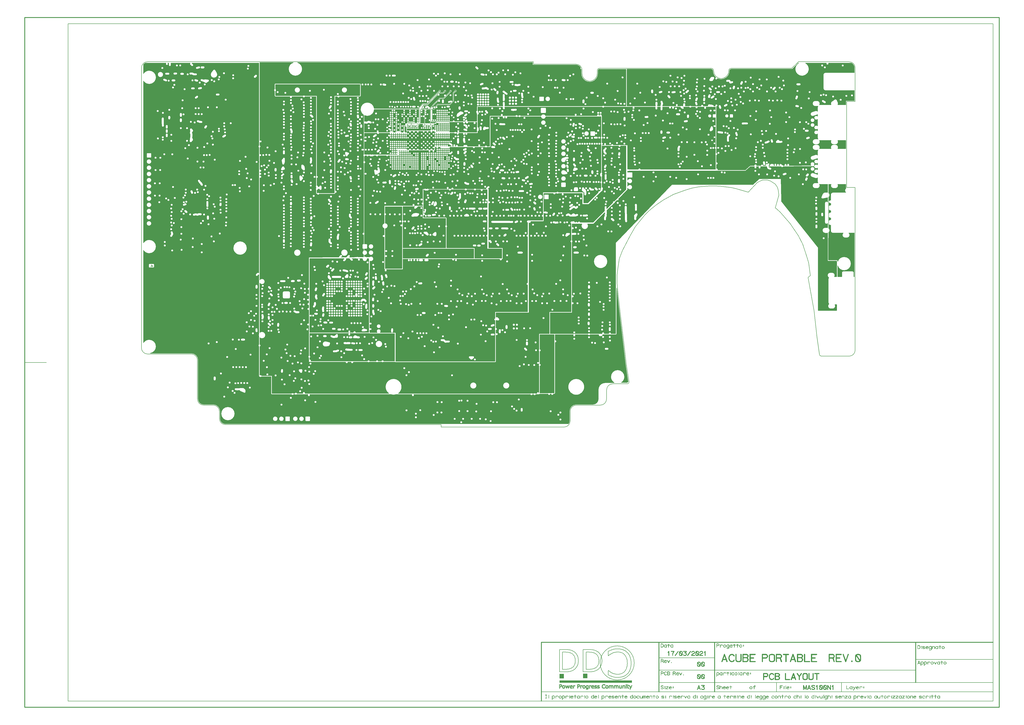
<source format=gbr>
*
G04 Job   : D:\Pd-Master\Mas\Mas100n1 ACB_0001_0\Mas100n1 ACUBE_PORTABILE R_0.pcb*
G04 User  : DESKTOP-CUVV7JD:Shina*
G04 Layer : 6-Internal5.gbr*
G04 Date  : Wed Mar 17 17:59:33 2021*
G04 RSM MASTER DESIGN srl*
%ICAS*%
%MOMM*%
%FSLAX24Y24*%
%OFA0.0000B0.0000*%
G90*
G74*
%ADD10C,0.15000*%
%ADD71C,0.20000*%
%ADD16C,0.20320*%
%ADD19C,0.25000*%
%ADD17C,0.25400*%
%ADD70C,0.30480*%
%ADD12C,0.35000*%
%ADD18C,0.38000*%
%ADD15C,0.40000*%
%ADD13C,0.50000*%
%ADD11C,0.50800*%
%ADD24C,0.53340*%
%ADD14C,0.58420*%
%ADD26C,0.63500*%
%ADD25C,0.76200*%
%ADD22C,0.81280*%
%ADD20C,1.27000*%
%ADD21C,1.52400*%
%ADD23C,2.54000*%
G01*
G36*
X7500Y1488874D02*
G02X7672Y1489353I750D01*
X14527Y1494914I17328J14353*
X14876Y1495000I349J664*
G01X62660*
Y1297700*
G03X63360Y1295427I4040*
G01Y1185100*
G03X67400Y1181060I4040*
X69260Y1181514J4040*
G01Y923300*
G03X73300Y919260I4040*
X77340Y923300J4040*
X73300Y927340I4040*
X69260Y923300J4040*
G01Y1181514*
G03X70460Y1182462I1860J3586*
G01Y950200*
G03X74500Y946160I4040*
X78540Y950200J4040*
X74500Y954240I4040*
X70460Y950200J4040*
G01Y1182462*
G03X71060Y1183389I3060J2638*
G01Y1000800*
G03X75100Y996760I4040*
X79140Y1000800J4040*
X75100Y1004840I4040*
X71060Y1000800J4040*
G01Y1183389*
G03X71440Y1185100I3660J1711*
X67400Y1189140I4040*
X63360Y1185100J4040*
G01Y1295427*
G03X66700Y1293660I3340J2273*
X70740Y1297700J4040*
X66700Y1301740I4040*
X62660Y1297700J4040*
G01Y1495000*
X67500*
Y1447500*
G03X72960Y1438289I10500*
G01Y1055200*
G03X77000Y1051160I4040*
X81040Y1055200J4040*
X77000Y1059240I4040*
X72960Y1055200J4040*
G01Y1438289*
G03X73560Y1437985I5040J9211*
G01Y1105800*
G03X77600Y1101760I4040*
X81640Y1105800J4040*
X77600Y1109840I4040*
X73560Y1105800J4040*
G01Y1437985*
G03X78000Y1437000I4440J9515*
X83460Y1438531J10500*
G01Y1267000*
G03X83461Y1266919I4040*
G02Y1266903I759J16*
G01X83560Y1259993*
Y1259982*
Y1259972*
X83461Y1252090*
Y1252089*
G02Y1252075I750*
G03X83460Y1252000I4039J75*
X83461Y1251919I4040*
G02Y1251903I759J16*
G01X83560Y1244981*
G02Y1244975I750J22*
G01Y1179900*
G03X87600Y1175860I4040*
X89760Y1176486J4040*
G01Y1120000*
G03X91760Y1116513I4040*
G01Y745400*
G03X95800Y741360I4040*
X99840Y745400J4040*
X95800Y749440I4040*
X91760Y745400J4040*
G01Y760000*
G03X95800Y755960I4040*
X99840Y760000J4040*
X95800Y764040I4040*
X91760Y760000J4040*
G01Y1116513*
G03X93800Y1115960I2040J3487*
X97360Y1118090J4040*
G01Y938600*
G03X101400Y934560I4040*
X105440Y938600J4040*
X101400Y942640I4040*
X97360Y938600J4040*
G01Y1118090*
G03X97840Y1120000I3560J1910*
X93800Y1124040I4040*
X89760Y1120000J4040*
G01Y1176486*
G03X91640Y1179900I2160J3414*
X87600Y1183940I4040*
X83560Y1179900J4040*
G01Y1189900*
G03X87600Y1185860I4040*
X91640Y1189900J4040*
X87600Y1193940I4040*
X83560Y1189900J4040*
G01Y1244975*
G02Y1244966I750J16*
G03X83570Y1244715I4040J34*
G02X83571Y1244700I748J53*
G01X84066Y1237078*
G02X84067Y1237063I748J59*
G03X88100Y1233260I4033J237*
X92140Y1237300J4040*
X92130Y1237585I4040*
G02X92129Y1237600I748J53*
G01X91639Y1245141*
G02X91638Y1245179I749J48*
G01X91540Y1252007*
Y1252018*
Y1252028*
X91639Y1259910*
Y1259912*
G02Y1259925I750J1*
G03X91640Y1260000I4039J75*
X91639Y1260081I4040*
G02Y1260097I759J16*
G01X91540Y1267019*
G02Y1267034I750J22*
G03X87500Y1271041I4040J33*
X83460Y1267001J4040*
G01Y1267000*
Y1438531*
G03X84060Y1438925I5460J8969*
G01Y1290000*
G03X88100Y1285960I4040*
X92140Y1290000J4040*
X88100Y1294040I4040*
X84060Y1290000J4040*
G01Y1438925*
G03X88500Y1447500I6060J8575*
X78000Y1458000I10500*
X67500Y1447500J10500*
G01Y1495000*
X81760*
Y1474200*
G03X85800Y1470160I4040*
X89260Y1472114J4040*
G01Y1426400*
G03X91813Y1422644I4040*
G02X91826Y1422638I276J698*
G01X99457Y1419566*
G02X99470Y1419561I271J699*
G03X99960Y1419396I1530J3739*
G01Y1236300*
Y1236272*
G02Y1236261I750*
G01Y1229339*
G02Y1229328I750J11*
G01Y1229300*
Y1218800*
Y1218772*
G02Y1218761I750*
G01Y1211839*
G02Y1211828I750J11*
G01Y1211800*
Y1201300*
Y1201272*
G02Y1201261I750*
G01Y1194339*
G02Y1194328I750J11*
G01Y1194300*
G03X104000Y1190260I4040*
X106760Y1191350J4040*
G01Y932400*
G03X110800Y928360I4040*
X114840Y932400J4040*
X110800Y936440I4040*
X106760Y932400J4040*
G01Y1191350*
G03X108040Y1194300I2760J2950*
G01Y1194328*
G02Y1194339I750*
G01Y1201261*
G02Y1201272I750J11*
G01Y1201300*
G03X104000Y1205340I4040*
X99960Y1201300J4040*
G01Y1211800*
G03X104000Y1207760I4040*
X108040Y1211800J4040*
G01Y1211828*
G02Y1211839I750*
G01Y1218761*
G02Y1218772I750J11*
G01Y1218800*
G03X104000Y1222840I4040*
X99960Y1218800J4040*
G01Y1229300*
G03X104000Y1225260I4040*
X108040Y1229300J4040*
G01Y1229328*
G02Y1229339I750*
G01Y1236261*
G02Y1236272I750J11*
G01Y1236300*
G03X104000Y1240340I4040*
X99960Y1236300J4040*
G01Y1419396*
G03X101000Y1419260I1040J3904*
X105040Y1423300J4040*
X102487Y1427056I4040*
G02X102474Y1427062I276J698*
G01X94843Y1430134*
G02X94830Y1430139I271J699*
G03X93300Y1430440I1530J3739*
X89260Y1426400J4040*
G01Y1472114*
G03X89840Y1474200I3460J2086*
X85800Y1478240I4040*
X81760Y1474200J4040*
G01Y1495000*
X97360*
Y1450800*
G03X101379Y1446760I4040*
G02X101394I4J750*
G01X107760Y1446690*
Y1422200*
G03X110160Y1418508I4040*
G01Y1267100*
G03X114200Y1263060I4040*
X118001Y1265731J4040*
G01Y784900*
G03X122041Y780860I4040*
X122260Y780866J4040*
G01Y725000*
G03X126300Y720960I4040*
X130340Y725000J4040*
X126300Y729040I4040*
X122260Y725000J4040*
G01Y780866*
G03X125598Y782985I219J4034*
G02X125606Y782998I661J356*
G01X129827Y790730*
G02X129835Y790743I664J350*
G03X130340Y792700I3535J1957*
X130172Y793853I4040*
G02X130168Y793867I719J214*
G01X128089Y800993*
G02X128085Y801008I717J221*
G03X124200Y803940I3885J1108*
X120160Y799900J4040*
X120328Y798747I4040*
G02X120332Y798733I719J214*
G01X121867Y793469*
G02X121897Y793259I720J210*
X121806Y792899I750*
G01X118514Y786870*
G02X118506Y786857I664J350*
G03X118001Y784900I3535J1957*
G01Y812400*
G03X122041Y808360I4040*
X126081Y812400J4040*
X122041Y816440I4040*
X118001Y812400J4040*
G01Y839900*
G03X120160Y836325I4040*
G01Y827400*
G03X124200Y823360I4040*
X128240Y827400J4040*
X124200Y831440I4040*
X120160Y827400J4040*
G01Y836325*
G03X122041Y835860I1881J3575*
X126081Y839900J4040*
X122041Y843940I4040*
X118001Y839900J4040*
G01Y867400*
G03X120160Y863825I4040*
G01Y854900*
G03X124200Y850860I4040*
X128240Y854900J4040*
X124200Y858940I4040*
X120160Y854900J4040*
G01Y863825*
G03X122041Y863360I1881J3575*
X126081Y867400J4040*
X122041Y871440I4040*
X118001Y867400J4040*
G01Y897400*
G03X120160Y893825I4040*
G01Y882400*
G03X124200Y878360I4040*
X128240Y882400J4040*
X124200Y886440I4040*
X120160Y882400J4040*
G01Y893825*
G03X122041Y893360I1881J3575*
X126081Y897400J4040*
X122041Y901440I4040*
X118001Y897400J4040*
G01Y1265731*
G03X118239Y1267006I3801J1369*
G02Y1267021I750J17*
G01X118437Y1273844*
G02X118438Y1273859I757J11*
G03X118440Y1274000I4038J141*
X114400Y1278040I4040*
X110361Y1274094J4040*
G02Y1274079I750J17*
G01X110163Y1267256*
G02X110162Y1267241I757J11*
G03X110160Y1267100I4038J141*
G01Y1418508*
G03X110360Y1418425I1640J3692*
G01Y1302500*
G03X114400Y1298460I4040*
X118440Y1302500J4040*
X114400Y1306540I4040*
X110360Y1302500J4040*
G01Y1418425*
G03X111800Y1418160I1440J3775*
X115840Y1422200J4040*
X111800Y1426240I4040*
X107760Y1422200J4040*
G01Y1446690*
X110417Y1446661*
G02X110419I2J750*
X110432J750*
G03X110500Y1446660I68J4039*
X114540Y1450700J4040*
X110521Y1454740I4040*
G02X110506I4J750*
G01X101483Y1454839*
G02X101481I2J750*
X101468J750*
G03X101400Y1454840I68J4039*
X97360Y1450800J4040*
G01Y1495000*
X101384*
G02X102134Y1494250J750*
X101888Y1493694I750*
G03X100560Y1490700I2712J2994*
X104600Y1486660I4040*
X108640Y1490700J4040*
X107312Y1493694I4040*
G02X107066Y1494250I504J556*
X107816Y1495000I750*
G01X112168*
G02X112918Y1494250J750*
X112877Y1494007I750*
G03X112660Y1492700I3823J1307*
G01Y1492672*
G02Y1492661I750*
G01Y1486139*
G02Y1486128I750J11*
G01Y1486100*
G03X116700Y1482060I4040*
X118660Y1482567J4040*
G01Y1175100*
G03X120160Y1171958I4040*
G01Y912400*
G03X124200Y908360I4040*
X128240Y912400J4040*
X124200Y916440I4040*
X120160Y912400J4040*
G01Y1171958*
G03X122700Y1171060I2540J3142*
X122760J4040*
G01Y1120000*
G03X125660Y1116124I4040*
G01Y985800*
G03X128919Y981836I4040*
G01Y837600*
G03X132959Y833560I4040*
X136999Y837600J4040*
X132959Y841640I4040*
X128919Y837600J4040*
G01Y981836*
G03X129700Y981760I781J3964*
X132960Y983414J4040*
G01Y940700*
G03X137000Y936660I4040*
X141040Y940700J4040*
X137000Y944740I4040*
X132960Y940700J4040*
G01Y983414*
G03X133740Y985800I3260J2386*
X129700Y989840I4040*
X125660Y985800J4040*
G01Y1116124*
G03X126800Y1115960I1140J3876*
X130840Y1120000J4040*
X126800Y1124040I4040*
X122760Y1120000J4040*
G01Y1171060*
G03X126740Y1175100I60J4040*
X122700Y1179140I4040*
X118660Y1175100J4040*
G01Y1200100*
G03X122700Y1196060I4040*
X126740Y1200100J4040*
X122700Y1204140I4040*
X118660Y1200100J4040*
G01Y1482567*
G03X120740Y1486100I1960J3533*
G01Y1486128*
G02Y1486139I750*
G01Y1492661*
G02Y1492672I750J11*
G01Y1492700*
G03X120523Y1494007I4040*
G02X120482Y1494250I709J243*
X121232Y1495000I750*
G01X123960*
Y1423300*
G03X125660Y1420007I4040*
G01Y1394300*
G03X129700Y1390260I4040*
X133740Y1394300J4040*
X129700Y1398340I4040*
X125660Y1394300J4040*
G01Y1420007*
G03X128000Y1419260I2340J3293*
X128023J4040*
G02X128028I5J750*
X128039J750*
G01X130960*
Y1405000*
G03X135000Y1400960I4040*
X139040Y1405000J4040*
X135000Y1409040I4040*
X130960Y1405000J4040*
G01Y1419260*
X135261*
G02X135272I11J750*
X135277J750*
G03X135300I23J4040*
X139340Y1423300J4040*
X135300Y1427340I4040*
X135277J4040*
G02X135272I5J750*
X135261J750*
G01X128039*
G02X128028I11J750*
X128023J750*
G03X128000I23J4040*
X123960Y1423300J4040*
G01Y1495000*
X131460*
Y1451400*
G03X135500Y1447360I4040*
X135581Y1447361J4040*
G02X135596I15J750*
G01X135597*
X142618Y1447460*
G02X142633I21J750*
G03X146640Y1451500I33J4040*
X142600Y1455540I4040*
X142519Y1455539J4040*
G02X142504I15J750*
G01X142503*
X135482Y1455440*
G02X135467I21J750*
G03X131460Y1451400I33J4040*
G01Y1495000*
X141460*
Y1484600*
G03X145500Y1480560I4040*
X149540Y1484600J4040*
X145500Y1488640I4040*
X141460Y1484600J4040*
G01Y1495000*
X155360*
Y1484800*
G03X157260Y1481373I4040*
G01Y769600*
G03X160760Y765596I4040*
G01Y727500*
G03X164800Y723460I4040*
X168840Y727500J4040*
X164800Y731540I4040*
X160760Y727500J4040*
G01Y765596*
G03X161300Y765560I540J4004*
X165340Y769600J4040*
X161300Y773640I4040*
X157260Y769600J4040*
G01Y1481373*
G03X157660Y1481154I2140J3427*
G01Y1285800*
Y1285772*
G02Y1285761I750*
G01Y1277639*
G02Y1277628I750J11*
G01Y1277600*
Y1263700*
Y1263672*
G02Y1263661I750*
G01Y1256039*
G02Y1256028I750J11*
G01Y1256000*
Y1227300*
G03X159860Y1223703I4040*
G01Y793500*
G03X163900Y789460I4040*
X167940Y793500J4040*
X163900Y797540I4040*
X159860Y793500J4040*
G01Y821000*
G03X163900Y816960I4040*
X167940Y821000J4040*
X163900Y825040I4040*
X159860Y821000J4040*
G01Y853500*
G03X163900Y849460I4040*
X167940Y853500J4040*
X163900Y857540I4040*
X159860Y853500J4040*
G01Y886000*
G03X163900Y881960I4040*
X167940Y886000J4040*
X163900Y890040I4040*
X159860Y886000J4040*
G01Y1223703*
G03X161700Y1223260I1840J3597*
X164960Y1224914J4040*
G01Y894400*
G03X169000Y890360I4040*
X169360Y890376J4040*
G01Y875900*
G03X173400Y871860I4040*
X177440Y875900J4040*
X173400Y879940I4040*
X169360Y875900J4040*
G01Y890376*
G03X173040Y894400I360J4024*
X169000Y898440I4040*
X164960Y894400J4040*
G01Y1224914*
G03X165740Y1227300I3260J2386*
X161700Y1231340I4040*
X157660Y1227300J4040*
G01Y1256000*
G03X161700Y1251960I4040*
X165740Y1256000J4040*
G01Y1256028*
G02Y1256039I750*
G01Y1263661*
G02Y1263672I750J11*
G01Y1263700*
G03X161700Y1267740I4040*
X157660Y1263700J4040*
G01Y1277600*
G03X161700Y1273560I4040*
X165740Y1277600J4040*
G01Y1277628*
G02Y1277639I750*
G01Y1285761*
G02Y1285772I750J11*
G01Y1285800*
G03X161700Y1289840I4040*
X157660Y1285800J4040*
G01Y1481154*
G03X159360Y1480760I1740J3646*
G01Y1450400*
G03X163260Y1446362I4040*
G01Y1309200*
G03X167300Y1305160I4040*
X168460Y1305330J4040*
G01Y942100*
G03X170160Y938807I4040*
G01Y912600*
G03X174200Y908560I4040*
X175534Y908786J4040*
G02X175548Y908791I247J707*
G01X175960Y908933*
Y887300*
G03X177252Y884339I4040*
G02X177263Y884328I510J550*
G01X182108Y879780*
G02X182119Y879770I506J554*
G03X184900Y878660I2781J2930*
X188940Y882700J4040*
X187648Y885661I4040*
G02X187637Y885672I510J550*
G01X182792Y890220*
G02X182781Y890230I506J554*
G03X180000Y891340I2781J2930*
X175960Y887300J4040*
G01Y908933*
X182175Y911066*
G02X182190Y911071I254J705*
G03X184940Y914900I1290J3829*
X180900Y918940I4040*
X179566Y918714J4040*
G02X179552Y918709I247J707*
G01X172925Y916434*
G02X172910Y916429I254J705*
G03X170160Y912600I1290J3829*
G01Y923000*
G03X174200Y918960I4040*
X178240Y923000J4040*
X174200Y927040I4040*
X170160Y923000J4040*
G01Y938807*
G03X172500Y938060I2340J3293*
X176540Y942100J4040*
X172500Y946140I4040*
X168460Y942100J4040*
G01Y1305330*
G03X168760Y1305433I1160J3870*
G01Y1283900*
G03X172800Y1279860I4040*
X174660Y1280314J4040*
G01Y951200*
G03X178700Y947160I4040*
X180160Y947433J4040*
G01Y925000*
G03X184200Y920960I4040*
X188240Y925000J4040*
X184200Y929040I4040*
X180160Y925000J4040*
G01Y947433*
G03X182740Y951200I1460J3767*
X178700Y955240I4040*
X174660Y951200J4040*
G01Y1280314*
G03X175960Y1281383I1860J3586*
G01Y1145100*
G03X177960Y1141613I4040*
G01Y962000*
G03X182000Y957960I4040*
X186040Y962000J4040*
X182000Y966040I4040*
X177960Y962000J4040*
G01Y975000*
G03X182000Y970960I4040*
X186040Y975000J4040*
X182000Y979040I4040*
X177960Y975000J4040*
G01Y1141613*
G03X180000Y1141060I2040J3487*
X184040Y1145100J4040*
X180000Y1149140I4040*
X175960Y1145100J4040*
G01Y1281383*
G03X176840Y1283900I3160J2517*
X172800Y1287940I4040*
X168760Y1283900J4040*
G01Y1305433*
G03X171340Y1309200I1460J3767*
X167300Y1313240I4040*
X163260Y1309200J4040*
G01Y1446362*
G03X163306Y1446361I140J4038*
G02X163321I17J750*
G01X164960Y1446313*
Y1341600*
G03X169000Y1337560I4040*
X173040Y1341600J4040*
X169000Y1345640I4040*
X164960Y1341600J4040*
G01Y1446313*
X170144Y1446163*
G02X170159Y1446162I11J750*
G03X170300Y1446160I141J4038*
X173060Y1447250J4040*
G01Y1387200*
G03X177100Y1383160I4040*
X181140Y1387200J4040*
X177100Y1391240I4040*
X173060Y1387200J4040*
G01Y1447250*
G03X174340Y1450200I2760J2950*
X170394Y1454239I4040*
G02X170379I17J750*
G01X163556Y1454437*
G02X163541Y1454438I11J750*
G03X163400Y1454440I141J4038*
X159360Y1450400J4040*
G01Y1480760*
G03X159400I40J4040*
X163440Y1484800J4040*
X159400Y1488840I4040*
X155360Y1484800J4040*
G01Y1495000*
X183160*
Y1175200*
G03X185860Y1171389I4040*
G01Y1102500*
G03X189900Y1098460I4040*
X193940Y1102500J4040*
X189900Y1106540I4040*
X185860Y1102500J4040*
G01Y1171389*
G03X187200Y1171160I1340J3811*
X190860Y1173489J4040*
G01Y1157500*
G03X194900Y1153460I4040*
X195960Y1153602J4040*
G01Y873100*
G03X200000Y869060I4040*
X204040Y873100J4040*
X200000Y877140I4040*
X195960Y873100J4040*
G01Y1153602*
G03X198940Y1157500I1060J3898*
X194900Y1161540I4040*
X190860Y1157500J4040*
G01Y1173489*
G03X191240Y1175200I3660J1711*
X187200Y1179240I4040*
X183160Y1175200J4040*
G01Y1227200*
G03X187200Y1223160I4040*
X191240Y1227200J4040*
X187200Y1231240I4040*
X183160Y1227200J4040*
G01Y1495000*
X185760*
Y1448200*
G03X189800Y1444160I4040*
X193840Y1448200J4040*
X189800Y1452240I4040*
X185760Y1448200J4040*
G01Y1495000*
X196860*
Y1451400*
G03X198460Y1448180I4040*
G01Y1173800*
G03X201160Y1169989I4040*
G01Y968300*
G03X201490Y966701I4040*
G02X201495Y966688I689J296*
G01X204267Y960156*
G02X204272Y960143I687J302*
G03X206260Y958054I3728J1557*
G01Y739200*
G03X210300Y735160I4040*
X214340Y739200J4040*
X210300Y743240I4040*
X206260Y739200J4040*
G01Y958054*
G03X206960Y957796I1740J3646*
G01Y774400*
G03X211000Y770360I4040*
X215040Y774400J4040*
X211000Y778440I4040*
X206960Y774400J4040*
G01Y957796*
G03X208000Y957660I1040J3904*
X211160Y959183J4040*
G01Y871700*
G03X215200Y867660I4040*
X216114Y867765J4040*
G02X216128Y867768I169J731*
G01X223292Y869388*
G02X223457Y869407I165J731*
X223664Y869377J750*
G01X229046Y867828*
G02X229061Y867824I197J724*
G03X230200Y867660I1139J3876*
X231814Y867996J4040*
G02X231828Y868002I299J687*
G01X236946Y870196*
G02X237242Y870256I296J690*
X237319Y870252J750*
G01X240360Y869935*
Y837200*
G03X243460Y833271I4040*
G01Y717400*
G03X247500Y713360I4040*
X251540Y717400J4040*
X247500Y721440I4040*
X243460Y717400J4040*
G01Y751600*
G03X247500Y747560I4040*
X251540Y751600J4040*
X247500Y755640I4040*
X243460Y751600J4040*
G01Y833271*
G03X244400Y833160I940J3929*
X248440Y837200J4040*
X244400Y841240I4040*
X240360Y837200J4040*
G01Y869935*
X242742Y869686*
G02X242757Y869684I67J747*
G03X243200Y869660I443J4016*
X247240Y873700J4040*
X243596Y877721I4040*
G02X243581Y877722I74J746*
G01X236958Y878414*
G02X236943Y878416I67J747*
G03X236500Y878440I443J4016*
X234886Y878104J4040*
G02X234872Y878098I299J687*
G01X230179Y876086*
G02X229883Y876026I296J690*
X229676Y876055J750*
G01X224754Y877472*
G02X224739Y877476I197J724*
G03X223600Y877640I1139J3876*
X222686Y877535J4040*
G02X222671Y877532I169J731*
G01X214347Y875649*
G02X214332Y875646I177J729*
G03X211160Y871700I868J3946*
G01Y959183*
G03X212040Y961700I3160J2517*
X211710Y963299I4040*
G02X211705Y963312I689J296*
G01X208933Y969844*
G02X208928Y969857I687J302*
G03X205200Y972340I3728J1557*
X201160Y968300J4040*
G01Y1169989*
G03X202500Y1169760I1340J3811*
X205659Y1171282J4040*
G02X205669Y1171294I587J467*
G01X210621Y1177434*
G02X210630Y1177446I590J462*
G03X211540Y1180000I3130J2554*
X211158Y1181714I4040*
G02X211152Y1181728I680J318*
G01X208238Y1188041*
G02X208169Y1188355I681J314*
X208186Y1188513I750*
G01X209241Y1193412*
G02X209245Y1193427I736J147*
G03X209340Y1194300I3945J873*
G01Y1194328*
G02Y1194339I750*
G01Y1202461*
G02Y1202472I750J11*
G01Y1202500*
G03X209062Y1203972I4040*
G02X209057Y1203986I699J273*
G01X207434Y1208206*
G02X207384Y1208475I700J269*
X207507Y1208887I750*
G01X211356Y1214750*
G02X211364Y1214763I633J402*
G03X212040Y1217000I3364J2237*
X211040Y1219661I4040*
G02X211030Y1219673I564J494*
G01X206580Y1224815*
G02X206570Y1224826I560J499*
G03X203500Y1226240I3070J2626*
X199460Y1222200J4040*
X199479Y1221810I4040*
G02X199480Y1221795I747J73*
G01X200319Y1212616*
G02X200323Y1212540I746J76*
X200078Y1211985I750*
G03X198760Y1209000I2722J2985*
X199038Y1207528I4040*
G02X199043Y1207514I699J273*
G01X201210Y1201880*
G02X201260Y1201611I700J269*
G01Y1194339*
G02Y1194328I750J11*
G01Y1194300*
G02X201237Y1194117I750*
G01X199977Y1188764*
G02X199973Y1188749I733J161*
G03X199878Y1188179I3927J949*
G02X199876Y1188163I747J70*
G01X198484Y1174240*
G02X198482Y1174225I747J63*
G03X198460Y1173800I4018J425*
G01Y1448180*
G03X198760Y1447973I2440J3220*
G01Y1253200*
G03X202800Y1249160I4040*
X206840Y1253200J4040*
X202800Y1257240I4040*
X198760Y1253200J4040*
G01Y1447973*
G03X200900Y1447360I2140J3427*
X200979Y1447361J4040*
G02X200994I15J750*
G01X200995*
X203960Y1447402*
Y1390600*
G03X207964Y1386560I4040*
G02X207979I6J750*
G01X214360Y1386467*
Y1250600*
G03X215960Y1247380I4040*
G01Y961500*
G03X220000Y957460I4040*
X224040Y961500J4040*
X220000Y965540I4040*
X215960Y961500J4040*
G01Y1247380*
G03X218400Y1246560I2440J3220*
X222440Y1250600J4040*
X218400Y1254640I4040*
X214360Y1250600J4040*
G01Y1386467*
X214804Y1386461*
G02X214818I1J750*
G03X214900Y1386460I82J4039*
X218460Y1388590J4040*
G01Y1285300*
G03X222500Y1281260I4040*
X224860Y1282021J4040*
G01Y975300*
G03X227360Y971565I4040*
G01Y964600*
G03X231400Y960560I4040*
X235440Y964600J4040*
X231400Y968640I4040*
X227360Y964600J4040*
G01Y971565*
G03X228900Y971260I1540J3735*
X232940Y975300J4040*
X228900Y979340I4040*
X224860Y975300J4040*
G01Y1282021*
G03X225960Y1283214I2360J3279*
G01Y1090200*
G03X230000Y1086160I4040*
X231760Y1086564J4040*
G01Y1011600*
G03X232433Y1009367I4040*
G02X232441Y1009355I625J414*
G01X236200Y1003618*
G02X236208Y1003605I621J420*
G03X236760Y1002927I3392J2195*
G02X236771Y1002916I527J534*
G01X241067Y998620*
G02X241192Y998453I531J530*
G01X244447Y992577*
G02X244454Y992564I651J373*
G03X248000Y990460I3546J1936*
X248460Y990486J4040*
G01Y846500*
G03X252500Y842460I4040*
X256540Y846500J4040*
X252500Y850540I4040*
X248460Y846500J4040*
G01Y990486*
G03X252040Y994500I460J4014*
X251523Y996478I4040*
G02X251515Y996491I654J367*
G01X247953Y1002923*
G02X247946Y1002936I651J373*
G03X247240Y1003873I3546J1936*
G02X247229Y1003884I527J534*
G01X242806Y1008308*
G02X242709Y1008427I530J530*
G01X239200Y1013782*
G02X239192Y1013795I622J420*
G03X235800Y1015640I3392J2195*
X231760Y1011600J4040*
G01Y1086564*
G03X234040Y1090200I1760J3636*
X230000Y1094240I4040*
X225960Y1090200J4040*
G01Y1146600*
G03X230000Y1142560I4040*
X234040Y1146600J4040*
X230000Y1150640I4040*
X225960Y1146600J4040*
G01Y1283214*
G03X226540Y1285300I3460J2086*
X222500Y1289340I4040*
X218460Y1285300J4040*
G01Y1309200*
G03X222500Y1305160I4040*
X226540Y1309200J4040*
X222500Y1313240I4040*
X218460Y1309200J4040*
G01Y1388590*
G03X218940Y1390500I3560J1910*
X214936Y1394540I4040*
G02X214921I6J750*
G01X208096Y1394639*
G02X208082I1J750*
G03X208000Y1394640I82J4039*
X203960Y1390600J4040*
G01Y1447402*
X205460Y1447423*
Y1423400*
G03X209500Y1419360I4040*
X213540Y1423400J4040*
X209500Y1427440I4040*
X205460Y1423400J4040*
G01Y1447423*
X207138Y1447446*
G02X207149I11J750*
X207444Y1447386J750*
G01X214172Y1444502*
G02X214186Y1444496I285J693*
G03X215800Y1444160I1614J3704*
X215823J4040*
G02X215828I5J750*
X215839J750*
G01X217160*
Y1424200*
G03X219260Y1420656I4040*
G01Y1352500*
G03X223300Y1348460I4040*
X225685Y1349239J4040*
G02X225697Y1349248I442J606*
G01X227360Y1350449*
Y1255800*
G03X230145Y1251960I4040*
G02X230160Y1251955I233J713*
G01X237885Y1249380*
G02X237900Y1249375I226J715*
G03X238460Y1249228I1300J3825*
G01Y1065800*
G03X242500Y1061760I4040*
X246540Y1065800J4040*
X242500Y1069840I4040*
X238460Y1065800J4040*
G01Y1249228*
G03X238804Y1249179I740J3972*
G02X238819Y1249178I74J746*
G01X245442Y1248486*
G02X245457Y1248484I67J747*
G03X245900Y1248460I443J4016*
X249940Y1252500J4040*
X246296Y1256521I4040*
G02X246281Y1256522I74J746*
G01X240140Y1257164*
G02X239981Y1257198I78J746*
G01X232715Y1259620*
G02X232700Y1259625I226J715*
G03X231400Y1259840I1300J3825*
X227360Y1255800J4040*
G01Y1350449*
X230960Y1353049*
Y1285000*
G03X235000Y1280960I4040*
X239040Y1285000J4040*
X235000Y1289040I4040*
X230960Y1285000J4040*
G01Y1309200*
G03X235000Y1305160I4040*
X239040Y1309200J4040*
X235000Y1313240I4040*
X230960Y1309200J4040*
G01Y1353049*
X231034Y1353102*
G02X231046Y1353111I448J601*
G03X232740Y1356400I2346J3289*
X228700Y1360440I4040*
X226315Y1359661J4040*
G02X226303Y1359652I442J606*
G01X220966Y1355798*
G02X220954Y1355789I448J601*
G03X219260Y1352500I2346J3289*
G01Y1420656*
G03X220194Y1420287I1940J3544*
G02X220209Y1420283I186J726*
G01X227735Y1418303*
G02X227749Y1418299I181J728*
G03X228800Y1418160I1051J3901*
X232360Y1420290J4040*
G01Y1390400*
G03X236400Y1386360I4040*
X237215Y1386443J4040*
G02X237229Y1386446I151J735*
G01X243460Y1387692*
Y1284900*
G03X247500Y1280860I4040*
X250860Y1282657J4040*
G01Y1065800*
G03X252860Y1062313I4040*
G01Y872700*
G03X256900Y868660I4040*
X260940Y872700J4040*
X256900Y876740I4040*
X252860Y872700J4040*
G01Y1062313*
G03X253260Y1062108I2040J3487*
G01Y974700*
G03X257300Y970660I4040*
X261340Y974700J4040*
X257300Y978740I4040*
X253260Y974700J4040*
G01Y1062108*
G03X254900Y1061760I1640J3692*
X258940Y1065800J4040*
X254900Y1069840I4040*
X250860Y1065800J4040*
G01Y1089900*
G03X254900Y1085860I4040*
X258940Y1089900J4040*
X254900Y1093940I4040*
X250860Y1089900J4040*
G01Y1282657*
G03X251540Y1284900I3360J2243*
X247500Y1288940I4040*
X243460Y1284900J4040*
G01Y1387692*
X245156Y1388031*
G02X245170Y1388034I157J733*
G03X248440Y1392000I770J3966*
X244400Y1396040I4040*
X243585Y1395957J4040*
G02X243571Y1395954I151J735*
G01X235644Y1394369*
G02X235630Y1394366I157J733*
G03X232360Y1390400I770J3966*
G01Y1420290*
G03X232840Y1422200I3560J1910*
X229806Y1426113I4040*
G02X229791Y1426117I186J726*
G01X222266Y1428097*
G02X222251Y1428101I180J728*
G03X221200Y1428240I1051J3901*
X217160Y1424200J4040*
G01Y1444160*
X223561*
G02X223572I11J750*
X223577J750*
G03X223600I23J4040*
X227640Y1448200J4040*
X223600Y1452240I4040*
X223577J4040*
G02X223572I5J750*
X223561J750*
G01X216783*
G02X216488Y1452301J750*
G01X209728Y1455198*
G02X209714Y1455204I285J693*
G03X208100Y1455540I1614J3704*
X208021Y1455539J4040*
G02X208006I15J750*
G01X208005*
X200882Y1455440*
G02X200867I22J750*
G03X196860Y1451400I33J4040*
G01Y1495000*
X200398*
G02X201148Y1494250J750*
X200884Y1493678I750*
G03X199460Y1490600I2616J3078*
X200785Y1487609I4040*
G02X200796Y1487599I505J556*
G01X205640Y1483150*
G02X205651Y1483140I499J560*
G03X208400Y1482060I2749J2960*
X212440Y1486100J4040*
X211115Y1489091I4040*
G02X211104Y1489101I505J556*
G01X206260Y1493550*
G02X206249Y1493560I500J560*
G03X206116Y1493678I2749J2960*
G02X205852Y1494250I486J572*
X206602Y1495000I750*
G01X223860*
Y1474600*
G03X227900Y1470560I4040*
X228913Y1470689J4040*
G02X228929Y1470693I188J726*
G01X235160Y1472269*
Y1414200*
G03X239200Y1410160I4040*
X243240Y1414200J4040*
X239200Y1418240I4040*
X235160Y1414200J4040*
G01Y1472269*
X237553Y1472874*
G02X237568Y1472878I195J724*
G03X240640Y1476800I968J3922*
X236600Y1480840I4040*
X235587Y1480711J4040*
G02X235571Y1480707I188J726*
G01X226947Y1478526*
G02X226932Y1478522I195J724*
G03X223860Y1474600I968J3922*
G01Y1495000*
X242860*
Y1476800*
G03X242960Y1475907I4040*
G01Y1424800*
G03X245745Y1420960I4040*
G02X245760Y1420955I233J713*
G01X252960Y1418555*
Y1116600*
G03X257000Y1112560I4040*
X258960Y1113067J4040*
G01Y990300*
G03X263000Y986260I4040*
X265860Y987447J4040*
G01Y953600*
G03X266460Y951482I4040*
G01Y897700*
G03X268760Y894054I4040*
G01Y864700*
G03X268761Y864591I4040*
G02X268762Y864576I756J20*
G01X268960Y855252*
G02Y855237I749J27*
G03X271360Y851608I4040J63*
G01Y832600*
G03X271560Y831345I4040*
G01Y343200*
G03X275600Y339160I4040*
X279640Y343200J4040*
X275600Y347240I4040*
X271560Y343200J4040*
G01Y831345*
G03X275400Y828560I3840J1255*
X279440Y832600J4040*
X275400Y836640I4040*
X271360Y832600J4040*
G01Y851608*
G03X273000Y851260I1640J3692*
X277040Y855300J4040*
X277039Y855409I4040*
G02X277038Y855424I756J20*
G01X276840Y864748*
G02Y864763I749J27*
G03X272800Y868740I4040J63*
X268760Y864700J4040*
G01Y894054*
G03X270500Y893660I1740J3646*
X274540Y897700J4040*
X270500Y901740I4040*
X266460Y897700J4040*
G01Y951482*
G03X266560Y951327I3440J2118*
G01Y924300*
Y924272*
G02Y924261I750*
G01Y915039*
G02Y915028I750J11*
G01Y915000*
G03X266562Y914872I4040*
G02Y914857I750J24*
G01X266760Y907232*
G02X266761Y907217I749J30*
G03X270800Y903260I4039J83*
X274840Y907300J4040*
X274838Y907428I4040*
G02Y907443I750J24*
G01X274640Y915043*
G02Y915062I750J19*
G01Y924261*
G02Y924272I750J11*
G01Y924300*
G03X270600Y928340I4040*
X266560Y924300J4040*
G01Y936500*
G03X270600Y932460I4040*
X274640Y936500J4040*
X270600Y940540I4040*
X266560Y936500J4040*
G01Y951327*
G03X269900Y949560I3340J2273*
X273760Y952408J4040*
G01Y948000*
G03X277800Y943960I4040*
X281840Y948000J4040*
X277800Y952040I4040*
X273760Y948000J4040*
G01Y952408*
G03X273940Y953600I3860J1192*
X269900Y957640I4040*
X265860Y953600J4040*
G01Y987447*
G03X267040Y990300I2860J2853*
X263000Y994340I4040*
X258960Y990300J4040*
G01Y1113067*
G03X261040Y1116600I1960J3533*
X257000Y1120640I4040*
X252960Y1116600J4040*
G01Y1418555*
X253200Y1418475*
G02X253298Y1418434I238J712*
G01X253460Y1418353*
Y1149900*
G03X257500Y1145860I4040*
X261540Y1149900J4040*
X257500Y1153940I4040*
X253460Y1149900J4040*
G01Y1418353*
X255860Y1417153*
Y1406800*
G03X257860Y1403313I4040*
G01Y1229600*
G03X261900Y1225560I4040*
X263960Y1226125J4040*
G01Y1116700*
G03X268000Y1112660I4040*
X272040Y1116700J4040*
X268000Y1120740I4040*
X263960Y1116700J4040*
G01Y1226125*
G03X265344Y1227489I2060J3475*
G02X265352Y1227501I640J392*
G01X266560Y1229447*
Y1164500*
G03X270600Y1160460I4040*
X274640Y1164500J4040*
X270600Y1168540I4040*
X266560Y1164500J4040*
G01Y1229447*
X268912Y1233236*
G02X268920Y1233250I643J385*
G03X269540Y1235400I3420J2150*
X265500Y1239440I4040*
X262056Y1237511J4040*
G02X262048Y1237499I640J392*
G01X258488Y1231764*
G02X258480Y1231750I643J385*
G03X257860Y1229600I3420J2150*
G01Y1403313*
G03X259900Y1402760I2040J3487*
X263940Y1406800J4040*
X259900Y1410840I4040*
X255860Y1406800J4040*
G01Y1417153*
X263359Y1413404*
G02X263372Y1413397I326J676*
G03X265200Y1412960I1828J3603*
X267460Y1413652J4040*
G02X267473Y1413660I420J622*
G01X268960Y1414651*
Y1313000*
G03X273000Y1308960I4040*
X275960Y1310250J4040*
G01Y1117300*
G03X280000Y1113260I4040*
X283560Y1115390J4040*
G01Y782700*
G03X287600Y778660I4040*
X291640Y782700J4040*
X287600Y786740I4040*
X283560Y782700J4040*
G01Y1115390*
G03X284040Y1117300I3560J1910*
X280000Y1121340I4040*
X275960Y1117300J4040*
G01Y1310250*
G03X277040Y1313000I2960J2750*
X273000Y1317040I4040*
X268960Y1313000J4040*
G01Y1414651*
X275209Y1418817*
G02X275221Y1418825I425J618*
G03X277040Y1422200I2221J3375*
X273462Y1426213I4040*
G02X273447Y1426215I86J746*
G01X263625Y1427406*
G02X263610Y1427408I80J746*
G03X263100Y1427440I510J4008*
X262499Y1427395J4040*
G02X262483Y1427393I112J742*
G01X255345Y1426361*
G02X255238Y1426353I107J742*
X255001Y1426392J750*
G01X248315Y1428620*
G02X248300Y1428625I226J715*
G03X247000Y1428840I1300J3825*
X242960Y1424800J4040*
G01Y1475907*
G03X246900Y1472760I3940J893*
X246923J4040*
G02X246928I5J750*
X246939J750*
G01X254761*
G02X254772I11J750*
X254777J750*
G03X254800I23J4040*
X258840Y1476800J4040*
X254800Y1480840I4040*
X254777J4040*
G02X254772I5J750*
X254761J750*
G01X246939*
G02X246928I11J750*
X246923J750*
G03X246900I23J4040*
X242860Y1476800J4040*
G01Y1495000*
X283860*
Y1194400*
G03X287260Y1190411I4040*
G01Y1185000*
G03X289260Y1181513I4040*
G01Y1159700*
G03X290360Y1156929I4040*
G01Y877500*
G03X293260Y873624I4040*
G01Y762300*
G03X296560Y758328I4040*
G01Y203800*
Y203772*
G02Y203761I750*
G01Y195439*
G02Y195428I750J11*
G01Y195400*
G03X300600Y191360I4040*
X304640Y195400J4040*
G01Y195428*
G02Y195439I750*
G01Y203761*
G02Y203772I750J11*
G01Y203800*
G03X300600Y207840I4040*
X296560Y203800J4040*
G01Y758328*
G03X297300Y758260I740J3972*
X301340Y762300J4040*
X297300Y766340I4040*
X293260Y762300J4040*
G01Y873624*
G03X294400Y873460I1140J3876*
X294960Y873499J4040*
G01Y855400*
G03X299000Y851360I4040*
X303040Y855400J4040*
X299000Y859440I4040*
X294960Y855400J4040*
G01Y873499*
G03X298440Y877500I560J4001*
X294400Y881540I4040*
X290360Y877500J4040*
G01Y1156929*
G03X292460Y1155748I2940J2771*
G01Y915000*
G03X296500Y910960I4040*
X296760Y910968J4040*
G01Y904800*
G03X300800Y900760I4040*
X304840Y904800J4040*
X300800Y908840I4040*
X296760Y904800J4040*
G01Y910968*
G03X300540Y915000I260J4032*
X296500Y919040I4040*
X292460Y915000J4040*
G01Y1155748*
G03X293300Y1155660I840J3952*
X296860Y1157790J4040*
G01Y1097800*
G03X300900Y1093760I4040*
X304940Y1097800J4040*
X300900Y1101840I4040*
X296860Y1097800J4040*
G01Y1157790*
G03X297340Y1159700I3560J1910*
X293300Y1163740I4040*
X289260Y1159700J4040*
G01Y1181513*
G03X291300Y1180960I2040J3487*
X295340Y1185000J4040*
X291300Y1189040I4040*
X287260Y1185000J4040*
G01Y1190411*
G03X287900Y1190360I640J3989*
X291940Y1194400J4040*
X287900Y1198440I4040*
X283860Y1194400J4040*
G01Y1495000*
X284560*
Y1424800*
G03X288600Y1420760I4040*
X289260Y1420814J4040*
G01Y1212500*
G03X293300Y1208460I4040*
X297340Y1212500J4040*
X293300Y1216540I4040*
X289260Y1212500J4040*
G01Y1420814*
G03X292640Y1424800I660J3986*
X288600Y1428840I4040*
X284560Y1424800J4040*
G01Y1495000*
X284960*
Y1447500*
G03X294960Y1434851I13000*
G01Y1419600*
G03X299000Y1415560I4040*
X303040Y1419600J4040*
X299000Y1423640I4040*
X294960Y1419600J4040*
G01Y1434851*
G03X297960Y1434500I3000J12649*
X305260Y1436743J13000*
G01Y348900*
G03X309300Y344860I4040*
X313340Y348900J4040*
X309300Y352940I4040*
X305260Y348900J4040*
G01Y1436743*
G03X305360Y1436812I7300J10757*
G01Y1313000*
G03X309400Y1308960I4040*
X313440Y1313000J4040*
X309400Y1317040I4040*
X305360Y1313000J4040*
G01Y1365000*
G03X309400Y1360960I4040*
X309703Y1360971J4040*
G02X309718Y1360972I56J748*
G01X314060Y1361274*
Y1225000*
G03X314260Y1223745I4040*
G01Y1215100*
G03X317660Y1211111I4040*
G01Y794700*
G03X321700Y790660I4040*
X322160Y790686J4040*
G01Y220000*
G03X326200Y215960I4040*
X327695Y216247J4040*
G01Y55000*
G03X355000Y27695I27305*
X382305Y55000J27305*
X355000Y82305I27305*
X327695Y55000J27305*
G01Y216247*
G03X330240Y220000I1495J3753*
X326200Y224040I4040*
X322160Y220000J4040*
G01Y790686*
G03X325740Y794700I460J4014*
X321700Y798740I4040*
X317660Y794700J4040*
G01Y1211111*
G03X318300Y1211060I640J3989*
X320260Y1211567J4040*
G01Y911000*
G03X320360Y910107I4040*
G01Y892500*
G03X321160Y890087I4040*
G01Y880000*
G03X325200Y875960I4040*
X329240Y880000J4040*
X325200Y884040I4040*
X321160Y880000J4040*
G01Y890087*
G03X324400Y888460I3240J2413*
X328440Y892500J4040*
X324400Y896540I4040*
X320360Y892500J4040*
G01Y910107*
G03X324300Y906960I3940J893*
X328321Y910610J4040*
G02X328323Y910625I747J73*
G01X329015Y917348*
G02X329016Y917363I747J66*
G03X329040Y917800I4016J437*
X325000Y921840I4040*
X320979Y918190J4040*
G02X320977Y918175I747J73*
G01X320285Y911452*
G02X320284Y911437I747J66*
G03X320260Y911000I4016J437*
G01Y1211567*
G03X320360Y1211625I1960J3533*
G01Y942200*
G03X320660Y940672I4040*
G01Y930000*
G03X324700Y925960I4040*
X328740Y930000J4040*
X324700Y934040I4040*
X320660Y930000J4040*
G01Y940672*
G03X324400Y938160I3740J1528*
X328440Y942200J4040*
X324400Y946240I4040*
X320360Y942200J4040*
G01Y1211625*
G03X322340Y1215100I2060J3475*
X318300Y1219140I4040*
X314260Y1215100J4040*
G01Y1223745*
G03X318100Y1220960I3840J1255*
X322140Y1225000J4040*
X318100Y1229040I4040*
X314060Y1225000J4040*
G01Y1361274*
X316840Y1361467*
G02X316856Y1361468I63J747*
G03X320640Y1365500I256J4032*
X316600Y1369540I4040*
X316297Y1369529J4040*
G02X316282Y1369528I56J748*
G01X309160Y1369033*
G02X309144Y1369032I63J747*
G03X305360Y1365000I256J4032*
G01Y1436812*
G03X310960Y1447500I7400J10688*
X309240Y1453963I13000*
G02X309233Y1453975I650J373*
G01X302531Y1465764*
G02X302523Y1465777I646J380*
G03X299000Y1467840I3523J1977*
X295756Y1466209J4040*
G02X295747Y1466197I602J447*
G01X287602Y1455356*
G02X287594Y1455345I606J441*
G03X284960Y1447500I10366J7845*
G01Y1495000*
X313160*
Y1427400*
G03X317200Y1423360I4040*
X321240Y1427400J4040*
X317200Y1431440I4040*
X313160Y1427400J4040*
G01Y1495000*
X315860*
Y1437500*
G03X319900Y1433460I4040*
X323940Y1437500J4040*
X319900Y1441540I4040*
X315860Y1437500J4040*
G01Y1495000*
X331660*
Y1192300*
G03X335700Y1188260I4040*
X335860Y1188263J4040*
G01Y124800*
G03X339900Y120760I4040*
X343940Y124800J4040*
X339900Y128840I4040*
X335860Y124800J4040*
G01Y1188263*
G03X337970Y1188958I160J4037*
G02X337984Y1188967I422J620*
G01X342860Y1192239*
Y827500*
G03X346900Y823460I4040*
X347860Y823576J4040*
G01Y287800*
G03X350660Y283955I4040*
G01Y163000*
G03X354700Y158960I4040*
X358740Y163000J4040*
X354700Y167040I4040*
X350660Y163000J4040*
G01Y283955*
G03X351900Y283760I1240J3845*
X355940Y287800J4040*
X351900Y291840I4040*
X347860Y287800J4040*
G01Y823576*
G03X350940Y827500I960J3924*
X346900Y831540I4040*
X342860Y827500J4040*
G01Y1192239*
X343660Y1192776*
Y840000*
G03X347700Y835960I4040*
X351740Y840000J4040*
X347700Y844040I4040*
X343660Y840000J4040*
G01Y1192776*
X344360Y1193246*
Y861000*
G03X348400Y856960I4040*
X352440Y861000J4040*
X348400Y865040I4040*
X344360Y861000J4040*
G01Y886000*
G03X348400Y881960I4040*
X352440Y886000J4040*
X348400Y890040I4040*
X344360Y886000J4040*
G01Y911000*
G03X344760Y909247I4040*
G01Y898500*
G03X348800Y894460I4040*
X352840Y898500J4040*
X348800Y902540I4040*
X344760Y898500J4040*
G01Y909247*
G03X348400Y906960I3640J1753*
X352440Y911000J4040*
X348400Y915040I4040*
X344360Y911000J4040*
G01Y936000*
G03X344560Y934745I4040*
G01Y923500*
G03X348600Y919460I4040*
X352640Y923500J4040*
X348600Y927540I4040*
X344560Y923500J4040*
G01Y934745*
G03X348400Y931960I3840J1255*
X352440Y936000J4040*
X348400Y940040I4040*
X344360Y936000J4040*
G01Y1193246*
X345518Y1194023*
G02X345532Y1194032I428J616*
G03X346060Y1194450I2232J3368*
G01Y955000*
G03X350100Y950960I4040*
X354140Y955000J4040*
X350100Y959040I4040*
X346060Y955000J4040*
G01Y1194450*
G03X347340Y1197400I2760J2950*
X343300Y1201440I4040*
X341030Y1200742J4040*
G02X341016Y1200733I422J620*
G01X333482Y1195677*
G02X333468Y1195668I428J616*
G03X331660Y1192300I2232J3368*
G01Y1495000*
X334760*
Y1452800*
G03X335660Y1450258I4040*
G01Y1235000*
G03X337760Y1231456I4040*
G01Y1222500*
G03X339260Y1219358I4040*
G01Y1209900*
G03X343300Y1205860I4040*
X347340Y1209900J4040*
X343300Y1213940I4040*
X339260Y1209900J4040*
G01Y1219358*
G03X341800Y1218460I2540J3142*
X345840Y1222500J4040*
X341800Y1226540I4040*
X337760Y1222500J4040*
G01Y1231456*
G03X339700Y1230960I1940J3544*
X343740Y1235000J4040*
X339700Y1239040I4040*
X335660Y1235000J4040*
G01Y1450258*
G03X335760Y1450139I3140J2542*
G01Y1247500*
G03X339800Y1243460I4040*
X343840Y1247500J4040*
X339800Y1251540I4040*
X335760Y1247500J4040*
G01Y1450139*
G03X338800Y1448760I3040J2661*
X341760Y1450050J4040*
G01Y1344200*
G03X345800Y1340160I4040*
X349840Y1344200J4040*
X345800Y1348240I4040*
X341760Y1344200J4040*
G01Y1450050*
G03X342840Y1452800I2960J2750*
X338800Y1456840I4040*
X334760Y1452800J4040*
G01Y1495000*
X357960*
Y182500*
G03X362000Y178460I4040*
X366040Y182500J4040*
X362000Y186540I4040*
X357960Y182500J4040*
G01Y1495000*
X362660*
Y1247500*
G03X366700Y1243460I4040*
X370360Y1245789J4040*
G01Y148200*
G03X374400Y144160I4040*
X378160Y146722J4040*
G01Y140400*
G03X382200Y136360I4040*
X386240Y140400J4040*
X382200Y144440I4040*
X378160Y140400J4040*
G01Y146722*
G03X378440Y148200I3760J1478*
X374400Y152240I4040*
X370360Y148200J4040*
G01Y993200*
G03X370960Y991082I4040*
G01Y359400*
G03X372660Y356107I4040*
G01Y246200*
G03X376700Y242160I4040*
X380740Y246200J4040*
X376700Y250240I4040*
X372660Y246200J4040*
G01Y356107*
G03X375000Y355360I2340J3293*
X379040Y359400J4040*
X375000Y363440I4040*
X370960Y359400J4040*
G01Y991082*
G03X374400Y989160I3440J2118*
X377695Y990862J4040*
G01Y735000*
G03X381760Y720666I27305*
G01Y179600*
G03X382960Y176727I4040*
G01Y155500*
G03X386752Y151468I4040*
G02X386768Y151466I46J749*
G01X394089Y150972*
G02X394105Y150971I39J749*
G03X394400Y150960I295J4029*
X394685Y150970J4040*
G02X394699Y150971I53J748*
G01X402009Y151448*
G02X402058Y151449I49J749*
X402527Y151285J750*
G01X407046Y147669*
G02X407058Y147660I459J592*
G03X408001Y147090I2542J3140*
G02X408016Y147083I297J689*
G01X421644Y141115*
G02X421658Y141109I291J691*
G03X423300Y140760I1642J3691*
X427340Y144800J4040*
X427327Y145120I4040*
G02X427326Y145134I748J59*
G01X426832Y151856*
G02X426831Y151872I747J66*
G03X425089Y154929I4031J272*
G02X425078Y154937I425J618*
G01X418238Y159695*
G02X418226Y159703I420J622*
G03X415900Y160440I2326J3303*
X415615Y160430J4040*
G02X415601Y160429I53J748*
G01X403377Y159634*
G02X403362Y159633I59J748*
G03X403315Y159630I238J4033*
G02X403301Y159629I53J748*
G01X394454Y159052*
G02X394406Y159051I48J749*
X394355Y159052J750*
G01X387311Y159528*
G02X387295Y159529I39J749*
G03X387000Y159540I295J4029*
X382960Y155500J4040*
G01Y176727*
G03X385800Y175560I2840J2873*
X389840Y179600J4040*
X385800Y183640I4040*
X381760Y179600J4040*
G01Y720666*
G03X383160Y718612I23240J14334*
G01Y320400*
G03X385660Y316665I4040*
G01Y246100*
G03X389700Y242060I4040*
X392960Y243714J4040*
G01Y180400*
G03X397000Y176360I4040*
X401040Y180400J4040*
X397000Y184440I4040*
X392960Y180400J4040*
G01Y243714*
G03X393740Y246100I3260J2386*
X389700Y250140I4040*
X385660Y246100J4040*
G01Y316665*
G03X387200Y316360I1540J3735*
X391240Y320400J4040*
X387200Y324440I4040*
X383160Y320400J4040*
G01Y718612*
G03X395960Y709235I21840J16388*
G01Y358700*
G03X398960Y354796I4040*
G01Y246200*
G03X403000Y242160I4040*
X405460Y242995J4040*
G01Y181100*
G03X409500Y177060I4040*
X413540Y181100J4040*
X409500Y185140I4040*
X405460Y181100J4040*
G01Y242995*
G03X407040Y246200I2460J3205*
X403000Y250240I4040*
X398960Y246200J4040*
G01Y354796*
G03X400000Y354660I1040J3904*
X404040Y358700J4040*
X400000Y362740I4040*
X395960Y358700J4040*
G01Y709235*
G03X405000Y707695I9040J25765*
X408460Y707915J27305*
G01Y358900*
G03X411760Y354928I4040*
G01Y246100*
G03X415800Y242060I4040*
X417960Y242686J4040*
G01Y180700*
G03X422000Y176660I4040*
X426040Y180700J4040*
X422000Y184740I4040*
X417960Y180700J4040*
G01Y242686*
G03X419840Y246100I2160J3414*
X415800Y250140I4040*
X411760Y246100J4040*
G01Y354928*
G03X412479Y354860I740J3972*
G02X412495I4J750*
G01X421415Y354761*
G02X421418I3J750*
X421431J750*
G03X421500Y354760I69J4039*
X425160Y357089J4040*
G01Y246200*
G03X429200Y242160I4040*
X430460Y242362J4040*
G01Y180600*
G03X434500Y176560I4040*
X438540Y180600J4040*
X434500Y184640I4040*
X430460Y180600J4040*
G01Y242362*
G03X433240Y246200I1260J3838*
X429200Y250240I4040*
X425160Y246200J4040*
G01Y357089*
G03X425540Y358800I3660J1711*
X421521Y362840I4040*
G02X421505I4J750*
G01X412585Y362939*
G02X412582I3J750*
X412569J750*
G03X412500Y362940I69J4039*
X408460Y358900J4040*
G01Y707915*
G03X428060Y720378I3460J27085*
G01Y430300*
G03X428260Y429045I4040*
G01Y392800*
G03X432300Y388760I4040*
X436340Y392800J4040*
X432300Y396840I4040*
X428260Y392800J4040*
G01Y429045*
G03X432100Y426260I3840J1255*
X436140Y430300J4040*
X432100Y434340I4040*
X428060Y430300J4040*
G01Y720378*
G03X432305Y735000I23060J14622*
X405000Y762305I27305*
X377695Y735000J27305*
G01Y990862*
G03X378440Y993200I3295J2338*
X374400Y997240I4040*
X370360Y993200J4040*
G01Y1245789*
G03X370740Y1247500I3660J1711*
X366700Y1251540I4040*
X362660Y1247500J4040*
G01Y1495000*
X372460*
Y1432000*
G03X376500Y1427960I4040*
X380060Y1430090J4040*
G01Y993800*
G03X384100Y989760I4040*
X388140Y993800J4040*
X384100Y997840I4040*
X380060Y993800J4040*
G01Y1430090*
G03X380540Y1432000I3560J1910*
X376500Y1436040I4040*
X372460Y1432000J4040*
G01Y1495000*
X372660*
Y1444500*
G03X376700Y1440460I4040*
X380740Y1444500J4040*
X376700Y1448540I4040*
X372660Y1444500J4040*
G01Y1495000*
X397160*
Y1038200*
G03X399160Y1034713I4040*
G01Y981900*
G03X400060Y979358I4040*
G01Y968100*
G03X404100Y964060I4040*
X408140Y968100J4040*
X404100Y972140I4040*
X400060Y968100J4040*
G01Y979358*
G03X403200Y977860I3140J2542*
X407240Y981900J4040*
X403200Y985940I4040*
X399160Y981900J4040*
G01Y1034713*
G03X401200Y1034160I2040J3487*
X405240Y1038200J4040*
X401200Y1042240I4040*
X397160Y1038200J4040*
G01Y1495000*
X397360*
Y1050500*
G03X401400Y1046460I4040*
X405440Y1050500J4040*
X401400Y1054540I4040*
X397360Y1050500J4040*
G01Y1495000*
X400660*
Y1092800*
G03X404700Y1088760I4040*
X408740Y1092800J4040*
X404700Y1096840I4040*
X400660Y1092800J4040*
G01Y1495000*
X423460*
Y1109700*
G03X426060Y1105925I4040*
G01Y1060300*
G03X428360Y1056654I4040*
G01Y1022200*
G03X432400Y1018160I4040*
X436440Y1022200J4040*
X432400Y1026240I4040*
X428360Y1022200J4040*
G01Y1056654*
G03X430100Y1056260I1740J3646*
X431760Y1056617J4040*
G01Y1041800*
G03X435800Y1037760I4040*
X436560Y1037832J4040*
G01Y467500*
G03X439160Y463725I4040*
G01Y412900*
G03X440960Y409538I4040*
G01Y161900*
G03X445000Y157860I4040*
X449040Y161900J4040*
X445000Y165940I4040*
X440960Y161900J4040*
G01Y409538*
G03X443200Y408860I2240J3362*
X443760Y408899J4040*
G01Y297200*
G03X447800Y293160I4040*
X451840Y297200J4040*
X447800Y301240I4040*
X443760Y297200J4040*
G01Y408899*
G03X447240Y412900I560J4001*
X443200Y416940I4040*
X439160Y412900J4040*
G01Y463725*
G03X440600Y463460I1440J3775*
X444640Y467500J4040*
X440600Y471540I4040*
X436560Y467500J4040*
G01Y1037832*
G03X438460Y1038759I760J3968*
G01Y988100*
G03X442500Y984060I4040*
X445760Y985714J4040*
G01Y439600*
G03X449800Y435560I4040*
X453460Y437889J4040*
G01Y412100*
G03X453560Y411207I4040*
G01Y384800*
G03X457600Y380760I4040*
X461640Y384800J4040*
X457600Y388840I4040*
X453560Y384800J4040*
G01Y411207*
G03X457500Y408060I3940J893*
X461540Y412100J4040*
X457500Y416140I4040*
X453460Y412100J4040*
G01Y437889*
G03X453840Y439600I3660J1711*
X449800Y443640I4040*
X445760Y439600J4040*
G01Y475800*
G03X449800Y471760I4040*
X453840Y475800J4040*
X449800Y479840I4040*
X445760Y475800J4040*
G01Y985714*
G03X446540Y988100I3260J2386*
X442500Y992140I4040*
X438460Y988100J4040*
G01Y1038759*
G03X439840Y1041800I2660J3041*
X435800Y1045840I4040*
X431760Y1041800J4040*
G01Y1056617*
G03X434140Y1060300I1660J3683*
X430100Y1064340I4040*
X426060Y1060300J4040*
G01Y1105925*
G03X427500Y1105660I1440J3775*
X431540Y1109700J4040*
X427500Y1113740I4040*
X423460Y1109700J4040*
G01Y1495000*
X432760*
Y1471600*
G03X436800Y1467560I4040*
X440840Y1471600J4040*
X436800Y1475640I4040*
X432760Y1471600J4040*
G01Y1495000*
X434860*
Y1482800*
G03X438900Y1478760I4040*
X442940Y1482800J4040*
X438900Y1486840I4040*
X434860Y1482800J4040*
G01Y1495000*
X446260*
Y1016700*
G03X450300Y1012660I4040*
X454340Y1016700J4040*
X450300Y1020740I4040*
X446260Y1016700J4040*
G01Y1495000*
X458760*
Y457100*
G03X460760Y453613I4040*
G01Y436400*
G03X464800Y432360I4040*
X468360Y434490J4040*
G01Y401600*
G03X468362Y401475I4040*
G02Y401460I750J24*
G01X468560Y393635*
G02X468561Y393620I749J30*
G03X472600Y389660I4039J80*
X476640Y393700J4040*
X476638Y393825I4040*
G02Y393840I750J24*
G01X476440Y401665*
G02X476439Y401680I749J30*
G03X472400Y405640I4039J80*
X468360Y401600J4040*
G01Y434490*
G03X468840Y436400I3560J1910*
X464800Y440440I4040*
X460760Y436400J4040*
G01Y453613*
G03X462800Y453060I2040J3487*
X466840Y457100J4040*
X462800Y461140I4040*
X458760Y457100J4040*
G01Y1495000*
X461360*
Y1437800*
G03X465400Y1433760I4040*
X466560Y1433930J4040*
G01Y465400*
G03X470600Y461360I4040*
X474640Y465400J4040*
X470600Y469440I4040*
X466560Y465400J4040*
G01Y1433930*
G03X468273Y1434960I1160J3870*
G02X468284Y1434971I534J527*
G01X468360Y1435047*
Y497500*
G03X472400Y493460I4040*
X476440Y497500J4040*
X472400Y501540I4040*
X468360Y497500J4040*
G01Y527500*
G03X472400Y523460I4040*
X476440Y527500J4040*
X472400Y531540I4040*
X468360Y527500J4040*
G01Y542500*
G03X472400Y538460I4040*
X476440Y542500J4040*
X472400Y546540I4040*
X468360Y542500J4040*
G01Y571700*
G03X472400Y567660I4040*
X476440Y571675J4040*
G02Y571690I750J5*
G01X476539Y579914*
G02Y579927I754*
G03X476540Y580000I4039J73*
X472500Y584040I4040*
X468460Y580025J4040*
G02Y580010I750J5*
G01X468361Y571786*
G02Y571773I754*
G03X468360Y571700I4039J73*
G01Y1435047*
X468760Y1435447*
Y1088700*
G03X472800Y1084660I4040*
X476840Y1088700J4040*
X472800Y1092740I4040*
X468760Y1088700J4040*
G01Y1435447*
X473031Y1439717*
G02X473040Y1439727I536J524*
G03X474240Y1442600I2840J2873*
X470200Y1446640I4040*
X467327Y1445440J4040*
G02X467316Y1445429I534J527*
G01X462569Y1440683*
G02X462560Y1440673I536J524*
G03X461360Y1437800I2840J2873*
G01Y1495000*
X481750*
G02X482500Y1494250J750*
G01Y1155990*
G02X482165Y1155365I750*
G03X480360Y1152000I2235J3365*
X482165Y1148635I4040*
G02X482500Y1148010I415J625*
G01Y632624*
G02X481750Y631874I750*
X481225Y632088J750*
G03X478400Y633240I2825J2888*
X475527Y632040J4040*
G02X475516Y632029I534J527*
G01X470771Y627284*
G02X470760Y627273I538J523*
G03X469560Y624400I2840J2873*
X473600Y620360I4040*
X477640Y624400J4040*
G01Y624410*
G02X478390Y625160I750*
G01X478392*
G03X478400I8J4040*
X481225Y626312J4040*
G02X481750Y626526I525J536*
X482500Y625776J750*
G01Y381214*
G02X482473Y381014I750*
G03X482000Y377540I12527J3474*
X482473Y374066I13000*
G02X482500Y373866I723J200*
G01Y338850*
G02X482196Y338247I750*
G03X480560Y335000I2404J3247*
X482196Y331753I4040*
G02X482500Y331150I446J603*
G01Y210000*
G03X484910Y207502I2500*
G02X485527Y207135I27J750*
G03X489000Y205160I3473J2065*
X492472Y207134J4040*
G02X493116Y207500I644J384*
G01X531750*
G02X532500Y206750J750*
G01Y137500*
G03X535000Y135000I2500*
G01X540080*
Y34000*
G03X549200Y24880I9120*
X558320Y34000J9120*
X549200Y43120I9120*
X540080Y34000J9120*
G01Y135000*
X565480*
Y34000*
G03X574600Y24880I9120*
X583720Y34000J9120*
X574600Y43120I9120*
X565480Y34000J9120*
G01Y135000*
X570960*
Y92000*
G03X575000Y87960I4040*
X579040Y92000J4040*
X575000Y96040I4040*
X570960Y92000J4040*
G01Y135000*
X590880*
Y26380*
G03X592380Y24880I1500*
G01X607620*
G03X609120Y26380J1500*
G01Y41620*
G03X607620Y43120I1500*
G01X592380*
G03X590880Y41620J1500*
G01Y135000*
X609260*
Y120000*
G03X613300Y115960I4040*
X617340Y120000J4040*
X613300Y124040I4040*
X609260Y120000J4040*
G01Y135000*
X615904*
G02X616624Y134461J750*
G03X620500Y131560I3876J1139*
X622580Y132137J4040*
G01Y34000*
G03X631700Y24880I9120*
X640820Y34000J9120*
X631700Y43120I9120*
X622580Y34000J9120*
G01Y132137*
G03X624376Y134461I2080J3463*
G02X625096Y135000I720J211*
G01X629884*
G02X630528Y134634J750*
G03X634000Y132660I3472J2066*
X637472Y134634J4040*
G02X638116Y135000I644J384*
G01X647980*
Y34000*
G03X657100Y24880I9120*
X666220Y34000J9120*
X657100Y43120I9120*
X647980Y34000J9120*
G01Y135000*
X668060*
Y109800*
G03X672100Y105760I4040*
X673380Y105968J4040*
G01Y26380*
G03X674880Y24880I1500*
G01X690120*
G03X691620Y26380J1500*
G01Y41620*
G03X690120Y43120I1500*
G01X674880*
G03X673380Y41620J1500*
G01Y105968*
G03X676140Y109800I1280J3832*
X672100Y113840I4040*
X668060Y109800J4040*
G01Y135000*
X684284*
G02X685034Y134250J750*
X684788Y133694I750*
G03X683580Y131679I2712J2994*
X683460Y130700I3920J979*
X687500Y126660I4040*
X691540Y130700J4040*
X690212Y133694I4040*
G02X689966Y134250I504J556*
X690716Y135000I750*
G01X710260*
Y103200*
G03X714300Y99160I4040*
X718340Y103200J4040*
X714300Y107240I4040*
X710260Y103200J4040*
G01Y135000*
X1022483*
G02X1022766Y134945J750*
G03X1035000Y132550I12234J30055*
X1047234Y134945J32450*
G02X1047517Y135000I283J695*
G01X1084060*
Y68500*
G03X1088100Y64460I4040*
X1092140Y68500J4040*
X1088100Y72540I4040*
X1084060Y68500J4040*
G01Y135000*
X1111284*
G02X1112034Y134250J750*
X1111788Y133694I750*
G03X1110460Y130700I2712J2994*
X1114500Y126660I4040*
X1118540Y130700J4040*
X1117212Y133694I4040*
G02X1116966Y134250I504J556*
X1117716Y135000I750*
G01X1122560*
Y55000*
G03X1122660Y54107I4040*
G01Y40000*
G03X1126700Y35960I4040*
X1130740Y40000J4040*
X1126700Y44040I4040*
X1122660Y40000J4040*
G01Y54107*
G03X1126600Y50960I3940J893*
X1130640Y55000J4040*
X1126600Y59040I4040*
X1122560Y55000J4040*
G01Y135000*
X1140660*
Y69300*
G03X1144700Y65260I4040*
X1148740Y69300J4040*
X1144700Y73340I4040*
X1140660Y69300J4040*
G01Y135000*
X1195760*
Y49600*
G03X1199800Y45560I4040*
X1203840Y49600J4040*
X1199800Y53640I4040*
X1195760Y49600J4040*
G01Y135000*
X1210960*
Y60000*
G03X1215000Y55960I4040*
X1219040Y60000J4040*
X1215000Y64040I4040*
X1210960Y60000J4040*
G01Y135000*
X1211160*
Y102600*
G03X1215200Y98560I4040*
X1219240Y102600J4040*
X1215200Y106640I4040*
X1211160Y102600J4040*
G01Y135000*
X1227660*
Y60000*
G03X1231700Y55960I4040*
X1235740Y60000J4040*
X1231700Y64040I4040*
X1227660Y60000J4040*
G01Y135000*
X1228560*
Y102300*
G03X1232600Y98260I4040*
X1236640Y102300J4040*
X1232600Y106340I4040*
X1228560Y102300J4040*
G01Y135000*
X1281660*
Y33800*
G03X1285700Y29760I4040*
X1289740Y33800J4040*
X1285700Y37840I4040*
X1281660Y33800J4040*
G01Y135000*
X1300260*
Y108000*
G03X1300460Y106745I4040*
G01Y65700*
G03X1304500Y61660I4040*
X1308540Y65700J4040*
X1304500Y69740I4040*
X1300460Y65700J4040*
G01Y106745*
G03X1304300Y103960I3840J1255*
X1308340Y108000J4040*
X1304300Y112040I4040*
X1300260Y108000J4040*
G01Y135000*
X1308760*
Y19800*
G03X1312800Y15760I4040*
X1316840Y19800J4040*
X1312800Y23840I4040*
X1308760Y19800J4040*
G01Y135000*
X1309860*
Y108900*
G03X1313900Y104860I4040*
X1316460Y105775J4040*
G01Y33800*
G03X1320500Y29760I4040*
X1324540Y33800J4040*
X1320500Y37840I4040*
X1316460Y33800J4040*
G01Y105775*
G03X1317940Y108900I2560J3125*
X1313900Y112940I4040*
X1309860Y108900J4040*
G01Y135000*
X1334660*
Y65400*
G03X1338700Y61360I4040*
X1342740Y65400J4040*
X1338700Y69440I4040*
X1334660Y65400J4040*
G01Y107900*
G03X1338700Y103860I4040*
X1342740Y107900J4040*
X1338700Y111940I4040*
X1334660Y107900J4040*
G01Y135000*
X1351660*
Y33800*
G03X1355700Y29760I4040*
X1359740Y33800J4040*
X1355700Y37840I4040*
X1351660Y33800J4040*
G01Y135000*
X1370460*
Y64100*
G03X1374500Y60060I4040*
X1378540Y64100J4040*
X1374500Y68140I4040*
X1370460Y64100J4040*
G01Y135000*
X1371760*
Y95300*
G03X1375800Y91260I4040*
X1379840Y95300J4040*
X1375800Y99340I4040*
X1371760Y95300J4040*
G01Y135000*
X1386260*
Y33800*
G03X1390300Y29760I4040*
X1394340Y33800J4040*
X1390300Y37840I4040*
X1386260Y33800J4040*
G01Y135000*
X1409360*
Y31800*
G03X1413400Y27760I4040*
X1417440Y31800J4040*
X1413400Y35840I4040*
X1409360Y31800J4040*
G01Y135000*
X1429360*
Y24600*
G03X1433400Y20560I4040*
X1437440Y24600J4040*
X1433400Y28640I4040*
X1429360Y24600J4040*
G01Y135000*
X1430960*
Y64900*
G03X1435000Y60860I4040*
X1439040Y64900J4040*
X1435000Y68940I4040*
X1430960Y64900J4040*
G01Y135000*
X1440360*
Y102100*
G03X1444400Y98060I4040*
X1448440Y102100J4040*
X1444400Y106140I4040*
X1440360Y102100J4040*
G01Y135000*
X1455460*
Y102000*
G03X1459500Y97960I4040*
X1463540Y102000J4040*
X1459500Y106040I4040*
X1455460Y102000J4040*
G01Y135000*
X1517160*
Y84700*
G03X1521200Y80660I4040*
X1525240Y84700J4040*
X1521200Y88740I4040*
X1517160Y84700J4040*
G01Y135000*
X1525960*
Y74600*
G03X1530000Y70560I4040*
X1534040Y74600J4040*
X1530000Y78640I4040*
X1525960Y74600J4040*
G01Y135000*
X1535960*
Y67500*
G03X1540000Y63460I4040*
X1544040Y67500J4040*
X1540000Y71540I4040*
X1535960Y67500J4040*
G01Y135000*
X1545060*
Y113100*
G03X1549100Y109060I4040*
X1553140Y113100J4040*
X1549100Y117140I4040*
X1545060Y113100J4040*
G01Y135000*
X1556860*
Y67500*
Y67499*
G03X1560900Y63459I4040*
X1564940Y67467J4040*
G02Y67482I750J6*
G01X1565039Y74504*
G02Y74519I759*
G03X1565040Y74600I4039J81*
G01Y74601*
G03X1561000Y78641I4040*
X1556960Y74633J4040*
G02Y74618I750J6*
G01X1556861Y67596*
G02Y67581I759*
G03X1556860Y67500I4039J81*
G01Y135000*
X1596554*
G02X1597297Y134352J750*
G03X1601300Y130860I4003J548*
X1605303Y134352J4040*
G02X1606046Y135000I743J102*
G01X1609254*
G02X1609997Y134352J750*
G03X1614000Y130860I4003J548*
X1618003Y134352J4040*
G02X1618746Y135000I743J102*
G01X1632500*
G03X1634607Y136154J2500*
G02X1635239Y136500I632J404*
G01X1669010*
G02X1669760Y135750J750*
G01Y135742*
G03Y135700I4040J42*
X1673800Y131660I4040*
X1675760Y132167J4040*
G01Y64800*
G03X1679800Y60760I4040*
X1683840Y64800J4040*
X1679800Y68840I4040*
X1675760Y64800J4040*
G01Y132167*
G03X1677840Y135700I1960J3533*
Y135742I4040*
G01Y135750*
G02X1678590Y136500I750*
G01X1681710*
G02X1682460Y135758J750*
G03X1686500Y131760I4040J42*
X1690540Y135758J4040*
G02X1691290Y136500I750J8*
G01X1695000*
G03X1697500Y139000J2500*
G01Y347427*
G02X1698250Y348177I750*
X1698414Y348158J750*
G03X1699300Y348060I886J3942*
X1703340Y352100J4040*
X1699300Y356140I4040*
X1698414Y356042J4040*
G02X1698250Y356024I164J732*
X1697500Y356774J750*
G01Y379250*
G02X1698250Y380000I750*
G01X1707260*
Y50400*
G03X1711300Y46360I4040*
X1715340Y50400J4040*
X1711300Y54440I4040*
X1707260Y50400J4040*
G01Y380000*
X1715960*
Y30900*
G03X1720000Y26860I4040*
X1724040Y30900J4040*
X1720000Y34940I4040*
X1715960Y30900J4040*
G01Y59700*
G03X1720000Y55660I4040*
X1724040Y59700J4040*
X1720000Y63740I4040*
X1715960Y59700J4040*
G01Y380000*
X1752550*
Y165000*
G03X1785000Y132550I32450*
X1817450Y165000J32450*
X1805066Y190502I32450*
G02X1805055Y190511I463J590*
G03X1785000Y197670I20055J24511*
X1764945Y190511J31670*
G02X1764934Y190502I474J581*
G03X1752550Y165000I20066J25502*
G01Y380000*
X1773381*
G02X1774131Y379250J750*
X1773932Y378741I750*
G03X1772860Y376000I2968J2741*
G01Y362700*
G03X1776900Y358660I4040*
X1780940Y362700J4040*
X1776900Y366740I4040*
X1772860Y362700J4040*
G01Y376000*
G03X1776900Y371960I4040*
X1780940Y376000J4040*
X1779868Y378741I4040*
G02X1779669Y379250I551J509*
X1780419Y380000I750*
G01X1833025*
G02X1833360Y379921J750*
G01Y368700*
G03X1837400Y364660I4040*
X1841440Y368700J4040*
X1837400Y372740I4040*
X1833360Y368700J4040*
G01Y379921*
G02X1833710Y379555I335J671*
G03X1837400Y377160I3690J1645*
X1841090Y379555J4040*
G02X1841775Y380000I685J305*
G01X1845960*
Y346500*
G03X1850000Y342460I4040*
X1854040Y346500J4040*
X1850000Y350540I4040*
X1845960Y346500J4040*
G01Y380000*
X1858160*
Y344700*
G03X1862200Y340660I4040*
X1866240Y344700J4040*
X1862200Y348740I4040*
X1858160Y344700J4040*
G01Y380000*
X1877325*
G02X1878075Y379250J750*
X1878010Y378945I750*
G03X1877660Y377300I3690J1645*
X1881700Y373260I4040*
X1881951Y373268J4040*
G02X1881966Y373269I46J749*
G01X1888990Y373664*
G02X1889005Y373665I53J748*
G03X1891160Y374421I205J4035*
G01Y370000*
G03X1893960Y366155I4040*
G01Y347700*
G03X1898000Y343660I4040*
X1902040Y347700J4040*
X1898000Y351740I4040*
X1893960Y347700J4040*
G01Y366155*
G03X1895200Y365960I1240J3845*
X1899240Y370000J4040*
X1895200Y374040I4040*
X1891160Y370000J4040*
G01Y374421*
G03X1892840Y377700I2360J3279*
X1892623Y379007I4040*
G02X1892582Y379250I709J243*
X1893332Y380000I750*
G01X1902360*
Y321300*
G03X1906400Y317260I4040*
X1906423J4040*
G02X1906428I5J750*
X1906439J750*
G01X1913161*
G02X1913172I11J750*
X1913177J750*
G03X1913200I23J4040*
X1917240Y321300J4040*
X1913200Y325340I4040*
X1913177J4040*
G02X1913172I5J750*
X1913161J750*
G01X1906439*
G02X1906428I11J750*
X1906423J750*
G03X1906400I23J4040*
X1902360Y321300J4040*
G01Y380000*
X1918560*
Y369700*
G03X1919560Y367039I4040*
G01Y355000*
G03X1923600Y350960I4040*
X1927640Y355000J4040*
X1923600Y359040I4040*
X1919560Y355000J4040*
G01Y367039*
G03X1922600Y365660I3040J2661*
X1926640Y369700J4040*
X1922600Y373740I4040*
X1918560Y369700J4040*
G01Y380000*
X1947500*
G03X1950000Y382500J2500*
G01Y570919*
G02X1950750Y571669I750*
X1951499Y570956J750*
G01X1951508Y570782*
X1952517Y562712*
X1952518Y562702*
X1960516Y490714*
X1979516Y328714*
X1984518Y284702*
X1987524Y260654*
X1998720Y188101*
G02X1998779Y187338I4941J763*
X1993872Y182339I5000*
G01X1969769Y181889*
G02X1969755I14J750*
X1969005Y182639J750*
X1969361Y183276I750*
G03X1982305Y206500I14361J23224*
X1955000Y233805I27305*
X1927695Y206500J27305*
X1941290Y182886I27305*
G02X1941664Y182238I376J648*
X1940923Y181488I750*
G01X1903651Y181015*
G03X1878033Y162572I349J27498*
X1876500Y153517I25967J9055*
G01Y115000*
G02X1854000Y92500I22500*
G01X1785000*
G03X1757500Y65000J27500*
G01Y25000*
G02X1753934Y12845I22500*
X1753303Y12500I631J405*
G01X345000*
G02X322500Y35000J22500*
G01Y65000*
G03X295000Y92500I27500*
G01X255000*
G02X232500Y115000J22500*
G01Y275000*
G03X205000Y302500I27500*
G01X36126*
G02X35376Y303250J750*
X36015Y303992I750*
G03X59305Y331000I4015J27008*
X32000Y358305I27305*
X8885Y345535J27305*
G02X8250Y345184I635J399*
X7500Y345934J750*
G01Y726066*
G02X8250Y726816I750*
X8885Y726465J750*
G03X30922Y713716I23115J14535*
G01X30923Y656751*
G03X32423Y655251I1500*
G01X49947*
G03X51447Y656751J1500*
G01Y668249*
G03X49947Y669749I1500*
G01X32423*
G03X30923Y668249J1500*
G01Y713716*
G03X32000Y713695I1077J27284*
X59305Y741000J27305*
X32000Y768305I27305*
X8885Y755535J27305*
G02X8250Y755184I635J399*
X7500Y755934J750*
G01Y1421066*
G02X8250Y1421816I750*
X8885Y1421465J750*
G03X21880Y1410640I23115J14535*
G01Y836100*
G03X31000Y826980I9120*
X40120Y836100J9120*
X31000Y845220I9120*
X21880Y836100J9120*
G01Y861500*
G03X31000Y852380I9120*
X40120Y861500J9120*
X31000Y870620I9120*
X21880Y861500J9120*
G01Y886900*
G03X31000Y877780I9120*
X40120Y886900J9120*
X31000Y896020I9120*
X21880Y886900J9120*
G01Y912300*
G03X31000Y903180I9120*
X40120Y912300J9120*
X31000Y921420I9120*
X21880Y912300J9120*
G01Y937700*
G03X31000Y928580I9120*
X40120Y937700J9120*
X31000Y946820I9120*
X21880Y937700J9120*
G01Y963100*
G03X31000Y953980I9120*
X40120Y963100J9120*
X31000Y972220I9120*
X21880Y963100J9120*
G01Y988500*
G03X31000Y979380I9120*
X40120Y988500J9120*
X31000Y997620I9120*
X21880Y988500J9120*
G01Y1013900*
G03X31000Y1004780I9120*
X40120Y1013900J9120*
X31000Y1023020I9120*
X21880Y1013900J9120*
G01Y1039300*
G03X31000Y1030180I9120*
X40120Y1039300J9120*
X31000Y1048420I9120*
X21880Y1039300J9120*
G01Y1064700*
G03X31000Y1055580I9120*
X40120Y1064700J9120*
X31000Y1073820I9120*
X21880Y1064700J9120*
G01Y1090100*
G03X31000Y1080980I9120*
X40120Y1090100J9120*
X31000Y1099220I9120*
X21880Y1090100J9120*
G01Y1107880*
G03X23380Y1106380I1500*
G01X38620*
G03X40120Y1107880J1500*
G01Y1123120*
G03X38620Y1124620I1500*
G01X23380*
G03X21880Y1123120J1500*
G01Y1410640*
G03X32000Y1408695I10120J25360*
X51360Y1416745J27305*
G01Y950200*
G03X55400Y946160I4040*
X59440Y950200J4040*
X55400Y954240I4040*
X51360Y950200J4040*
G01Y1000800*
G03X55400Y996760I4040*
X59440Y1000800J4040*
X55400Y1004840I4040*
X51360Y1000800J4040*
G01Y1416745*
G03X53860Y1419638I19360J19255*
G01Y1055200*
G03X57900Y1051160I4040*
X61940Y1055200J4040*
X57900Y1059240I4040*
X53860Y1055200J4040*
G01Y1105800*
G03X57900Y1101760I4040*
X61940Y1105800J4040*
X57900Y1109840I4040*
X53860Y1105800J4040*
G01Y1419638*
G03X59305Y1436000I21860J16362*
X32000Y1463305I27305*
X8885Y1450535J27305*
G02X8250Y1450184I635J399*
X7500Y1450934J750*
G01Y1488874*
X485000Y1496750D02*
G02X485750Y1497500I750D01*
G01X495960*
Y1116700*
G03X497660Y1113407I4040*
G01Y970000*
G03X501700Y965960I4040*
X505740Y970000J4040*
X501700Y974040I4040*
X497660Y970000J4040*
G01Y1113407*
G03X498560Y1112925I2340J3293*
G01Y992800*
G03X502600Y988760I4040*
X506640Y992800J4040*
X502600Y996840I4040*
X498560Y992800J4040*
G01Y1112925*
G03X499660Y1112674I1440J3775*
G01Y1074600*
G03X502760Y1070671I4040*
G01Y1039300*
G03X506800Y1035260I4040*
X510460Y1037589J4040*
G01Y298500*
G03X511060Y296382I4040*
G01Y245900*
G03X512860Y242538I4040*
G01Y216300*
G03X516900Y212260I4040*
X520940Y216300J4040*
X516900Y220340I4040*
X512860Y216300J4040*
G01Y242538*
G03X515100Y241860I2240J3362*
X519140Y245900J4040*
X515100Y249940I4040*
X511060Y245900J4040*
G01Y296382*
G03X514500Y294460I3440J2118*
X518540Y298500J4040*
X514500Y302540I4040*
X510460Y298500J4040*
G01Y1037589*
G03X510840Y1039300I3660J1711*
X506800Y1043340I4040*
X502760Y1039300J4040*
G01Y1070671*
G03X502860Y1070648I940J3929*
G01Y1056900*
G03X506900Y1052860I4040*
X510940Y1056900J4040*
X506900Y1060940I4040*
X502860Y1056900J4040*
G01Y1070648*
G03X503700Y1070560I840J3952*
X507740Y1074600J4040*
X503700Y1078640I4040*
X499660Y1074600J4040*
G01Y1112674*
G03X500000Y1112660I340J4026*
X504040Y1116700J4040*
X500000Y1120740I4040*
X495960Y1116700J4040*
G01Y1497500*
X508460*
Y1117900*
G03X510760Y1114254I4040*
G01Y1066000*
G03X514800Y1061960I4040*
X518060Y1063614J4040*
G01Y395000*
G03X521960Y390962I4040*
G01Y324000*
G03X526000Y319960I4040*
X530040Y324000J4040*
X526000Y328040I4040*
X521960Y324000J4040*
G01Y390962*
G03X522100Y390960I140J4038*
X526140Y395000J4040*
X522100Y399040I4040*
X518060Y395000J4040*
G01Y410000*
G03X522100Y405960I4040*
X526140Y410000J4040*
X522100Y414040I4040*
X518060Y410000J4040*
G01Y425000*
G03X519098Y422296I4040*
G02X519108Y422285I557J502*
G01X524758Y415941*
G02X524768Y415930I553J507*
G03X527800Y414560I3032J2670*
X528960Y414730J4040*
G01Y395200*
G03X533000Y391160I4040*
X537040Y395200J4040*
X533000Y399240I4040*
X528960Y395200J4040*
G01Y414730*
G03X531840Y418600I1160J3870*
X530802Y421304I4040*
G02X530792Y421315I557J502*
G01X525142Y427659*
G02X525132Y427670I553J507*
G03X522100Y429040I3032J2670*
X518060Y425000J4040*
G01Y485000*
G03X518560Y483053I4040*
G01Y452400*
G03X518567Y452169I4040*
G02Y452153I750J43*
G01X518963Y444430*
G02X518964Y444416I748J48*
G03X523000Y440560I4036J184*
X523760Y440632J4040*
G01Y434200*
G03X527800Y430160I4040*
X531840Y434200J4040*
X527800Y438240I4040*
X523760Y434200J4040*
G01Y440632*
G03X527040Y444600I760J3968*
X527033Y444831I4040*
G02Y444847I750J43*
G01X526637Y452570*
G02X526636Y452584I748J48*
G03X522600Y456440I4036J184*
X518560Y452400J4040*
G01Y462800*
G03X522600Y458760I4040*
X526640Y462800J4040*
X522600Y466840I4040*
X518560Y462800J4040*
G01Y483053*
G03X522100Y480960I3540J1947*
X526140Y485000J4040*
X522100Y489040I4040*
X518060Y485000J4040*
G01Y500000*
G03X522100Y495960I4040*
X525804Y498386J4040*
G02X525810Y498400I687J299*
G01X528878Y505329*
G02X528884Y505342I690J294*
G03X529240Y507000I3684J1658*
X525200Y511040I4040*
X521496Y508614J4040*
G02X521490Y508600I687J299*
G01X518422Y501671*
G02X518416Y501658I690J294*
G03X518060Y500000I3684J1658*
G01Y1063614*
G03X518260Y1063914I3260J2386*
G01Y1044798*
G03X518560Y1043270I4040*
G01Y556400*
G03X521160Y552625I4040*
G01Y527800*
G03X525200Y523760I4040*
X529240Y527800J4040*
X525200Y531840I4040*
X521160Y527800J4040*
G01Y552625*
G03X522600Y552360I1440J3775*
X526360Y554922J4040*
G01Y546000*
G03X527560Y543127I4040*
G02X527571Y543116I527J534*
G01X531560Y539127*
Y473200*
G03X534160Y469425I4040*
G01Y423800*
G03X538200Y419760I4040*
X542240Y423800J4040*
X538200Y427840I4040*
X534160Y423800J4040*
G01Y439400*
G03X538200Y435360I4040*
X542240Y439400J4040*
X538200Y443440I4040*
X534160Y439400J4040*
G01Y460200*
G03X538200Y456160I4040*
X542240Y460200J4040*
X538200Y464240I4040*
X534160Y460200J4040*
G01Y469425*
G03X535600Y469160I1440J3775*
X539640Y473200J4040*
X535600Y477240I4040*
X531560Y473200J4040*
G01Y539127*
X532716Y537971*
G02X532727Y537960I523J538*
G03X534160Y537025I2873J2840*
G01Y491400*
G03X538200Y487360I4040*
X541960Y489922J4040*
G01Y473200*
G03X546000Y469160I4040*
X546660Y469214J4040*
G01Y211800*
G03X550700Y207760I4040*
X554740Y211800J4040*
X550700Y215840I4040*
X546660Y211800J4040*
G01Y469214*
G03X550040Y473200I660J3986*
X546000Y477240I4040*
X541960Y473200J4040*
G01Y489922*
G03X542240Y491400I3760J1478*
X538200Y495440I4040*
X534160Y491400J4040*
G01Y537025*
G03X535600Y536760I1440J3775*
X539640Y540800J4040*
X538440Y543673I4040*
G02X538429Y543684I527J534*
G01X533284Y548829*
G02X533273Y548840I523J538*
G03X530400Y550040I2873J2840*
X526360Y546000J4040*
G01Y554922*
G03X526640Y556400I3760J1478*
X522600Y560440I4040*
X518560Y556400J4040*
G01Y1032200*
G03X519760Y1029327I4040*
G01Y575000*
G03X520782Y572314I4040*
G02X520792Y572303I560J499*
G01X525143Y567359*
G02X525152Y567348I556J504*
G03X528200Y565960I3048J2652*
X528960Y566032J4040*
G01Y559000*
G03X533000Y554960I4040*
X537040Y559000J4040*
X533000Y563040I4040*
X528960Y559000J4040*
G01Y566032*
G03X532240Y570000I760J3968*
X531218Y572686I4040*
G02X531208Y572697I560J499*
G01X526857Y577641*
G02X526848Y577652I556J504*
G03X523800Y579040I3048J2652*
X519760Y575000J4040*
G01Y1029327*
G03X522600Y1028160I2840J2873*
X526460Y1031008J4040*
G01Y992800*
G03X530500Y988760I4040*
X534540Y992800J4040*
X530500Y996840I4040*
X526460Y992800J4040*
G01Y1031008*
G03X526640Y1032200I3860J1192*
X522600Y1036240I4040*
X518560Y1032200J4040*
G01Y1043270*
G03X522300Y1040758I3740J1528*
X526340Y1044798J4040*
X522300Y1048838I4040*
X518260Y1044798J4040*
G01Y1063914*
G03X518840Y1066000I3460J2086*
X514800Y1070040I4040*
X510760Y1066000J4040*
G01Y1114254*
G03X512500Y1113860I1740J3646*
X516540Y1117900J4040*
X512500Y1121940I4040*
X508460Y1117900J4040*
G01Y1497500*
X513460*
Y1147700*
G03X517160Y1143674I4040*
G01Y1074300*
G03X521200Y1070260I4040*
X525240Y1074300J4040*
X521200Y1078340I4040*
X517160Y1074300J4040*
G01Y1143674*
G03X517500Y1143660I340J4026*
X520960Y1145614J4040*
G01Y1117200*
G03X521360Y1115447I4040*
G01Y1093300*
G03X525400Y1089260I4040*
X529440Y1093300J4040*
X525400Y1097340I4040*
X521360Y1093300J4040*
G01Y1115447*
G03X525000Y1113160I3640J1753*
X529040Y1117200J4040*
X525000Y1121240I4040*
X520960Y1117200J4040*
G01Y1145614*
G03X521540Y1147700I3460J2086*
X517500Y1151740I4040*
X513460Y1147700J4040*
G01Y1497500*
X540160*
Y998600*
G03X544200Y994560I4040*
X547160Y995850J4040*
G01Y501800*
G03X551200Y497760I4040*
X552060Y497853J4040*
G01Y485500*
G03X556100Y481460I4040*
X557060Y481576J4040*
G01Y415500*
G03X557560Y413553I4040*
G01Y400400*
G03X560160Y396625I4040*
G01Y390000*
G03X564200Y385960I4040*
X568240Y390000J4040*
X564200Y394040I4040*
X560160Y390000J4040*
G01Y396625*
G03X561600Y396360I1440J3775*
X565640Y400400J4040*
X561600Y404440I4040*
X557560Y400400J4040*
G01Y413553*
G03X561100Y411460I3540J1947*
X565134Y415280J4040*
G02X565135Y415296I749J41*
G01X565630Y423516*
G02X565631Y423533I751J33*
G03X565640Y423800I4031J267*
X561600Y427840I4040*
X557566Y424020J4040*
G02X557565Y424004I749J41*
G01X557070Y415784*
G02X557069Y415767I751J33*
G03X557060Y415500I4031J267*
G01Y481576*
G03X560140Y485500I960J3924*
X556100Y489540I4040*
X552060Y485500J4040*
G01Y497853*
G03X555240Y501800I860J3947*
X551200Y505840I4040*
X547160Y501800J4040*
G01Y995850*
G03X548240Y998600I2960J2750*
X544200Y1002640I4040*
X540160Y998600J4040*
G01Y1497500*
X540318*
Y1084458*
G03X544358Y1080418I4040*
X546560Y1081071J4040*
G01Y1053100*
G03X547760Y1050227I4040*
G01Y1022500*
G03X551800Y1018460I4040*
X555840Y1022500J4040*
X551800Y1026540I4040*
X547760Y1022500J4040*
G01Y1050227*
G03X547960Y1050042I2840J2873*
G01Y1035100*
G03X552000Y1031060I4040*
X556040Y1035100J4040*
X552000Y1039140I4040*
X547960Y1035100J4040*
G01Y1050042*
G03X550600Y1049060I2640J3058*
X554640Y1053064J4040*
G02Y1053079I750J6*
G01X554739Y1059903*
G02Y1059918I767*
G03X554740Y1060000I4039J82*
X550700Y1064040I4040*
X546660Y1060036J4040*
G02Y1060021I750J6*
G01X546561Y1053197*
G02Y1053182I767*
G03X546560Y1053100I4039J82*
G01Y1081071*
G03X548398Y1084458I2202J3387*
X544358Y1088498I4040*
X540318Y1084458J4040*
G01Y1497500*
X544560*
Y1383200*
G03X546760Y1379603I4040*
G01Y1132500*
G03X550800Y1128460I4040*
X554840Y1132500J4040*
X550800Y1136540I4040*
X546760Y1132500J4040*
G01Y1379603*
G03X547040Y1379473I1840J3597*
G02X547500Y1378782I290J691*
G01Y1360000*
G03X550000Y1357500I2500*
G01X557760*
Y591400*
G03X557960Y590145I4040*
G01Y545000*
G03X558760Y542587I4040*
G01Y535000*
G03X559660Y532458I4040*
G01Y520500*
G03X562260Y516725I4040*
G01Y473700*
G03X566300Y469660I4040*
X570340Y473700J4040*
X566300Y477740I4040*
X562260Y473700J4040*
G01Y516725*
G03X563700Y516460I1440J3775*
X567740Y520500J4040*
X563700Y524540I4040*
X559660Y520500J4040*
G01Y532458*
G03X562800Y530960I3140J2542*
X566840Y535000J4040*
X562800Y539040I4040*
X558760Y535000J4040*
G01Y542587*
G03X562000Y540960I3240J2413*
X566040Y545000J4040*
X562000Y549040I4040*
X557960Y545000J4040*
G01Y590145*
G03X559160Y588342I3840J1255*
G01Y563700*
G03X563200Y559660I4040*
X567240Y563700J4040*
X563200Y567740I4040*
X559160Y563700J4040*
G01Y588342*
G03X561800Y587360I2640J3058*
X565840Y591400J4040*
X561800Y595440I4040*
X557760Y591400J4040*
G01Y1357500*
X560660*
Y784200*
G03X564700Y780160I4040*
X568060Y781957J4040*
G01Y571900*
G03X570360Y568254I4040*
G01Y285200*
G03X572660Y281554I4040*
G01Y194900*
G03X576700Y190860I4040*
X580740Y194900J4040*
X576700Y198940I4040*
X572660Y194900J4040*
G01Y281554*
G03X572760Y281508I1740J3646*
G01Y226800*
G03X576800Y222760I4040*
X580833Y226555J4040*
G02X580834Y226571I748J45*
G01X581329Y233994*
G02Y234008I749J40*
G03X581340Y234300I4029J292*
X577300Y238340I4040*
X573267Y234545J4040*
G02X573266Y234529I748J45*
G01X572771Y227106*
G02Y227092I749J40*
G03X572760Y226800I4029J292*
G01Y281508*
G03X574400Y281160I1640J3692*
X578440Y285200J4040*
X574400Y289240I4040*
X570360Y285200J4040*
G01Y568254*
G03X572100Y567860I1740J3646*
X574860Y568950J4040*
G01Y509000*
G03X576360Y505858I4040*
G01Y474600*
G03X580400Y470560I4040*
X583460Y471962J4040*
G01Y175400*
G03X587500Y171360I4040*
X591540Y175400J4040*
X587500Y179440I4040*
X583460Y175400J4040*
G01Y471962*
G03X584440Y474600I3060J2638*
X580400Y478640I4040*
X576360Y474600J4040*
G01Y505858*
G03X578900Y504960I2540J3142*
X582940Y509000J4040*
X578900Y513040I4040*
X574860Y509000J4040*
G01Y568950*
G03X576140Y571900I2760J2950*
X572100Y575940I4040*
X568060Y571900J4040*
G01Y781957*
G03X568740Y784200I3360J2243*
X564700Y788240I4040*
X560660Y784200J4040*
G01Y1357500*
X569060*
Y599200*
G03X573007Y595161I4040*
G02X573022I17J750*
G01X579945Y594963*
G02X579962Y594962I9J750*
G03X580100Y594960I138J4038*
X580233Y594962J4040*
G02X580249Y594963I25J749*
G01X580579Y594971*
Y552500*
Y552471*
G02Y552460I750*
G01Y542540*
G02Y542529I750J11*
G01Y542500*
Y542471*
G02Y542460I750*
G01Y532540*
G02Y532529I750J11*
G01Y532500*
G03X585000Y528079I4421*
X585025J4421*
G02X585029I4J750*
X585040J750*
G01X586160*
Y509600*
G03X587160Y506939I4040*
G01Y318300*
G03X591200Y314260I4040*
X591960Y314332J4040*
G01Y303500*
G03X596000Y299460I4040*
X596060J4040*
G01Y271300*
G03X600100Y267260I4040*
X604140Y271300J4040*
X600100Y275340I4040*
X596060Y271300J4040*
G01Y299460*
G03X600040Y303500I60J4040*
X596000Y307540I4040*
X591960Y303500J4040*
G01Y314332*
G03X595240Y318300I760J3968*
X591200Y322340I4040*
X587160Y318300J4040*
G01Y506939*
G03X590200Y505560I3040J2661*
X590282Y505561J4040*
G02X590296I15J750*
G01X592060Y505587*
Y473900*
G03X594460Y470208I4040*
G01Y338700*
G03X598500Y334660I4040*
X602540Y338700J4040*
X598500Y342740I4040*
X594460Y338700J4040*
G01Y470208*
G03X596100Y469860I1640J3692*
X600140Y473900J4040*
X596100Y477940I4040*
X592060Y473900J4040*
G01Y505587*
X597121Y505660*
G02X597136I21J750*
G03X601140Y509700I36J4040*
X597100Y513740I4040*
X597018Y513739J4040*
G02X597004I15J750*
G01X590179Y513640*
G02X590164I21J750*
G03X586160Y509600I36J4040*
G01Y528079*
X594960*
G02X594971I11J750*
X594975J750*
G03X595000I25J4421*
X595025J4421*
G02X595029I4J750*
X595040J750*
G01X604360*
Y213200*
G03X608400Y209160I4040*
X612440Y213200J4040*
X608400Y217240I4040*
X604360Y213200J4040*
G01Y528079*
X604960*
G02X604971I11J750*
X604975J750*
G03X605000I25J4421*
X606360Y528293J4421*
G01Y509300*
G03X607060Y507027I4040*
G01Y473900*
G03X607460Y472147I4040*
G01Y292600*
G03X611500Y288560I4040*
X615540Y292600J4040*
X611500Y296640I4040*
X607460Y292600J4040*
G01Y472147*
G03X611100Y469860I3640J1753*
X615140Y473900J4040*
X611100Y477940I4040*
X607060Y473900J4040*
G01Y507027*
G03X610400Y505260I3340J2273*
X614440Y509300J4040*
X610400Y513340I4040*
X606360Y509300J4040*
G01Y528293*
G03X609421Y532500I1360J4207*
G01Y532529*
G02Y532540I750*
G01Y542460*
G02Y542471I750J11*
G01Y542500*
Y542529*
G02Y542540I750*
G01Y552460*
G02Y552471I750J11*
G01Y552500*
G03X605000Y556921I4421*
X604975J4421*
G02X604971I4J750*
X604960J750*
G01X595040*
G02X595029I11J750*
X595025J750*
G03X595000I25J4421*
X594975J4421*
G02X594971I4J750*
X594960J750*
G01X585040*
G02X585029I11J750*
X585025J750*
G03X585000I25J4421*
X580579Y552500J4421*
G01Y594971*
X583460Y595049*
Y574700*
G03X587500Y570660I4040*
X591540Y574700J4040*
X587500Y578740I4040*
X583460Y574700J4040*
G01Y595049*
X587571Y595160*
G02X587586Y595161I31J749*
G03X591540Y599200I86J4039*
X587500Y603240I4040*
X587367Y603238J4040*
G02X587351Y603237I25J749*
G01X580124Y603042*
G02X580104I20J750*
X580082J750*
G01X573255Y603237*
G02X573238Y603238I9J750*
G03X573100Y603240I138J4038*
X569060Y599200J4040*
G01Y1357500*
X570560*
Y1003600*
G03X574600Y999560I4040*
X578360Y1002122J4040*
G01Y930800*
G03X580560Y927203I4040*
G01Y767700*
G03X580564Y767514I4040*
G02X580565Y767498I751J34*
G01X580860Y760119*
Y736700*
G03X584900Y732660I4040*
X588940Y736700J4040*
X584900Y740740I4040*
X580860Y736700J4040*
G01Y747700*
G03X584900Y743660I4040*
X588940Y747700J4040*
X584900Y751740I4040*
X580860Y747700J4040*
G01Y760119*
X580862Y760077*
G02Y760062I749J41*
G03X584900Y756160I4038J138*
X588940Y760200J4040*
X588936Y760386I4040*
G02X588935Y760402I751J34*
G01X588638Y767823*
G02Y767838I749J41*
G03X584600Y771740I4038J138*
X580560Y767700J4040*
G01Y927203*
G03X580860Y927065I1840J3597*
G01Y778600*
G03X584900Y774560I4040*
X588940Y778600J4040*
X584900Y782640I4040*
X580860Y778600J4040*
G01Y790500*
G03X584900Y786460I4040*
X588940Y790500J4040*
X584900Y794540I4040*
X580860Y790500J4040*
G01Y802500*
G03X584900Y798460I4040*
X588940Y802500J4040*
X584900Y806540I4040*
X580860Y802500J4040*
G01Y814500*
G03X584900Y810460I4040*
X588940Y814500J4040*
X584900Y818540I4040*
X580860Y814500J4040*
G01Y826500*
G03X584900Y822460I4040*
X588940Y826500J4040*
X584900Y830540I4040*
X580860Y826500J4040*
G01Y838500*
G03X584900Y834460I4040*
X588940Y838500J4040*
X584900Y842540I4040*
X580860Y838500J4040*
G01Y850500*
G03X584900Y846460I4040*
X588940Y850500J4040*
X584900Y854540I4040*
X580860Y850500J4040*
G01Y862500*
G03X584900Y858460I4040*
X588940Y862500J4040*
X584900Y866540I4040*
X580860Y862500J4040*
G01Y874500*
G03X584900Y870460I4040*
X588940Y874500J4040*
X584900Y878540I4040*
X580860Y874500J4040*
G01Y886500*
G03X584900Y882460I4040*
X588940Y886500J4040*
X584900Y890540I4040*
X580860Y886500J4040*
G01Y898700*
G03X584900Y894660I4040*
X588940Y898700J4040*
X584900Y902740I4040*
X580860Y898700J4040*
G01Y910700*
G03X584900Y906660I4040*
X588940Y910700J4040*
X584900Y914740I4040*
X580860Y910700J4040*
G01Y927065*
G03X582400Y926760I1540J3735*
X586440Y930800J4040*
X582400Y934840I4040*
X578360Y930800J4040*
G01Y1002122*
G03X578640Y1003600I3760J1478*
X574600Y1007640I4040*
X570560Y1003600J4040*
G01Y1357500*
X572660*
Y1022500*
G03X576700Y1018460I4040*
X580660Y1021700J4040*
G01Y946700*
G03X584700Y942660I4040*
X588740Y946700J4040*
X584700Y950740I4040*
X580660Y946700J4040*
G01Y1021700*
G03X580740Y1022500I3960J800*
X576700Y1026540I4040*
X572660Y1022500J4040*
G01Y1032400*
G03X576700Y1028360I4040*
X580740Y1032400J4040*
X580732Y1032652I4040*
G02X580731Y1032699I750J47*
X580860Y1033120I750*
G01Y976500*
G03X584900Y972460I4040*
X588940Y976500J4040*
X584900Y980540I4040*
X580860Y976500J4040*
G01Y988500*
G03X584900Y984460I4040*
X588940Y988500J4040*
X584900Y992540I4040*
X580860Y988500J4040*
G01Y1033120*
G02X581481Y1033449I621J421*
X581625Y1033435J750*
G03X582400Y1033360I775J3965*
X586440Y1037400J4040*
X582400Y1041440I4040*
X579719Y1040422J4040*
G02X579708Y1040412I498J561*
G01X574063Y1035461*
G02X574052Y1035452I502J557*
G03X572660Y1032400I2648J3052*
G01Y1047500*
G03X576700Y1043460I4040*
X580740Y1047500J4040*
X576700Y1051540I4040*
X572660Y1047500J4040*
G01Y1357500*
X573160*
Y1058200*
G03X577200Y1054160I4040*
X578377Y1054335J4040*
G02X578392Y1054340I219J717*
G01X586020Y1056618*
G02X586034Y1056623I225J715*
G03X588940Y1060500I1134J3877*
X588404Y1062512I4040*
G02X588396Y1062525I650J373*
G01X585033Y1068459*
G02X585026Y1068472I648J379*
G03X581500Y1070540I3526J1972*
X577902Y1068337J4040*
G02X577895Y1068323I668J341*
G01X573630Y1060092*
G02X573624Y1060079I670J336*
G03X573160Y1058200I3576J1879*
G01Y1357500*
X575760*
Y1094800*
G03X575843Y1093985I4040*
G02X575846Y1093970I735J151*
G01X578431Y1081044*
G02X578434Y1081030I733J157*
G03X582400Y1077760I3966J770*
X586440Y1081800J4040*
G02X586484Y1082054I750*
G01X588710Y1088555*
G02X588715Y1088570I713J232*
G03X588940Y1089900I3815J1330*
G01Y1089928*
G02Y1089939I750*
G01Y1101861*
G02Y1101872I750J11*
G01Y1101900*
G03X584900Y1105940I4040*
X580860Y1101900J4040*
G02X580635Y1101364I750*
G01X576964Y1097677*
G02X576953Y1097667I539J522*
G03X575760Y1094800I2847J2867*
G01Y1159600*
G03X579800Y1155560I4040*
X580860Y1155702J4040*
G01Y1132600*
Y1132572*
G02Y1132561I750*
G01Y1123539*
G02Y1123528I750J11*
G01Y1123500*
G03X584900Y1119460I4040*
X588940Y1123500J4040*
G01Y1123528*
G02Y1123539I750*
G01Y1132561*
G02Y1132572I750J11*
G01Y1132600*
G03X584900Y1136640I4040*
X580860Y1132600J4040*
G01Y1144500*
G03X584900Y1140460I4040*
X588940Y1144500J4040*
X584900Y1148540I4040*
X580860Y1144500J4040*
G01Y1155702*
G03X583840Y1159600I1060J3898*
X579800Y1163640I4040*
X575760Y1159600J4040*
G01Y1357500*
X578360*
Y1302600*
G03X580860Y1298865I4040*
G01Y1180500*
G03X584900Y1176460I4040*
X588940Y1180500J4040*
X584900Y1184540I4040*
X580860Y1180500J4040*
G01Y1192500*
G03X584900Y1188460I4040*
X588940Y1192500J4040*
X584900Y1196540I4040*
X580860Y1192500J4040*
G01Y1204500*
G03X584900Y1200460I4040*
X588940Y1204500J4040*
X584900Y1208540I4040*
X580860Y1204500J4040*
G01Y1228500*
G03X584900Y1224460I4040*
X588940Y1228500J4040*
X584900Y1232540I4040*
X580860Y1228500J4040*
G01Y1241600*
G03X584900Y1237560I4040*
X588940Y1241600J4040*
X584900Y1245640I4040*
X580860Y1241600J4040*
G01Y1252500*
G03X584900Y1248460I4040*
X588940Y1252500J4040*
X584900Y1256540I4040*
X580860Y1252500J4040*
G01Y1264500*
G03X584900Y1260460I4040*
X588940Y1264500J4040*
X584900Y1268540I4040*
X580860Y1264500J4040*
G01Y1276500*
G03X584900Y1272460I4040*
X588940Y1276500J4040*
X584900Y1280540I4040*
X580860Y1276500J4040*
G01Y1290100*
G03X584900Y1286060I4040*
X588940Y1290100J4040*
X584900Y1294140I4040*
X580860Y1290100J4040*
G01Y1298865*
G03X582400Y1298560I1540J3735*
X586440Y1302600J4040*
X582400Y1306640I4040*
X578360Y1302600J4040*
G01Y1357500*
X580860*
Y1324800*
G03X584900Y1320760I4040*
X588940Y1324800J4040*
X584900Y1328840I4040*
X580860Y1324800J4040*
G01Y1336500*
G03X584900Y1332460I4040*
X588940Y1336500J4040*
X584900Y1340540I4040*
X580860Y1336500J4040*
G01Y1357500*
X589260*
Y960300*
G03X593300Y956260I4040*
X593460Y956263J4040*
G01Y574600*
G03X597500Y570560I4040*
X601540Y574600J4040*
X597500Y578640I4040*
X593460Y574600J4040*
G01Y956263*
G03X597340Y960300I160J4037*
X593300Y964340I4040*
X589260Y960300J4040*
G01Y1357500*
X598460*
Y612600*
G03X602500Y608560I4040*
X603460Y608676J4040*
G01Y573900*
G03X607500Y569860I4040*
X611540Y573900J4040*
X607500Y577940I4040*
X603460Y573900J4040*
G01Y608676*
G03X606540Y612600I960J3924*
X602500Y616640I4040*
X598460Y612600J4040*
G01Y1357500*
X609060*
Y742500*
G03X613100Y738460I4040*
X613460Y738476J4040*
G01Y599300*
G03X616160Y595489I4040*
G01Y260800*
G03X620200Y256760I4040*
X621660Y257033J4040*
G01Y189500*
G03X625700Y185460I4040*
X629740Y189500J4040*
X625700Y193540I4040*
X621660Y189500J4040*
G01Y257033*
G03X622560Y257521I1460J3767*
G01Y228800*
G03X626600Y224760I4040*
X627760Y224930J4040*
G01Y200200*
G03X631800Y196160I4040*
X635840Y200200J4040*
X631800Y204240I4040*
X627760Y200200J4040*
G01Y224930*
G03X630640Y228800I1160J3870*
X626600Y232840I4040*
X622560Y228800J4040*
G01Y257521*
G03X624240Y260800I2360J3279*
X620200Y264840I4040*
X616160Y260800J4040*
G01Y595489*
G03X617500Y595260I1340J3811*
X617623Y595262J4040*
G02X617640I23J750*
G01X622560Y595384*
Y535600*
G03X623260Y533327I4040*
G01Y486500*
G03X624360Y483729I4040*
G01Y475400*
G03X624960Y473282I4040*
G01Y291000*
G03X629000Y286960I4040*
X633040Y291000J4040*
X629000Y295040I4040*
X624960Y291000J4040*
G01Y473282*
G03X626394Y471893I3440J2118*
G02X626407Y471886I372J651*
G01X633240Y467924*
G02X633253Y467917I367J654*
G03X635300Y467360I2047J3483*
X635366Y467361J4040*
G02X635379I13J750*
X635381J750*
G01X638160Y467390*
Y265200*
G03X642200Y261160I4040*
X645760Y263290J4040*
G01Y233300*
G03X646707Y230701I4040*
G02X646717Y230689I574J483*
G01X647460Y229795*
Y147200*
G03X651500Y143160I4040*
X655540Y147200J4040*
X651500Y151240I4040*
X647460Y147200J4040*
G01Y229795*
X652560Y223657*
Y195800*
G03X653760Y192927I4040*
G01Y161200*
G03X657800Y157160I4040*
X661840Y161200J4040*
X657800Y165240I4040*
X653760Y161200J4040*
G01Y192927*
G03X656600Y191760I2840J2873*
X660640Y195800J4040*
X656600Y199840I4040*
X652560Y195800J4040*
G01Y223657*
X652569Y223647*
G02X652578Y223635I570J488*
G03X655700Y222160I3122J2565*
X659707Y225683J4040*
G02X659709Y225698I744J96*
G01X660698Y233020*
G02X660700Y233035I745J90*
G03X660740Y233600I4000J565*
X656700Y237640I4040*
X656501Y237635J4040*
G02X656485Y237634I37J749*
G01X649662Y237338*
G02X649647Y237337I43J749*
G03X645760Y233300I153J4037*
G01Y263290*
G03X646240Y265200I3560J1910*
X642200Y269240I4040*
X638160Y265200J4040*
G01Y467390*
X644705Y467460*
G02X644720I18J750*
G03X648740Y471500I20J4040*
X644700Y475540I4040*
X644634Y475539J4040*
G02X644621I13J750*
X644619J750*
G01X636572Y475454*
G02X636564I8J750*
X636188Y475555J750*
G01X630460Y478876*
G02X630447Y478883I367J654*
G03X628400Y479440I2047J3483*
X624360Y475400J4040*
G01Y483729*
G03X627300Y482460I2940J2771*
X631340Y486500J4040*
X627300Y490540I4040*
X623260Y486500J4040*
G01Y533327*
G03X626600Y531560I3340J2273*
X630640Y535600J4040*
X626600Y539640I4040*
X622560Y535600J4040*
G01Y595384*
X622660Y595386*
Y567700*
G03X625160Y563965I4040*
G01Y546000*
G03X629200Y541960I4040*
X633240Y546000J4040*
X629200Y550040I4040*
X625160Y546000J4040*
G01Y563965*
G03X626700Y563660I1540J3735*
X627760Y563802J4040*
G01Y556400*
G03X631800Y552360I4040*
X635840Y556400J4040*
X631800Y560440I4040*
X627760Y556400J4040*
G01Y563802*
G03X630740Y567700I1060J3898*
X626700Y571740I4040*
X622660Y567700J4040*
G01Y595386*
X625661Y595460*
G02X625677Y595461I30J749*
G03X629640Y599500I77J4039*
X625600Y603540I4040*
X625477Y603538J4040*
G02X625460I23J750*
G01X617439Y603340*
G02X617423Y603339I30J749*
G03X613460Y599300I77J4039*
G01Y738476*
G03X617140Y742500I360J4024*
X613100Y746540I4040*
X609060Y742500J4040*
G01Y754500*
G03X613100Y750460I4040*
X617140Y754500J4040*
X613100Y758540I4040*
X609060Y754500J4040*
G01Y1357500*
X609160*
Y904100*
G03X609560Y902347I4040*
G01Y772500*
G03X613600Y768460I4040*
X617640Y772500J4040*
X613600Y776540I4040*
X609560Y772500J4040*
G01Y785200*
G03X613600Y781160I4040*
X617640Y785200J4040*
X613600Y789240I4040*
X609560Y785200J4040*
G01Y902347*
G03X609760Y901982I3640J1753*
G01Y796500*
G03X613800Y792460I4040*
X617840Y796500J4040*
X613800Y800540I4040*
X609760Y796500J4040*
G01Y808500*
G03X613800Y804460I4040*
X617840Y808500J4040*
X613800Y812540I4040*
X609760Y808500J4040*
G01Y820500*
G03X613800Y816460I4040*
X617840Y820500J4040*
X613800Y824540I4040*
X609760Y820500J4040*
G01Y832500*
G03X613800Y828460I4040*
X617840Y832500J4040*
X613800Y836540I4040*
X609760Y832500J4040*
G01Y844500*
G03X613800Y840460I4040*
X617840Y844500J4040*
X613800Y848540I4040*
X609760Y844500J4040*
G01Y856500*
G03X613800Y852460I4040*
X617840Y856500J4040*
X613800Y860540I4040*
X609760Y856500J4040*
G01Y868500*
G03X613800Y864460I4040*
X617840Y868500J4040*
X613800Y872540I4040*
X609760Y868500J4040*
G01Y880500*
G03X613800Y876460I4040*
X617840Y880500J4040*
X613800Y884540I4040*
X609760Y880500J4040*
G01Y892500*
G03X613800Y888460I4040*
X617840Y892500J4040*
X613800Y896540I4040*
X609760Y892500J4040*
G01Y901982*
G03X613200Y900060I3440J2118*
X617240Y904100J4040*
X613200Y908140I4040*
X609160Y904100J4040*
G01Y1357500*
X609560*
Y933400*
G03X609855Y931885I4040*
G01Y921178*
G03X609856Y921094I4040*
G02Y921079I750J15*
G01X609955Y914455*
G02Y914440I750J22*
G03X613995Y910438I4040J38*
X618035Y914478J4040*
X618034Y914561I4040*
G02Y914576I750J16*
G01X617935Y921200*
G02Y921215I750J22*
G03X613895Y925217I4040J38*
X609855Y921178J4040*
G01Y931885*
G03X613600Y929360I3745J1515*
X617640Y933400J4040*
X613600Y937440I4040*
X609560Y933400J4040*
G01Y945500*
G03X613600Y941460I4040*
X617640Y945500J4040*
X613600Y949540I4040*
X609560Y945500J4040*
G01Y1188200*
G03X609760Y1186945I4040*
G01Y1162500*
G03X610160Y1160747I4040*
G01Y1138500*
G03X612160Y1135013I4040*
G01Y1013800*
G03X612375Y1012500I4040*
G02X612380Y1012485I710J241*
G01X612460Y1012244*
Y994500*
G03X616500Y990460I4040*
X620540Y994500J4040*
X616500Y998540I4040*
X612460Y994500J4040*
G01Y1012244*
X614955Y1004760*
G02X614960Y1004745I708J248*
G03X618800Y1001960I3840J1255*
X622840Y1006000J4040*
X622625Y1007300I4040*
G02X622620Y1007315I710J241*
G01X620045Y1015040*
G02X620040Y1015055I708J248*
G03X616200Y1017840I3840J1255*
X612160Y1013800J4040*
G01Y1032200*
G03X612164Y1032019I4040*
G02X612165Y1032004I751J33*
G01X612462Y1024380*
G02Y1024365I749J40*
G03X616500Y1020460I4038J135*
X620540Y1024500J4040*
X620536Y1024681I4040*
G02X620535Y1024696I751J33*
G01X620238Y1032320*
G02Y1032335I749J40*
G03X616200Y1036240I4038J135*
X612160Y1032200J4040*
G01Y1042400*
G03X616200Y1038360I4040*
X620240Y1042400J4040*
X616200Y1046440I4040*
X612160Y1042400J4040*
G01Y1078800*
G03X616200Y1074760I4040*
X620240Y1078800J4040*
X616200Y1082840I4040*
X612160Y1078800J4040*
G01Y1102100*
G03X616200Y1098060I4040*
X620240Y1102100J4040*
X616200Y1106140I4040*
X612160Y1102100J4040*
G01Y1115400*
G03X616200Y1111360I4040*
X620240Y1115400J4040*
X616200Y1119440I4040*
X612160Y1115400J4040*
G01Y1135013*
G03X614200Y1134460I2040J3487*
X618240Y1138500J4040*
X614200Y1142540I4040*
X610160Y1138500J4040*
G01Y1160747*
G03X612160Y1158808I3640J1753*
G01Y1149200*
G03X616200Y1145160I4040*
X620240Y1149200J4040*
X616200Y1153240I4040*
X612160Y1149200J4040*
G01Y1158808*
G03X613800Y1158460I1640J3692*
X617840Y1162500J4040*
X613800Y1166540I4040*
X609760Y1162500J4040*
G01Y1174500*
G03X613800Y1170460I4040*
X617840Y1174500J4040*
X613800Y1178540I4040*
X609760Y1174500J4040*
G01Y1186945*
G03X613600Y1184160I3840J1255*
X617640Y1188200J4040*
X613600Y1192240I4040*
X609560Y1188200J4040*
G01Y1264000*
G03X609760Y1262745I4040*
G01Y1198500*
G03X613800Y1194460I4040*
X617840Y1198500J4040*
X613800Y1202540I4040*
X609760Y1198500J4040*
G01Y1234500*
G03X609860Y1233607I4040*
G01Y1222900*
G03X610091Y1221553I4040*
G02X610096Y1221539I707J250*
G01X612294Y1215208*
G02X612336Y1214962I708J246*
X612335Y1214939I759*
G01X612163Y1209159*
G02Y1209144I750J12*
G03X612160Y1209000I4037J144*
X616200Y1204960I4040*
X620240Y1209000J4040*
G01Y1209003*
G02X620241Y1209036I750*
G01X620437Y1215539*
G02Y1215554I750J12*
G03X620440Y1215700I4037J146*
X620209Y1217047I4040*
G02X620204Y1217061I707J250*
G01X617729Y1224190*
G02X617724Y1224204I705J256*
G03X613900Y1226940I3824J1304*
X609860Y1222900J4040*
G01Y1233607*
G03X613800Y1230460I3940J893*
X617840Y1234500J4040*
X613800Y1238540I4040*
X609760Y1234500J4040*
G01Y1246500*
G03X613800Y1242460I4040*
X617840Y1246500J4040*
X613800Y1250540I4040*
X609760Y1246500J4040*
G01Y1262745*
G03X613600Y1259960I3840J1255*
X617640Y1264000J4040*
X613600Y1268040I4040*
X609560Y1264000J4040*
G01Y1276000*
G03X613600Y1271960I4040*
X617640Y1276000J4040*
X613600Y1280040I4040*
X609560Y1276000J4040*
G01Y1300000*
G03X613600Y1295960I4040*
X617640Y1300000J4040*
X613600Y1304040I4040*
X609560Y1300000J4040*
G01Y1357500*
X609571*
G02X610321Y1356750J750*
X610233Y1356398I750*
G03X609760Y1354500I3567J1898*
G01Y1330500*
G03X613800Y1326460I4040*
X615660Y1326914J4040*
G01Y1319700*
G03X617360Y1316407I4040*
G01Y1307800*
G03X619960Y1304025I4040*
G01Y1293000*
G03X624000Y1288960I4040*
X627000Y1290294J4040*
G01Y716000*
G03X638360Y703104I13000*
G01Y601300*
G03X642400Y597260I4040*
X642478Y597261J4040*
G02X642493I15J750*
G01X642494*
X645360Y597299*
Y517100*
G03X647760Y513408I4040*
G01Y503300*
G03X649460Y500007I4040*
G01Y301900*
G03X652360Y298024I4040*
G01Y261600*
G03X656400Y257560I4040*
X660440Y261600J4040*
X656400Y265640I4040*
X652360Y261600J4040*
G01Y298024*
G03X653500Y297860I1140J3876*
X657540Y301900J4040*
X653500Y305940I4040*
X649460Y301900J4040*
G01Y500007*
G03X651660Y499262I2340J3293*
G01Y314600*
G03X655700Y310560I4040*
X659740Y314600J4040*
X655700Y318640I4040*
X651660Y314600J4040*
G01Y499262*
G03X651800Y499260I140J4038*
X652160Y499276J4040*
G01Y423000*
G03X656200Y418960I4040*
X660240Y423000J4040*
X656200Y427040I4040*
X652160Y423000J4040*
G01Y499276*
G03X655840Y503300I360J4024*
X651800Y507340I4040*
X647760Y503300J4040*
G01Y513408*
G03X649400Y513060I1640J3692*
X653440Y517100J4040*
X649400Y521140I4040*
X645360Y517100J4040*
G01Y597299*
X649914Y597360*
G02X649930I22J750*
G03X651560Y597717I30J4040*
G01Y570000*
G03X655600Y565960I4040*
X656760Y566130J4040*
G01Y487100*
G03X660800Y483060I4040*
X663460Y484059J4040*
G01Y438600*
G03X667360Y434562I4040*
G01Y189000*
G03X671400Y184960I4040*
X675440Y189000J4040*
X671400Y193040I4040*
X667360Y189000J4040*
G01Y434562*
G03X667500Y434560I140J4038*
X668060Y434599J4040*
G01Y323200*
G03X669360Y320231I4040*
G01Y231400*
G03X673400Y227360I4040*
X677440Y231400J4040*
X673400Y235440I4040*
X669360Y231400J4040*
G01Y320231*
G03X672100Y319160I2740J2969*
X676140Y323200J4040*
X672100Y327240I4040*
X668060Y323200J4040*
G01Y434599*
G03X671540Y438600I560J4001*
X667500Y442640I4040*
X663460Y438600J4040*
G01Y484059*
G03X664840Y487100I2660J3041*
X660800Y491140I4040*
X656760Y487100J4040*
G01Y566130*
G03X659640Y570000I1160J3870*
X655600Y574040I4040*
X651560Y570000J4040*
G01Y597717*
G03X653940Y601400I1660J3683*
X649900Y605440I4040*
X649822Y605439J4040*
G02X649808I14J750*
G01X649806*
X642386Y605340*
G02X642370I22J750*
G03X638360Y601300I30J4040*
G01Y703104*
G03X640000Y703000I1640J12896*
X653000Y716000J13000*
X640000Y729000I13000*
X627000Y716000J13000*
G01Y1290294*
G03X628040Y1293000I3000J2706*
X624000Y1297040I4040*
X619960Y1293000J4040*
G01Y1304025*
G03X621400Y1303760I1440J3775*
X625440Y1307800J4040*
X621400Y1311840I4040*
X617360Y1307800J4040*
G01Y1316407*
G03X619700Y1315660I2340J3293*
X623740Y1319700J4040*
X619700Y1323740I4040*
X615660Y1319700J4040*
G01Y1326914*
G03X617840Y1330500I1860J3586*
X613800Y1334540I4040*
X609760Y1330500J4040*
G01Y1342500*
G03X613800Y1338460I4040*
X617840Y1342500J4040*
X613800Y1346540I4040*
X609760Y1342500J4040*
G01Y1354500*
G03X613800Y1350460I4040*
X617840Y1354500J4040*
X617367Y1356398I4040*
G02X617279Y1356750I662J352*
X618029Y1357500I750*
G01X630660*
Y1078200*
G03X632860Y1074603I4040*
G01Y997500*
G03X636900Y993460I4040*
X640940Y997500J4040*
X636900Y1001540I4040*
X632860Y997500J4040*
G01Y1074603*
G03X634700Y1074160I1840J3597*
X638740Y1078200J4040*
X634700Y1082240I4040*
X630660Y1078200J4040*
G01Y1357500*
X636060*
Y1107500*
G03X639960Y1103462I4040*
G01Y1052500*
G03X644000Y1048460I4040*
X648040Y1052500J4040*
X644000Y1056540I4040*
X639960Y1052500J4040*
G01Y1103462*
G03X640100Y1103460I140J4038*
X644140Y1107500J4040*
X640100Y1111540I4040*
X636060Y1107500J4040*
G01Y1357500*
X638960*
Y1127500*
G03X643000Y1123460I4040*
X647040Y1127500J4040*
X643000Y1131540I4040*
X638960Y1127500J4040*
G01Y1357500*
X648460*
Y1029100*
G03X648481Y1028689I4040*
G02X648482Y1028674I746J76*
G01X649875Y1014251*
G02X649877Y1014235I745J83*
G03X653900Y1010560I4023J365*
X654860Y1010676J4040*
G01Y624000*
G03X658900Y619960I4040*
X661460Y620875J4040*
G01Y502500*
G03X665500Y498460I4040*
X669540Y502500J4040*
X665500Y506540I4040*
X661460Y502500J4040*
G01Y620875*
G03X662940Y624000I2560J3125*
X658900Y628040I4040*
X654860Y624000J4040*
G01Y1010676*
G03X657940Y1014600I960J3924*
G02X658129Y1015098I750*
G01X662132Y1019730*
G02X662142Y1019741I574J482*
G03X662460Y1020157I3042J2659*
G01Y751500*
G03X662860Y749747I4040*
G01Y739800*
G03X663760Y737258I4040*
G01Y525300*
G03X667800Y521260I4040*
X671840Y525300J4040*
X667800Y529340I4040*
X663760Y525300J4040*
G01Y737258*
G03X664560Y736507I3140J2542*
G01Y588600*
G03X666760Y585003I4040*
G01Y566800*
G03X666860Y565907I4040*
G01Y551300*
G03X670900Y547260I4040*
X674940Y551300J4040*
X670900Y555340I4040*
X666860Y551300J4040*
G01Y565907*
G03X670800Y562760I3940J893*
X674840Y566800J4040*
X670800Y570840I4040*
X666760Y566800J4040*
G01Y585003*
G03X668600Y584560I1840J3597*
X672640Y588600J4040*
X668600Y592640I4040*
X664560Y588600J4040*
G01Y736507*
G03X666900Y735760I2340J3293*
X670940Y739800J4040*
X666900Y743840I4040*
X662860Y739800J4040*
G01Y749747*
G03X666500Y747460I3640J1753*
X670540Y751500J4040*
X666500Y755540I4040*
X662460Y751500J4040*
G01Y1020157*
G03X662760Y1020689I3360J2243*
G01Y943000*
G03X662860Y942107I4040*
G01Y763500*
G03X666900Y759460I4040*
X670940Y763500J4040*
X666900Y767540I4040*
X662860Y763500J4040*
G01Y775500*
G03X666900Y771460I4040*
X670940Y775500J4040*
X666900Y779540I4040*
X662860Y775500J4040*
G01Y787400*
G03X666900Y783360I4040*
X670940Y787400J4040*
X666900Y791440I4040*
X662860Y787400J4040*
G01Y799500*
G03X666900Y795460I4040*
X670940Y799500J4040*
X666900Y803540I4040*
X662860Y799500J4040*
G01Y824500*
G03X666900Y820460I4040*
X670940Y824500J4040*
X666900Y828540I4040*
X662860Y824500J4040*
G01Y835500*
G03X666900Y831460I4040*
X670940Y835500J4040*
X666900Y839540I4040*
X662860Y835500J4040*
G01Y847500*
G03X666900Y843460I4040*
X670940Y847500J4040*
X666900Y851540I4040*
X662860Y847500J4040*
G01Y859500*
G03X666900Y855460I4040*
X670940Y859500J4040*
X666900Y863540I4040*
X662860Y859500J4040*
G01Y883500*
G03X666900Y879460I4040*
X670940Y883500J4040*
X666900Y887540I4040*
X662860Y883500J4040*
G01Y895500*
G03X666900Y891460I4040*
X670940Y895500J4040*
X666900Y899540I4040*
X662860Y895500J4040*
G01Y907200*
G03X666900Y903160I4040*
X670940Y907200J4040*
X666900Y911240I4040*
X662860Y907200J4040*
G01Y919500*
G03X666900Y915460I4040*
X670940Y919500J4040*
X666900Y923540I4040*
X662860Y919500J4040*
G01Y931800*
G03X666900Y927760I4040*
X670940Y931800J4040*
X666900Y935840I4040*
X662860Y931800J4040*
G01Y942107*
G03X666800Y938960I3940J893*
X670840Y943000J4040*
X666800Y947040I4040*
X662760Y943000J4040*
G01Y1020689*
G03X662860Y1020922I3660J1711*
G01Y1009500*
G03X666900Y1005460I4040*
X670940Y1009500J4040*
X666900Y1013540I4040*
X662860Y1009500J4040*
G01Y1020922*
G03X663140Y1022400I3760J1478*
X661962Y1025252I4040*
G02X661951Y1025262I531J529*
G01X655405Y1031908*
G02X655394Y1031919I527J534*
G03X652500Y1033140I2894J2819*
X648460Y1029100J4040*
G01Y1357500*
X652860*
Y1345500*
G03X656360Y1341496I4040*
G01Y1073800*
G03X656362Y1073659I4040*
G02X656363Y1073643I749J26*
G01X656661Y1063420*
G02Y1063405I750J32*
G03X657907Y1060581I4039J95*
G02X657919Y1060570I518J542*
G01X658960Y1059562*
Y1032200*
G03X663000Y1028160I4040*
X667040Y1032200J4040*
X663000Y1036240I4040*
X658960Y1032200J4040*
G01Y1059562*
X662860Y1055788*
Y1045500*
G03X666900Y1041460I4040*
X670940Y1045500J4040*
X666900Y1049540I4040*
X662860Y1045500J4040*
G01Y1055788*
X664063Y1054624*
G02X664074Y1054613I514J547*
G03X666900Y1053460I2826J2887*
X670940Y1057500J4040*
X670912Y1057978I4040*
G02X670910Y1057993I745J88*
G01X669619Y1069413*
G02X669617Y1069430I744J96*
G03X668323Y1071984I4017J430*
G02X668311Y1071995I505J555*
G01X663168Y1076743*
G02X663157Y1076753I501J558*
G03X660400Y1077840I2757J2953*
X656360Y1073800J4040*
G01Y1341496*
G03X656900Y1341460I540J4004*
X659560Y1342459J4040*
G01Y1114700*
G03X663600Y1110660I4040*
X667640Y1114700J4040*
X663600Y1118740I4040*
X659560Y1114700J4040*
G01Y1342459*
G03X660940Y1345500I2660J3041*
X656900Y1349540I4040*
X652860Y1345500J4040*
G01Y1357500*
X661560*
Y1125800*
G03X665600Y1121760I4040*
X669640Y1125800J4040*
X665600Y1129840I4040*
X661560Y1125800J4040*
G01Y1216800*
G03X662860Y1213831I4040*
G01Y1141500*
G03X666900Y1137460I4040*
X670940Y1141500J4040*
X666900Y1145540I4040*
X662860Y1141500J4040*
G01Y1154300*
G03X666900Y1150260I4040*
X670940Y1154300J4040*
X666900Y1158340I4040*
X662860Y1154300J4040*
G01Y1177500*
G03X666900Y1173460I4040*
X670940Y1177500J4040*
X666900Y1181540I4040*
X662860Y1177500J4040*
G01Y1189300*
G03X666900Y1185260I4040*
X670940Y1189300J4040*
X666900Y1193340I4040*
X662860Y1189300J4040*
G01Y1201500*
G03X666900Y1197460I4040*
X670940Y1201500J4040*
X666900Y1205540I4040*
X662860Y1201500J4040*
G01Y1213831*
G03X665600Y1212760I2740J2969*
X669640Y1216800J4040*
X665600Y1220840I4040*
X661560Y1216800J4040*
G01Y1227200*
G03X665600Y1223160I4040*
X669640Y1227200J4040*
X665600Y1231240I4040*
X661560Y1227200J4040*
G01Y1357500*
X661860*
Y1333500*
G03X662860Y1330839I4040*
G01Y1237500*
G03X666900Y1233460I4040*
X670940Y1237500J4040*
X666900Y1241540I4040*
X662860Y1237500J4040*
G01Y1249500*
G03X666900Y1245460I4040*
X670940Y1249500J4040*
X666900Y1253540I4040*
X662860Y1249500J4040*
G01Y1273500*
G03X666900Y1269460I4040*
X670940Y1273500J4040*
X666900Y1277540I4040*
X662860Y1273500J4040*
G01Y1285500*
G03X666900Y1281460I4040*
X670940Y1285500J4040*
X666900Y1289540I4040*
X662860Y1285500J4040*
G01Y1297500*
G03X666900Y1293460I4040*
X670940Y1297500J4040*
X666900Y1301540I4040*
X662860Y1297500J4040*
G01Y1309500*
G03X666900Y1305460I4040*
X670940Y1309500J4040*
X666900Y1313540I4040*
X662860Y1309500J4040*
G01Y1321400*
G03X666900Y1317360I4040*
X670940Y1321400J4040*
X666900Y1325440I4040*
X662860Y1321400J4040*
G01Y1330839*
G03X665900Y1329460I3040J2661*
X669940Y1333500J4040*
X665900Y1337540I4040*
X661860Y1333500J4040*
G01Y1357500*
X662069*
G02X662810Y1356867J750*
G03X666800Y1353460I3990J633*
X670790Y1356867J4040*
G02X671531Y1357500I741J117*
G01X677160*
Y401100*
G03X681200Y397060I4040*
X681460Y397068J4040*
G01Y191100*
G03X684960Y187096I4040*
G01Y176800*
G03X689000Y172760I4040*
X693040Y176800J4040*
X689000Y180840I4040*
X684960Y176800J4040*
G01Y187096*
G03X685500Y187060I540J4004*
X689540Y191100J4040*
X685500Y195140I4040*
X681460Y191100J4040*
G01Y397068*
G03X684260Y398462I260J4032*
G01Y246400*
G03X684860Y244282I4040*
G01Y227700*
G03X688900Y223660I4040*
X692940Y227700J4040*
X688900Y231740I4040*
X684860Y227700J4040*
G01Y244282*
G03X688300Y242360I3440J2118*
X692340Y246400J4040*
X688300Y250440I4040*
X684260Y246400J4040*
G01Y398462*
G03X685240Y401100I3060J2638*
X681200Y405140I4040*
X677160Y401100J4040*
G01Y1357500*
X690460*
Y726600*
G03X694500Y722560I4040*
X698540Y726600J4040*
X694500Y730640I4040*
X690460Y726600J4040*
G01Y1357500*
X691060*
Y889300*
G03X691760Y887027I4040*
G01Y745500*
G03X695800Y741460I4040*
X699820Y745101J4040*
G02X699822Y745116I747J74*
G01X700814Y754539*
G02X700815Y754554I747J68*
G03X700840Y755000I4015J446*
X696800Y759040I4040*
X692780Y755399J4040*
G02X692778Y755384I747J74*
G01X691786Y745961*
G02X691785Y745946I747J68*
G03X691760Y745500I4015J446*
G01Y781500*
G03X692760Y778839I4040*
G01Y767000*
G03X696800Y762960I4040*
X700840Y767000J4040*
X696800Y771040I4040*
X692760Y767000J4040*
G01Y778839*
G03X695800Y777460I3040J2661*
X699840Y781500J4040*
X695800Y785540I4040*
X691760Y781500J4040*
G01Y805500*
G03X695460Y801474I4040*
G01Y795600*
G03X699500Y791560I4040*
X703540Y795600J4040*
X699500Y799640I4040*
X695460Y795600J4040*
G01Y801474*
G03X695800Y801460I340J4026*
X699840Y805500J4040*
X695800Y809540I4040*
X691760Y805500J4040*
G01Y829500*
G03X695800Y825460I4040*
X698360Y826375J4040*
G01Y818400*
G03X702400Y814360I4040*
X703160Y814432J4040*
G01Y808600*
G03X707200Y804560I4040*
X711240Y808600J4040*
X707200Y812640I4040*
X703160Y808600J4040*
G01Y814432*
G03X706440Y818400I760J3968*
X702400Y822440I4040*
X698360Y818400J4040*
G01Y826375*
G03X699840Y829500I2560J3125*
X695800Y833540I4040*
X691760Y829500J4040*
G01Y841500*
G03X695800Y837460I4040*
X699840Y841500J4040*
X695800Y845540I4040*
X691760Y841500J4040*
G01Y877500*
G03X692760Y874839I4040*
G01Y855400*
G03X696800Y851360I4040*
X700804Y854860J4040*
G02X700806Y854876I743J100*
G01X701795Y861897*
G02X701797Y861912I744J94*
G03X701840Y862500I3997J588*
X697800Y866540I4040*
X693796Y863040J4040*
G02X693794Y863024I743J100*
G01X692805Y856003*
G02X692803Y855988I744J94*
G03X692760Y855400I3997J588*
G01Y874839*
G03X695800Y873460I3040J2661*
X699840Y877500J4040*
X695800Y881540I4040*
X691760Y877500J4040*
G01Y887027*
G03X695100Y885260I3340J2273*
X699140Y889300J4040*
X695100Y893340I4040*
X691060Y889300J4040*
G01Y901400*
G03X695100Y897360I4040*
X699140Y901400J4040*
X695100Y905440I4040*
X691060Y901400J4040*
G01Y913500*
G03X695100Y909460I4040*
X699140Y913500J4040*
X695100Y917540I4040*
X691060Y913500J4040*
G01Y925300*
G03X695100Y921260I4040*
X699140Y925300J4040*
X695100Y929340I4040*
X691060Y925300J4040*
G01Y937700*
G03X695100Y933660I4040*
X699140Y937700J4040*
X695100Y941740I4040*
X691060Y937700J4040*
G01Y973500*
G03X695100Y969460I4040*
X699140Y973500J4040*
X695100Y977540I4040*
X691060Y973500J4040*
G01Y991500*
G03X695100Y987460I4040*
X699140Y991500J4040*
X695100Y995540I4040*
X691060Y991500J4040*
G01Y1003500*
G03X695100Y999460I4040*
X699140Y1003500J4040*
X695100Y1007540I4040*
X691060Y1003500J4040*
G01Y1085700*
G03X692760Y1082407I4040*
G01Y1042400*
G03X696800Y1038360I4040*
X700840Y1042400J4040*
X696800Y1046440I4040*
X692760Y1042400J4040*
G01Y1082407*
G03X695100Y1081660I2340J3293*
X695360Y1081668J4040*
G01Y1073800*
G03X699400Y1069760I4040*
X703160Y1072322J4040*
G01Y949000*
G03X705760Y945225I4040*
G01Y865800*
G03X709800Y861760I4040*
X713840Y865800J4040*
X709800Y869840I4040*
X705760Y865800J4040*
G01Y945225*
G03X707200Y944960I1440J3775*
X711240Y949000J4040*
X707200Y953040I4040*
X703160Y949000J4040*
G01Y1072322*
G03X703440Y1073800I3760J1478*
X699400Y1077840I4040*
X695360Y1073800J4040*
G01Y1081668*
G03X699072Y1084964I260J4032*
G02X699075Y1084980I738J137*
G01X700761Y1093806*
G02X700764Y1093820I739J131*
G03X700840Y1094600I3964J780*
X700813Y1095064I4040*
G02X700812Y1095079I745J86*
G01X699820Y1104103*
G02X699818Y1104118I744J93*
G03X695800Y1107740I4018J418*
X691760Y1103700J4040*
X691787Y1103236I4040*
G02X691788Y1103221I745J86*
G01X692706Y1094874*
G02X692710Y1094792I746J82*
X692697Y1094651I750*
G01X691139Y1086494*
G02X691136Y1086480I739J131*
G03X691060Y1085700I3964J780*
G01Y1280200*
G03X691760Y1277927I4040*
G01Y1139700*
G03X695360Y1135684I4040*
G01Y1125800*
G03X699400Y1121760I4040*
X703440Y1125800J4040*
X699400Y1129840I4040*
X695360Y1125800J4040*
G01Y1135684*
G03X695800Y1135660I440J4016*
X699840Y1139700J4040*
X695800Y1143740I4040*
X691760Y1139700J4040*
G01Y1171500*
G03X695360Y1167484I4040*
G01Y1151800*
G03X699400Y1147760I4040*
X703440Y1151800J4040*
X699400Y1155840I4040*
X695360Y1151800J4040*
G01Y1167484*
G03X695800Y1167460I440J4016*
X699840Y1171500J4040*
X695800Y1175540I4040*
X691760Y1171500J4040*
G01Y1183500*
G03X695800Y1179460I4040*
X699840Y1183500J4040*
X695800Y1187540I4040*
X691760Y1183500J4040*
G01Y1195500*
G03X695800Y1191460I4040*
X699840Y1195500J4040*
X695800Y1199540I4040*
X691760Y1195500J4040*
G01Y1207500*
G03X695800Y1203460I4040*
X699840Y1207500J4040*
X695800Y1211540I4040*
X691760Y1207500J4040*
G01Y1219500*
G03X695800Y1215460I4040*
X699840Y1219500J4040*
X695800Y1223540I4040*
X691760Y1219500J4040*
G01Y1231500*
G03X695800Y1227460I4040*
X699840Y1231500J4040*
X695800Y1235540I4040*
X691760Y1231500J4040*
G01Y1255500*
G03X692760Y1252839I4040*
G01Y1245400*
G03X696800Y1241360I4040*
X700560Y1243922J4040*
G01Y1164800*
G03X704600Y1160760I4040*
X706560Y1161267J4040*
G01Y1027100*
G03X710600Y1023060I4040*
X714640Y1027100J4040*
X710600Y1031140I4040*
X706560Y1027100J4040*
G01Y1161267*
G03X708640Y1164800I1960J3533*
X704600Y1168840I4040*
X700560Y1164800J4040*
G01Y1243922*
G03X700840Y1245400I3760J1478*
X696800Y1249440I4040*
X692760Y1245400J4040*
G01Y1252839*
G03X695800Y1251460I3040J2661*
X699840Y1255500J4040*
X695800Y1259540I4040*
X691760Y1255500J4040*
G01Y1277927*
G03X692416Y1277180I3340J2273*
G02X692426Y1277171I498J560*
G01X699272Y1271020*
G02X699283Y1271010I494J565*
G03X700560Y1270225I2717J2990*
G01Y1261000*
G03X704600Y1256960I4040*
X708640Y1261000J4040*
X704600Y1265040I4040*
X700560Y1261000J4040*
G01Y1270225*
G03X702000Y1269960I1440J3775*
X706040Y1274000J4040*
X704684Y1277020I4040*
G02X704674Y1277029I498J560*
G01X697828Y1283180*
G02X697817Y1283190I494J565*
G03X695100Y1284240I2717J2990*
X691060Y1280200J4040*
G01Y1357500*
X691760*
Y1291500*
G03X695800Y1287460I4040*
X699840Y1291500J4040*
X695800Y1295540I4040*
X691760Y1291500J4040*
G01Y1303500*
G03X695800Y1299460I4040*
X699840Y1303500J4040*
X695800Y1307540I4040*
X691760Y1303500J4040*
G01Y1315500*
G03X695800Y1311460I4040*
X699840Y1315500J4040*
X695800Y1319540I4040*
X691760Y1315500J4040*
G01Y1327500*
G03X695800Y1323460I4040*
X699840Y1327500J4040*
X695800Y1331540I4040*
X691760Y1327500J4040*
G01Y1339500*
G03X695800Y1335460I4040*
X699840Y1339500J4040*
X695800Y1343540I4040*
X691760Y1339500J4040*
G01Y1351500*
G03X695800Y1347460I4040*
X699840Y1351500J4040*
X695800Y1355540I4040*
X691760Y1351500J4040*
G01Y1357500*
X716750*
G02X717500Y1356750J750*
G01Y1030323*
G02X717290Y1029803I750*
G03X716160Y1027000I2910J2803*
X717290Y1024197I4040*
G02X717500Y1023677I540J520*
G01Y991190*
G02X717246Y990627I750*
G03X715833Y987500I2754J3127*
X717246Y984373I4167*
G02X717500Y983810I496J563*
G01Y981190*
G02X717246Y980627I750*
G03X715833Y977500I2754J3127*
X717246Y974373I4167*
G02X717500Y973810I496J563*
G01Y960000*
G03X720000Y957500I2500*
G01X720835*
G02X721550Y956977J750*
G03X725400Y954160I3850J1223*
X729250Y956977J4040*
G02X729965Y957500I715J227*
G01X765560*
Y813800*
G03X767960Y810108I4040*
G01Y760900*
G03X769071Y758118I4040*
G02X769080Y758107I544J517*
G01X773860Y753019*
Y742600*
G03X777900Y738560I4040*
X781940Y742600J4040*
X777900Y746640I4040*
X773860Y742600J4040*
G01Y753019*
X775229Y751562*
G02X775240Y751551I539J522*
G03X778200Y750260I2960J2749*
X782240Y754300J4040*
X781129Y757082I4040*
G02X781120Y757093I544J517*
G01X776284Y762240*
G02X776081Y762753I547J513*
Y762770I765*
G01X776238Y770074*
G02Y770089I755J5*
G03X776240Y770200I4038J111*
X772200Y774240I4040*
X768160Y770200J4040*
G01Y770196*
G02Y770169I750*
G01X767962Y761027*
G02Y761011I760J4*
G03X767960Y760900I4038J111*
G01Y810108*
G03X769600Y809760I1640J3692*
X773640Y813800J4040*
X769600Y817840I4040*
X765560Y813800J4040*
G01Y933400*
G03X766060Y931453I4040*
G01Y916500*
G03X770100Y912460I4040*
X773360Y914114J4040*
G01Y868400*
G03X774160Y865987I4040*
G01Y778500*
G03X778200Y774460I4040*
X782240Y778500J4040*
X778200Y782540I4040*
X774160Y778500J4040*
G01Y790500*
G03X778200Y786460I4040*
X782240Y790500J4040*
X778200Y794540I4040*
X774160Y790500J4040*
G01Y802500*
G03X778200Y798460I4040*
X782240Y802500J4040*
X778200Y806540I4040*
X774160Y802500J4040*
G01Y826500*
G03X778200Y822460I4040*
X782240Y826500J4040*
X778200Y830540I4040*
X774160Y826500J4040*
G01Y838500*
G03X778200Y834460I4040*
X782240Y838500J4040*
X778200Y842540I4040*
X774160Y838500J4040*
G01Y850500*
G03X778200Y846460I4040*
X782240Y850500J4040*
X778200Y854540I4040*
X774160Y850500J4040*
G01Y865987*
G03X777400Y864360I3240J2413*
X781440Y868400J4040*
X777400Y872440I4040*
X773360Y868400J4040*
G01Y914114*
G03X774140Y916500I3260J2386*
X770100Y920540I4040*
X766060Y916500J4040*
G01Y931453*
G03X766252Y931140I3540J1947*
G02X766260Y931127I622J420*
G01X771417Y923391*
G02X771425Y923379I618J425*
G03X774160Y921611I3375J2221*
G01Y886500*
G03X778200Y882460I4040*
X782240Y886500J4040*
X778200Y890540I4040*
X774160Y886500J4040*
G01Y898500*
G03X778200Y894460I4040*
X782240Y898500J4040*
X778200Y902540I4040*
X774160Y898500J4040*
G01Y910500*
G03X778200Y906460I4040*
X782240Y910500J4040*
X778200Y914540I4040*
X774160Y910500J4040*
G01Y921611*
G03X774800Y921560I640J3989*
X778840Y925600J4040*
X778148Y927860I4040*
G02X778140Y927873I622J420*
G01X772983Y935609*
G02X772975Y935621I618J425*
G03X769600Y937440I3375J2221*
X765560Y933400J4040*
G01Y957500*
X774160*
Y946500*
G03X778200Y942460I4040*
X782240Y946500J4040*
X778200Y950540I4040*
X774160Y946500J4040*
G01Y957500*
X792500*
G03X795000Y960000J2500*
G01Y961435*
G02X795750Y962185I750*
X795977Y962150J750*
G03X797200Y961960I1223J3850*
X801240Y966000J4040*
X797200Y970040I4040*
X795977Y969850J4040*
G02X795750Y969815I227J715*
X795000Y970565J750*
G01Y1356750*
G02X795750Y1357500I750*
G01X802260*
Y781900*
Y781872*
G02Y781861I750*
G01Y772539*
G02Y772528I750J11*
G01Y772500*
Y736500*
G03X806300Y732460I4040*
X810340Y736500J4040*
X806300Y740540I4040*
X802260Y736500J4040*
G01Y748500*
G03X806300Y744460I4040*
X810340Y748500J4040*
X806300Y752540I4040*
X802260Y748500J4040*
G01Y772500*
G03X806300Y768460I4040*
X810340Y772500J4040*
G01Y772528*
G02Y772539I750*
G01Y781263*
G02X810366Y781459I750*
G01X812489Y789306*
G02X812493Y789322I727J185*
G03X812640Y790400I3893J1078*
X808600Y794440I4040*
X804694Y791432J4040*
G02X804690Y791417I725J192*
G01X802411Y782994*
G02X802407Y782978I727J185*
G03X802260Y781900I3893J1078*
G01Y808500*
G03X806300Y804460I4040*
X810340Y808500J4040*
X806300Y812540I4040*
X802260Y808500J4040*
G01Y832500*
G03X806300Y828460I4040*
X809760Y830414J4040*
G01Y821600*
G03X813800Y817560I4040*
X817840Y821600J4040*
X813800Y825640I4040*
X809760Y821600J4040*
G01Y830414*
G03X810340Y832500I3460J2086*
X806300Y836540I4040*
X802260Y832500J4040*
G01Y844500*
G03X806300Y840460I4040*
X810340Y844500J4040*
X806300Y848540I4040*
X802260Y844500J4040*
G01Y856500*
G03X806300Y852460I4040*
X810340Y856500J4040*
X806300Y860540I4040*
X802260Y856500J4040*
G01Y869000*
G03X806300Y864960I4040*
X810340Y869000J4040*
X806300Y873040I4040*
X802260Y869000J4040*
G01Y880500*
G03X806300Y876460I4040*
X810340Y880500J4040*
X806300Y884540I4040*
X802260Y880500J4040*
G01Y892500*
G03X806300Y888460I4040*
X810340Y892500J4040*
X806300Y896540I4040*
X802260Y892500J4040*
G01Y904500*
G03X806300Y900460I4040*
X810340Y904500J4040*
X806300Y908540I4040*
X802260Y904500J4040*
G01Y976500*
G03X804560Y972854I4040*
G01Y925600*
G03X808600Y921560I4040*
X812640Y925600J4040*
X808600Y929640I4040*
X804560Y925600J4040*
G01Y972854*
G03X806300Y972460I1740J3646*
X809760Y974414J4040*
G01Y946400*
G03X813800Y942360I4040*
X817840Y946400J4040*
X813800Y950440I4040*
X809760Y946400J4040*
G01Y974414*
G03X810340Y976500I3460J2086*
X806300Y980540I4040*
X802260Y976500J4040*
G01Y988500*
G03X806300Y984460I4040*
X810340Y988500J4040*
X806300Y992540I4040*
X802260Y988500J4040*
G01Y1012500*
G03X806300Y1008460I4040*
X810340Y1012500J4040*
X806300Y1016540I4040*
X802260Y1012500J4040*
G01Y1024500*
G03X806300Y1020460I4040*
X810340Y1024500J4040*
X806300Y1028540I4040*
X802260Y1024500J4040*
G01Y1048500*
G03X806300Y1044460I4040*
X810340Y1048500J4040*
X806300Y1052540I4040*
X802260Y1048500J4040*
G01Y1228500*
G03X802560Y1226972I4040*
G01Y1132500*
G03X804560Y1129013I4040*
G01Y1089400*
G03X808600Y1085360I4040*
X811975Y1087179J4040*
G02X811983Y1087191I626J413*
G01X814960Y1091657*
Y1047800*
G03X819000Y1043760I4040*
X820250Y1043958J4040*
G01Y716000*
G03X833250Y703000I13000*
X846250Y716000J13000*
X833250Y729000I13000*
X820250Y716000J13000*
G01Y1043958*
G03X823040Y1047800I1250J3842*
X819000Y1051840I4040*
X814960Y1047800J4040*
G01Y1066000*
G03X819000Y1061960I4040*
X823040Y1066000J4040*
X819000Y1070040I4040*
X814960Y1066000J4040*
G01Y1091657*
X817140Y1094927*
G02X817148Y1094940I630J407*
G03X817840Y1097200I3348J2260*
X813800Y1101240I4040*
X810425Y1099421J4040*
G02X810417Y1099409I626J413*
G01X805260Y1091673*
G02X805252Y1091660I630J407*
G03X804560Y1089400I3348J2260*
G01Y1129013*
G03X806600Y1128460I2040J3487*
X807160Y1128499J4040*
G01Y1120600*
G03X811200Y1116560I4040*
X815240Y1120600J4040*
X811200Y1124640I4040*
X807160Y1120600J4040*
G01Y1128499*
G03X810640Y1132500I560J4001*
X806600Y1136540I4040*
X802560Y1132500J4040*
G01Y1226972*
G03X804560Y1224854I3740J1528*
G01Y1188200*
G03X807160Y1184425I4040*
G01Y1154400*
G03X811200Y1150360I4040*
X815240Y1154400J4040*
X811200Y1158440I4040*
X807160Y1154400J4040*
G01Y1164800*
G03X811200Y1160760I4040*
X815240Y1164800J4040*
X811200Y1168840I4040*
X807160Y1164800J4040*
G01Y1184425*
G03X808600Y1184160I1440J3775*
X812640Y1188200J4040*
X808600Y1192240I4040*
X804560Y1188200J4040*
G01Y1200200*
G03X808600Y1196160I4040*
X812640Y1200200J4040*
X808600Y1204240I4040*
X804560Y1200200J4040*
G01Y1212200*
G03X808600Y1208160I4040*
X812640Y1212200J4040*
X808600Y1216240I4040*
X804560Y1212200J4040*
G01Y1224854*
G03X806300Y1224460I1740J3646*
X810340Y1228500J4040*
X806300Y1232540I4040*
X802260Y1228500J4040*
G01Y1240500*
G03X806300Y1236460I4040*
X810340Y1240500J4040*
X806300Y1244540I4040*
X802260Y1240500J4040*
G01Y1252500*
G03X806300Y1248460I4040*
X810340Y1252500J4040*
X806300Y1256540I4040*
X802260Y1252500J4040*
G01Y1264600*
G03X806300Y1260560I4040*
X810340Y1264600J4040*
X806300Y1268640I4040*
X802260Y1264600J4040*
G01Y1288500*
G03X802360Y1287607I4040*
G01Y1276500*
G03X806400Y1272460I4040*
X810440Y1276500J4040*
X806400Y1280540I4040*
X802360Y1276500J4040*
G01Y1287607*
G03X806300Y1284460I3940J893*
X810340Y1288500J4040*
X806300Y1292540I4040*
X802260Y1288500J4040*
G01Y1300500*
G03X806300Y1296460I4040*
X810340Y1300500J4040*
X806300Y1304540I4040*
X802260Y1300500J4040*
G01Y1324500*
G03X806300Y1320460I4040*
X810340Y1324500J4040*
X806300Y1328540I4040*
X802260Y1324500J4040*
G01Y1336500*
G03X806300Y1332460I4040*
X810340Y1336500J4040*
X806300Y1340540I4040*
X802260Y1336500J4040*
G01Y1357500*
X803831*
G02X804578Y1356820J750*
G03X808600Y1353160I4022J380*
X812622Y1356820J4040*
G02X813369Y1357500I747J70*
G01X817360*
Y1218500*
G03X817460Y1217607I4040*
G01Y1205500*
G03X820160Y1201689I4040*
G01Y1089400*
G03X824200Y1085360I4040*
X828240Y1089400J4040*
X824200Y1093440I4040*
X820160Y1089400J4040*
G01Y1201689*
G03X821500Y1201460I1340J3811*
X825540Y1205500J4040*
X821500Y1209540I4040*
X817460Y1205500J4040*
G01Y1217607*
G03X821400Y1214460I3940J893*
X825440Y1218500J4040*
X821400Y1222540I4040*
X817360Y1218500J4040*
G01Y1357500*
X826260*
Y1294500*
G03X827960Y1291207I4040*
G01Y1138800*
G03X828360Y1137047I4040*
G01Y1115000*
G03X830260Y1111573I4040*
G01Y1063400*
G03X830660Y1061647I4040*
G01Y1037500*
G03X834700Y1033460I4040*
X838740Y1037500J4040*
X834700Y1041540I4040*
X830660Y1037500J4040*
G01Y1061647*
G03X834300Y1059360I3640J1753*
X838340Y1063400J4040*
X834300Y1067440I4040*
X830260Y1063400J4040*
G01Y1111573*
G03X832400Y1110960I2140J3427*
X836160Y1113522J4040*
G01Y1100000*
G03X836260Y1099107I4040*
G01Y1083100*
G03X840300Y1079060I4040*
X843560Y1080714J4040*
G01Y1045200*
G03X847600Y1041160I4040*
X848760Y1041330J4040*
G01Y806000*
G03X852800Y801960I4040*
X856160Y803757J4040*
G01Y751500*
G03X856760Y749382I4040*
G01Y727800*
G03X860800Y723760I4040*
X864840Y727800J4040*
X860800Y731840I4040*
X856760Y727800J4040*
G01Y749382*
G03X860200Y747460I3440J2118*
X864240Y751500J4040*
X860200Y755540I4040*
X856160Y751500J4040*
G01Y763500*
G03X860200Y759460I4040*
X864240Y763500J4040*
X860200Y767540I4040*
X856160Y763500J4040*
G01Y775500*
G03X860200Y771460I4040*
X864240Y775500J4040*
X860200Y779540I4040*
X856160Y775500J4040*
G01Y787500*
G03X860200Y783460I4040*
X864240Y787500J4040*
X860200Y791540I4040*
X856160Y787500J4040*
G01Y799500*
G03X860200Y795460I4040*
X864240Y799500J4040*
X860200Y803540I4040*
X856160Y799500J4040*
G01Y803757*
G03X856840Y806000I3360J2243*
X852800Y810040I4040*
X848760Y806000J4040*
G01Y816400*
G03X852800Y812360I4040*
X856840Y816400J4040*
X852800Y820440I4040*
X848760Y816400J4040*
G01Y1041330*
G03X851640Y1045200I1160J3870*
X847600Y1049240I4040*
X843560Y1045200J4040*
G01Y1080714*
G03X844340Y1083100I3260J2386*
X840300Y1087140I4040*
X836260Y1083100J4040*
G01Y1099107*
G03X839849Y1095975I3940J893*
G02X839865Y1095974I65J747*
G01X846889Y1095321*
G02X846904Y1095319I59J748*
G03X847300Y1095300I396J4021*
X851340Y1099340J4040*
X847651Y1103365I4040*
G02X847635Y1103366I65J747*
G01X840611Y1104019*
G02X840596Y1104021I59J748*
G03X840200Y1104040I396J4021*
X836160Y1100000J4040*
G01Y1113522*
G03X836440Y1115000I3760J1478*
X832400Y1119040I4040*
X828360Y1115000J4040*
G01Y1137047*
G03X832000Y1134760I3640J1753*
X835760Y1137322J4040*
G01Y1125800*
G03X835886Y1124797I4040*
G02X835890Y1124782I726J186*
G01X838471Y1114458*
G02X838475Y1114443I725J192*
G03X842400Y1111360I3925J957*
X846440Y1115400J4040*
G02X846672Y1115943I750*
G01X850900Y1120088*
G02X850912Y1120099I534J528*
G03X851660Y1121090I2812J2901*
G01Y865700*
G03X852444Y863308I4040*
G02X852453Y863296I604J444*
G01X856160Y858188*
Y823500*
G03X860200Y819460I4040*
X864240Y823500J4040*
X860200Y827540I4040*
X856160Y823500J4040*
G01Y835500*
G03X860200Y831460I4040*
X864240Y835500J4040*
X860200Y839540I4040*
X856160Y835500J4040*
G01Y847500*
G03X860200Y843460I4040*
X864240Y847500J4040*
X860200Y851540I4040*
X856160Y847500J4040*
G01Y858188*
X856908Y857157*
G02X856917Y857146I600J449*
G03X860200Y855460I3283J2354*
X864240Y859500J4040*
X863456Y861892I4040*
G02X863447Y861904I604J444*
G01X859907Y866782*
G02X859764Y867223I607J441*
Y867234I750J1*
G01X859839Y872200*
G02Y872215I770*
G03X859840Y872300I4039J85*
X855800Y876340I4040*
X851760Y872300J4040*
G01Y872295*
G02Y872272I750*
G01X851661Y865801*
G02Y865786I750J1*
G03X851660Y865700I4039J86*
G01Y1121090*
G03X852140Y1123000I3560J1910*
X849370Y1126835I4040*
G02X849356Y1126840I236J712*
G01X841127Y1129616*
G02X841113Y1129621I229J714*
G03X839800Y1129840I1313J3821*
X835760Y1125800J4040*
G01Y1137322*
G03X836040Y1138800I3760J1478*
X832000Y1142840I4040*
X827960Y1138800J4040*
G01Y1291207*
G03X829460Y1290548I2340J3293*
G01Y1209000*
G03X833500Y1204960I4040*
X835560Y1205525J4040*
G01Y1195000*
G03X839600Y1190960I4040*
X840124Y1190994J4040*
G02X840139Y1190996I98J743*
G01X846160Y1191749*
Y1172600*
G03X850200Y1168560I4040*
X853960Y1171122J4040*
G01Y1027000*
G03X854126Y1025855I4040*
G02X854130Y1025839I719J213*
G01X856160Y1018827*
Y883500*
G03X860200Y879460I4040*
X864240Y883500J4040*
X860200Y887540I4040*
X856160Y883500J4040*
G01Y895500*
G03X860200Y891460I4040*
X864240Y895500J4040*
X860200Y899540I4040*
X856160Y895500J4040*
G01Y907500*
G03X860200Y903460I4040*
X864240Y907500J4040*
X860200Y911540I4040*
X856160Y907500J4040*
G01Y919500*
G03X860200Y915460I4040*
X864240Y919500J4040*
X860200Y923540I4040*
X856160Y919500J4040*
G01Y931500*
G03X860200Y927460I4040*
X864240Y931500J4040*
X860200Y935540I4040*
X856160Y931500J4040*
G01Y943500*
G03X860200Y939460I4040*
X864240Y943500J4040*
X860200Y947540I4040*
X856160Y943500J4040*
G01Y973600*
G03X860200Y969560I4040*
X864240Y973600J4040*
X860200Y977640I4040*
X856160Y973600J4040*
G01Y1009500*
G03X860200Y1005460I4040*
X864240Y1009500J4040*
X860200Y1013540I4040*
X856160Y1009500J4040*
G01Y1018827*
X856308Y1018315*
G02X856313Y1018300I717J220*
G03X860200Y1015360I3887J1100*
X864240Y1019400J4040*
X864074Y1020545I4040*
G02X864070Y1020561I720J213*
G01X861892Y1028085*
G02X861887Y1028100I717J220*
G03X858000Y1031040I3887J1100*
X853960Y1027000J4040*
G01Y1050400*
G03X858000Y1046360I4040*
X862040Y1050400J4040*
X858000Y1054440I4040*
X853960Y1050400J4040*
G01Y1081600*
G03X858000Y1077560I4040*
X862040Y1081600J4040*
X858000Y1085640I4040*
X853960Y1081600J4040*
G01Y1133600*
G03X856160Y1130003I4040*
G01Y1093500*
G03X860200Y1089460I4040*
X864240Y1093500J4040*
X860200Y1097540I4040*
X856160Y1093500J4040*
G01Y1130003*
G03X858000Y1129560I1840J3597*
X862040Y1133600J4040*
X858000Y1137640I4040*
X853960Y1133600J4040*
G01Y1151800*
G03X858000Y1147760I4040*
X862040Y1151800J4040*
X858000Y1155840I4040*
X853960Y1151800J4040*
G01Y1164800*
G03X858000Y1160760I4040*
X862040Y1164800J4040*
X858000Y1168840I4040*
X853960Y1164800J4040*
G01Y1171122*
G03X854240Y1172600I3760J1478*
X850200Y1176640I4040*
X846160Y1172600J4040*
G01Y1191749*
X848062Y1191986*
G02X848078Y1191988I105J742*
G03X851640Y1196000I478J4012*
X847600Y1200040I4040*
X847076Y1200006J4040*
G02X847061Y1200004I98J743*
G01X839138Y1199014*
G02X839122Y1199012I105J742*
G03X835560Y1195000I478J4012*
G01Y1205525*
G03X837540Y1209000I2060J3475*
X833500Y1213040I4040*
X829460Y1209000J4040*
G01Y1279900*
G03X833500Y1275860I4040*
X837540Y1279900J4040*
X833500Y1283940I4040*
X829460Y1279900J4040*
G01Y1290548*
G03X830300Y1290460I840J3952*
X834340Y1294500J4040*
X830300Y1298540I4040*
X826260Y1294500J4040*
G01Y1357500*
X846160*
Y1229800*
G03X848760Y1226025I4040*
G01Y1214200*
G03X852800Y1210160I4040*
X856160Y1211957J4040*
G01Y1177500*
G03X860200Y1173460I4040*
X864240Y1177500J4040*
X860200Y1181540I4040*
X856160Y1177500J4040*
G01Y1189500*
G03X860200Y1185460I4040*
X864240Y1189500J4040*
X860200Y1193540I4040*
X856160Y1189500J4040*
G01Y1201500*
G03X860200Y1197460I4040*
X864240Y1201500J4040*
X860200Y1205540I4040*
X856160Y1201500J4040*
G01Y1211957*
G03X856840Y1214200I3360J2243*
X852800Y1218240I4040*
X848760Y1214200J4040*
G01Y1226025*
G03X850200Y1225760I1440J3775*
X854240Y1229800J4040*
X850200Y1233840I4040*
X846160Y1229800J4040*
G01Y1357500*
X848660*
Y1264600*
G03X852700Y1260560I4040*
X853960Y1260762J4040*
G01Y1245400*
G03X854115Y1244293I4040*
G02X854119Y1244278I722J206*
G01X855260Y1240180*
Y1225500*
G03X859300Y1221460I4040*
X863340Y1225500J4040*
X859300Y1229540I4040*
X855260Y1225500J4040*
G01Y1240180*
X856298Y1236454*
G02X856302Y1236439I720J212*
G03X860200Y1233460I3898J1061*
X864240Y1237500J4040*
X864085Y1238607I4040*
G02X864081Y1238622I722J206*
G01X861902Y1246446*
G02X861898Y1246461I720J212*
G03X858000Y1249440I3898J1061*
X853960Y1245400J4040*
G01Y1260762*
G03X856160Y1262514I1260J3838*
G01Y1255300*
G03X860200Y1251260I4040*
X864240Y1255300J4040*
X860200Y1259340I4040*
X856160Y1255300J4040*
G01Y1262514*
G03X856740Y1264600I3460J2086*
X852700Y1268640I4040*
X848660Y1264600J4040*
G01Y1357500*
X853960*
Y1346800*
G03X856160Y1343203I4040*
G01Y1285500*
G03X860200Y1281460I4040*
X864240Y1285500J4040*
X860200Y1289540I4040*
X856160Y1285500J4040*
G01Y1297200*
G03X860200Y1293160I4040*
X864240Y1297200J4040*
X860200Y1301240I4040*
X856160Y1297200J4040*
G01Y1309500*
G03X860200Y1305460I4040*
X864240Y1309500J4040*
X860200Y1313540I4040*
X856160Y1309500J4040*
G01Y1321500*
G03X860200Y1317460I4040*
X864240Y1321500J4040*
X860200Y1325540I4040*
X856160Y1321500J4040*
G01Y1333600*
G03X860200Y1329560I4040*
X864240Y1333600J4040*
X860200Y1337640I4040*
X856160Y1333600J4040*
G01Y1343203*
G03X858000Y1342760I1840J3597*
X862040Y1346800J4040*
X858000Y1350840I4040*
X853960Y1346800J4040*
G01Y1357500*
X884260*
Y745500*
G03X885160Y742958I4040*
G01Y730600*
G03X889200Y726560I4040*
X893240Y730600J4040*
X889200Y734640I4040*
X885160Y730600J4040*
G01Y742958*
G03X888300Y741460I3140J2542*
X892340Y745500J4040*
X888300Y749540I4040*
X884260Y745500J4040*
G01Y757500*
G03X888300Y753460I4040*
X892340Y757500J4040*
X888300Y761540I4040*
X884260Y757500J4040*
G01Y769500*
G03X888300Y765460I4040*
X892340Y769500J4040*
X888300Y773540I4040*
X884260Y769500J4040*
G01Y781500*
G03X888300Y777460I4040*
X892340Y781500J4040*
X888300Y785540I4040*
X884260Y781500J4040*
G01Y793500*
G03X888300Y789460I4040*
X892340Y793500J4040*
X888300Y797540I4040*
X884260Y793500J4040*
G01Y805500*
G03X888300Y801460I4040*
X892340Y805500J4040*
X888300Y809540I4040*
X884260Y805500J4040*
G01Y829500*
G03X888300Y825460I4040*
X892340Y829500J4040*
X888300Y833540I4040*
X884260Y829500J4040*
G01Y841500*
G03X888300Y837460I4040*
X892340Y841500J4040*
X888300Y845540I4040*
X884260Y841500J4040*
G01Y853500*
G03X888300Y849460I4040*
X892340Y853500J4040*
X888300Y857540I4040*
X884260Y853500J4040*
G01Y877500*
G03X888300Y873460I4040*
X892340Y877500J4040*
X888300Y881540I4040*
X884260Y877500J4040*
G01Y889500*
G03X888300Y885460I4040*
X892340Y889500J4040*
X888300Y893540I4040*
X884260Y889500J4040*
G01Y901500*
G03X888300Y897460I4040*
X892340Y901500J4040*
X888300Y905540I4040*
X884260Y901500J4040*
G01Y913500*
G03X888300Y909460I4040*
X892340Y913500J4040*
X888300Y917540I4040*
X884260Y913500J4040*
G01Y925500*
G03X888300Y921460I4040*
X892340Y925500J4040*
X888300Y929540I4040*
X884260Y925500J4040*
G01Y937500*
G03X888300Y933460I4040*
X892340Y937500J4040*
X888300Y941540I4040*
X884260Y937500J4040*
G01Y1099500*
G03X885160Y1096958I4040*
G01Y1060800*
G03X887760Y1057025I4040*
G01Y988000*
G03X891800Y983960I4040*
X892960Y984130J4040*
G01Y949000*
G03X897000Y944960I4040*
X901040Y949000J4040*
X897000Y953040I4040*
X892960Y949000J4040*
G01Y984130*
G03X895560Y986522I1160J3870*
G01Y975000*
G03X899600Y970960I4040*
X903640Y975000J4040*
X899600Y979040I4040*
X895560Y975000J4040*
G01Y986522*
G03X895840Y988000I3760J1478*
X891800Y992040I4040*
X887760Y988000J4040*
G01Y1019200*
G03X891800Y1015160I4040*
X895840Y1019200J4040*
X891800Y1023240I4040*
X887760Y1019200J4040*
G01Y1030600*
G03X891800Y1026560I4040*
X895840Y1030600J4040*
X891800Y1034640I4040*
X887760Y1030600J4040*
G01Y1057025*
G03X889200Y1056760I1440J3775*
X893240Y1060800J4040*
X889200Y1064840I4040*
X885160Y1060800J4040*
G01Y1071200*
G03X889200Y1067160I4040*
X893240Y1071200J4040*
X889200Y1075240I4040*
X885160Y1071200J4040*
G01Y1096958*
G03X888300Y1095460I3140J2542*
X892340Y1099500J4040*
X888300Y1103540I4040*
X884260Y1099500J4040*
G01Y1135500*
G03X885160Y1132958I4040*
G01Y1110200*
G03X889200Y1106160I4040*
X893240Y1110200J4040*
X889200Y1114240I4040*
X885160Y1110200J4040*
G01Y1132958*
G03X888300Y1131460I3140J2542*
X892340Y1135500J4040*
X888300Y1139540I4040*
X884260Y1135500J4040*
G01Y1147500*
G03X888300Y1143460I4040*
X892340Y1147500J4040*
X888300Y1151540I4040*
X884260Y1147500J4040*
G01Y1195500*
G03X885160Y1192958I4040*
G01Y1163200*
G03X889200Y1159160I4040*
X893240Y1163200J4040*
X889200Y1167240I4040*
X885160Y1163200J4040*
G01Y1175200*
G03X889200Y1171160I4040*
X893240Y1175200J4040*
X889200Y1179240I4040*
X885160Y1175200J4040*
G01Y1192958*
G03X888300Y1191460I3140J2542*
X892340Y1195500J4040*
X888300Y1199540I4040*
X884260Y1195500J4040*
G01Y1207500*
G03X888300Y1203460I4040*
X892340Y1207500J4040*
X888300Y1211540I4040*
X884260Y1207500J4040*
G01Y1219500*
G03X888300Y1215460I4040*
X892340Y1219500J4040*
X888300Y1223540I4040*
X884260Y1219500J4040*
G01Y1231500*
G03X888300Y1227460I4040*
X892340Y1231500J4040*
X888300Y1235540I4040*
X884260Y1231500J4040*
G01Y1243500*
G03X888300Y1239460I4040*
X892340Y1243500J4040*
X888300Y1247540I4040*
X884260Y1243500J4040*
G01Y1255500*
G03X888300Y1251460I4040*
X892340Y1255500J4040*
X888300Y1259540I4040*
X884260Y1255500J4040*
G01Y1279500*
G03X884287Y1279030I4040*
G02X884289Y1279015I745J87*
G01X885180Y1270993*
G02X885182Y1270978I744J94*
G03X889200Y1267360I4018J422*
X892960Y1269922J4040*
G01Y1248000*
G03X894560Y1244780I4040*
G01Y1156200*
G03X895560Y1153539I4040*
G01Y1060800*
G03X899600Y1056760I4040*
X903640Y1060800J4040*
X899600Y1064840I4040*
X895560Y1060800J4040*
G01Y1153539*
G03X898600Y1152160I3040J2661*
X902640Y1156200J4040*
X898600Y1160240I4040*
X894560Y1156200J4040*
G01Y1244780*
G03X896460Y1243996I2440J3220*
G01Y1199600*
G03X898560Y1196056I4040*
G01Y1180300*
G03X902600Y1176260I4040*
X906640Y1180300J4040*
X902600Y1184340I4040*
X898560Y1180300J4040*
G01Y1196056*
G03X900500Y1195560I1940J3544*
X904540Y1199600J4040*
X900500Y1203640I4040*
X896460Y1199600J4040*
G01Y1243996*
G03X897000Y1243960I540J4004*
X898160Y1244130J4040*
G01Y1239000*
Y1238972*
G02Y1238961I750*
G01Y1232439*
G02Y1232428I750J11*
G01Y1232400*
G03X902200Y1228360I4040*
X906240Y1232400J4040*
G01Y1232428*
G02Y1232439I750*
G01Y1238961*
G02Y1238972I750J11*
G01Y1239000*
G03X902200Y1243040I4040*
X898160Y1239000J4040*
G01Y1244130*
G03X901040Y1248000I1160J3870*
X897000Y1252040I4040*
X892960Y1248000J4040*
G01Y1263600*
G03X897000Y1259560I4040*
X901040Y1263600J4040*
X897000Y1267640I4040*
X892960Y1263600J4040*
G01Y1269922*
G03X893240Y1271400I3760J1478*
X893213Y1271870I4040*
G02X893211Y1271885I745J87*
G01X892320Y1279907*
G02X892318Y1279922I744J94*
G03X888300Y1283540I4018J422*
X884260Y1279500J4040*
G01Y1291500*
G03X888300Y1287460I4040*
X892340Y1291500J4040*
X888300Y1295540I4040*
X884260Y1291500J4040*
G01Y1303500*
G03X888300Y1299460I4040*
X892340Y1303500J4040*
X888300Y1307540I4040*
X884260Y1303500J4040*
G01Y1315500*
G03X888300Y1311460I4040*
X892340Y1315500J4040*
X888300Y1319540I4040*
X884260Y1315500J4040*
G01Y1327500*
G03X888300Y1323460I4040*
X892340Y1327500J4040*
X888300Y1331540I4040*
X884260Y1327500J4040*
G01Y1351500*
G03X885160Y1348958I4040*
G01Y1341600*
G03X889200Y1337560I4040*
X893240Y1341600J4040*
X889200Y1345640I4040*
X885160Y1341600J4040*
G01Y1348958*
G03X888300Y1347460I3140J2542*
X892340Y1351500J4040*
X888300Y1355540I4040*
X884260Y1351500J4040*
G01Y1357500*
X897500*
G03X900000Y1360000J2500*
G01Y1407500*
G03X897500Y1410000I2500*
G01X550000*
G03X547500Y1407500J2500*
G01Y1387618*
G02X547040Y1386927I750*
G03X544560Y1383200I1560J3727*
G01Y1497500*
X623543*
G02X624293Y1496750J750*
X623769Y1496035I750*
G03X604695Y1470000I8231J26035*
X632000Y1442695I27305*
X659305Y1470000J27305*
X640231Y1496035I27305*
G02X639707Y1496750I226J715*
X640457Y1497500I750*
G01X903360*
Y1406600*
G03X907400Y1402560I4040*
X911440Y1406600J4040*
X907400Y1410640I4040*
X903360Y1406600J4040*
G01Y1497500*
X916360*
Y1406600*
G03X920400Y1402560I4040*
X924440Y1406600J4040*
X920400Y1410640I4040*
X916360Y1406600J4040*
G01Y1497500*
X926760*
Y1406600*
G03X930800Y1402560I4040*
X934840Y1406600J4040*
X930800Y1410640I4040*
X926760Y1406600J4040*
G01Y1497500*
X939760*
Y1406600*
G03X943800Y1402560I4040*
X947840Y1406600J4040*
X943800Y1410640I4040*
X939760Y1406600J4040*
G01Y1497500*
X978760*
Y1406500*
G03X982800Y1402460I4040*
X986840Y1406500J4040*
X982800Y1410540I4040*
X978760Y1406500J4040*
G01Y1497500*
X989160*
Y1406500*
G03X992550Y1402513I4040*
G02X992565Y1402510I121J741*
G01X1000188Y1401223*
G02X1000204Y1401220I113J741*
G03X1000900Y1401160I696J3980*
X1004940Y1405200J4040*
X1001550Y1409187I4040*
G02X1001535Y1409190I121J741*
G01X993912Y1410477*
G02X993896Y1410480I113J741*
G03X993200Y1410540I696J3980*
X989160Y1406500J4040*
G01Y1497500*
X1002160*
Y1443000*
G03X1006200Y1438960I4040*
X1010240Y1443000J4040*
X1006200Y1447040I4040*
X1002160Y1443000J4040*
G01Y1497500*
X1015160*
Y1443000*
G03X1015660Y1441053I4040*
G01Y1315600*
G03X1019200Y1312060I3540*
X1022740Y1315600J3540*
X1019200Y1319140I3540*
X1015660Y1315600J3540*
G01Y1441053*
G03X1018360Y1439048I3540J1947*
G01Y1334600*
G03X1022400Y1330560I4040*
X1026060Y1332889J4040*
G01Y1315600*
G03X1029600Y1312060I3540*
X1033140Y1315600J3540*
X1029600Y1319140I3540*
X1026060Y1315600J3540*
G01Y1332889*
G03X1026440Y1334600I3660J1711*
X1022400Y1338640I4040*
X1018360Y1334600J4040*
G01Y1439048*
G03X1019200Y1438960I840J3952*
X1023240Y1443000J4040*
X1019200Y1447040I4040*
X1015160Y1443000J4040*
G01Y1497500*
X1028160*
Y1443000*
G03X1030860Y1439189I4040*
G01Y1334600*
G03X1034900Y1330560I4040*
X1036460Y1330873J4040*
G01Y1313000*
G03X1040000Y1309460I3540*
X1043540Y1313000J3540*
X1040000Y1316540I3540*
X1036460Y1313000J3540*
G01Y1330873*
G03X1038940Y1334600I1560J3727*
X1034900Y1338640I4040*
X1030860Y1334600J4040*
G01Y1439189*
G03X1032200Y1438960I1340J3811*
X1032223J4040*
G02X1032228I5J750*
X1032239J750*
G01X1033360*
Y1409200*
G03X1037400Y1405160I4040*
X1040860Y1407114J4040*
G01Y1334600*
G03X1044900Y1330560I4040*
X1046860Y1331067J4040*
G01Y1315600*
G03X1050400Y1312060I3540*
X1053940Y1315600J3540*
X1050400Y1319140I3540*
X1046860Y1315600J3540*
G01Y1331067*
G03X1048940Y1334600I1960J3533*
X1044900Y1338640I4040*
X1040860Y1334600J4040*
G01Y1407114*
G03X1041440Y1409200I3460J2086*
X1037400Y1413240I4040*
X1033360Y1409200J4040*
G01Y1438960*
X1039961*
G02X1039972I11J750*
X1039977J750*
G03X1040000I23J4040*
X1044040Y1443000J4040*
X1040000Y1447040I4040*
X1039977J4040*
G02X1039972I5J750*
X1039961J750*
G01X1032239*
G02X1032228I11J750*
X1032223J750*
G03X1032200I23J4040*
X1028160Y1443000J4040*
G01Y1497500*
X1050860*
Y1334600*
G03X1054900Y1330560I4040*
X1058940Y1334600J4040*
X1054900Y1338640I4040*
X1050860Y1334600J4040*
G01Y1497500*
X1060860*
Y1334600*
G03X1061560Y1332327I4040*
G01Y1315400*
G03X1065100Y1311860I3540*
X1068640Y1315400J3540*
X1065100Y1318940I3540*
X1061560Y1315400J3540*
G01Y1332327*
G03X1064900Y1330560I3340J2273*
X1068940Y1334600J4040*
X1064900Y1338640I4040*
X1060860Y1334600J4040*
G01Y1497500*
X1070360*
Y1369800*
G03X1070860Y1367853I4040*
G01Y1334600*
G03X1071560Y1332327I4040*
G01Y1315400*
G03X1075100Y1311860I3540*
X1078640Y1315400J3540*
X1075100Y1318940I3540*
X1071560Y1315400J3540*
G01Y1332327*
G03X1074900Y1330560I3340J2273*
X1078940Y1334600J4040*
X1074900Y1338640I4040*
X1070860Y1334600J4040*
G01Y1367853*
G03X1074400Y1365760I3540J1947*
X1078440Y1369800J4040*
X1074400Y1373840I4040*
X1070360Y1369800J4040*
G01Y1497500*
X1074960*
Y1409200*
G03X1079000Y1405160I4040*
X1080860Y1405614J4040*
G01Y1334600*
G03X1081560Y1332327I4040*
G01Y1315400*
G03X1085100Y1311860I3540*
X1088640Y1315400J3540*
X1085100Y1318940I3540*
X1081560Y1315400J3540*
G01Y1332327*
G03X1084900Y1330560I3340J2273*
X1088940Y1334600J4040*
X1084900Y1338640I4040*
X1080860Y1334600J4040*
G01Y1405614*
G03X1083040Y1409200I1860J3586*
X1079000Y1413240I4040*
X1074960Y1409200J4040*
G01Y1497500*
X1090860*
Y1334600*
G03X1091560Y1332327I4040*
G01Y1315400*
G03X1095100Y1311860I3540*
X1098640Y1315400J3540*
X1095100Y1318940I3540*
X1091560Y1315400J3540*
G01Y1332327*
G03X1094900Y1330560I3340J2273*
X1098940Y1334600J4040*
X1094900Y1338640I4040*
X1090860Y1334600J4040*
G01Y1497500*
X1093160*
Y1352000*
G03X1097200Y1347960I4040*
X1101240Y1352000J4040*
X1097200Y1356040I4040*
X1093160Y1352000J4040*
G01Y1497500*
X1095360*
Y1402500*
G03X1099400Y1398460I4040*
X1100460Y1398602J4040*
G01Y1382200*
G03X1101660Y1379327I4040*
G01Y1315400*
G03X1105200Y1311860I3540*
X1108740Y1315400J3540*
X1105200Y1318940I3540*
X1101660Y1315400J3540*
G01Y1379327*
G03X1103560Y1378271I2840J2873*
G01Y1346800*
G03X1107600Y1342760I4040*
X1110460Y1343947J4040*
G01Y1315400*
G03X1113980Y1311860I3540*
G02X1113996I4J750*
G01X1122421Y1311761*
G02X1122423I2J750*
X1122436J750*
G03X1122500Y1311760I64J3539*
X1126040Y1315300J3540*
X1122520Y1318840I3540*
G02X1122504I4J750*
G01X1114079Y1318939*
G02X1114077I2J750*
X1114064J750*
G03X1114000Y1318940I64J3539*
X1110460Y1315400J3540*
G01Y1343947*
G03X1111640Y1346800I2860J2853*
X1107600Y1350840I4040*
X1103560Y1346800J4040*
G01Y1378271*
G03X1104500Y1378160I940J3929*
X1108540Y1382200J4040*
X1104500Y1386240I4040*
X1100460Y1382200J4040*
G01Y1398602*
G03X1103440Y1402500I1060J3898*
X1099400Y1406540I4040*
X1095360Y1402500J4040*
G01Y1497500*
X1110460*
Y1392100*
G03X1111360Y1389558I4040*
G01Y1380600*
G03X1113960Y1376825I4040*
G01Y1352000*
G03X1114175Y1350700I4040*
G02X1114180Y1350685I710J241*
G01X1116755Y1342960*
G02X1116760Y1342945I708J248*
G03X1120600Y1340160I3840J1255*
X1124640Y1344200J4040*
X1124425Y1345500I4040*
G02X1124420Y1345515I710J241*
G01X1121845Y1353240*
G02X1121840Y1353255I708J248*
G03X1118000Y1356040I3840J1255*
X1113960Y1352000J4040*
G01Y1376825*
G03X1115400Y1376560I1440J3775*
X1119440Y1380600J4040*
X1115400Y1384640I4040*
X1111360Y1380600J4040*
G01Y1389558*
G03X1114500Y1388060I3140J2542*
X1118540Y1392100J4040*
X1114500Y1396140I4040*
X1110460Y1392100J4040*
G01Y1497500*
X1125860*
Y1371800*
G03X1129900Y1367760I4040*
X1133940Y1371800J4040*
X1129900Y1375840I4040*
X1125860Y1371800J4040*
G01Y1497500*
X1129560*
Y1424800*
G03X1133600Y1420760I4040*
X1137360Y1423322J4040*
G01Y1396200*
G03X1137660Y1394672I4040*
G01Y1359200*
G03X1140960Y1355228I4040*
G01Y1338600*
G03X1145000Y1334560I4040*
X1149040Y1338600J4040*
X1145000Y1342640I4040*
X1140960Y1338600J4040*
G01Y1355228*
G03X1141700Y1355160I740J3972*
X1145740Y1359200J4040*
X1141700Y1363240I4040*
X1137660Y1359200J4040*
G01Y1394672*
G03X1141400Y1392160I3740J1528*
X1145160Y1394722J4040*
G01Y1380600*
G03X1149200Y1376560I4040*
X1150960Y1376964J4040*
G01Y1338600*
G03X1155000Y1334560I4040*
X1159040Y1338600J4040*
X1155000Y1342640I4040*
X1150960Y1338600J4040*
G01Y1376964*
G03X1151460Y1377251I1760J3636*
G01Y1359000*
G03X1155500Y1354960I4040*
X1159540Y1359000J4040*
X1155500Y1363040I4040*
X1151460Y1359000J4040*
G01Y1377251*
G03X1153240Y1380600I2260J3349*
X1149200Y1384640I4040*
X1145160Y1380600J4040*
G01Y1394722*
G03X1145440Y1396200I3760J1478*
X1141400Y1400240I4040*
X1137360Y1396200J4040*
G01Y1423322*
G03X1137640Y1424800I3760J1478*
X1133600Y1428840I4040*
X1129560Y1424800J4040*
G01Y1497500*
X1160960*
Y1338600*
G03X1165000Y1334560I4040*
X1169040Y1338600J4040*
X1165000Y1342640I4040*
X1160960Y1338600J4040*
G01Y1497500*
X1165960*
Y1359800*
G03X1170000Y1355760I4040*
X1173760Y1358322J4040*
G01Y1349400*
G03X1177800Y1345360I4040*
X1181840Y1349400J4040*
X1177800Y1353440I4040*
X1173760Y1349400J4040*
G01Y1358322*
G03X1174040Y1359800I3760J1478*
X1170000Y1363840I4040*
X1165960Y1359800J4040*
G01Y1497500*
X1171160*
Y1383200*
G03X1175200Y1379160I4040*
X1179240Y1383200J4040*
X1175200Y1387240I4040*
X1171160Y1383200J4040*
G01Y1398800*
G03X1175200Y1394760I4040*
X1179240Y1398800J4040*
X1175200Y1402840I4040*
X1171160Y1398800J4040*
G01Y1497500*
X1176360*
Y1427400*
G03X1180400Y1423360I4040*
X1181560Y1423530J4040*
G01Y1398800*
G03X1185600Y1394760I4040*
X1189640Y1398800J4040*
X1185600Y1402840I4040*
X1181560Y1398800J4040*
G01Y1423530*
G03X1184440Y1427400I1160J3870*
X1180400Y1431440I4040*
X1176360Y1427400J4040*
G01Y1497500*
X1196560*
Y1451200*
G03X1197160Y1449082I4040*
G01Y1380600*
G03X1201200Y1376560I4040*
X1205240Y1380600J4040*
X1201200Y1384640I4040*
X1197160Y1380600J4040*
G01Y1449082*
G03X1200600Y1447160I3440J2118*
X1204640Y1451200J4040*
X1200600Y1455240I4040*
X1196560Y1451200J4040*
G01Y1497500*
X1204960*
Y1443000*
G03X1209000Y1438960I4040*
X1213040Y1443000J4040*
X1209000Y1447040I4040*
X1204960Y1443000J4040*
G01Y1497500*
X1213660*
Y1449700*
G03X1217700Y1445660I4040*
X1221740Y1449700J4040*
X1217700Y1453740I4040*
X1213660Y1449700J4040*
G01Y1497500*
X1228360*
Y1427400*
G03X1231160Y1423555I4040*
G01Y1398700*
G03X1235200Y1394660I4040*
X1239240Y1398700J4040*
X1235200Y1402740I4040*
X1231160Y1398700J4040*
G01Y1423555*
G03X1232400Y1423360I1240J3845*
X1236440Y1427400J4040*
X1232400Y1431440I4040*
X1228360Y1427400J4040*
G01Y1497500*
X1239760*
Y1418100*
G03X1243800Y1414060I4040*
X1247840Y1418100J4040*
X1243800Y1422140I4040*
X1239760Y1418100J4040*
G01Y1497500*
X1240960*
Y1452500*
G03X1245000Y1448460I4040*
X1249040Y1452500J4040*
X1245000Y1456540I4040*
X1240960Y1452500J4040*
G01Y1497500*
X1250960*
Y1417800*
G03X1253660Y1413989I4040*
G01Y1398700*
G03X1257700Y1394660I4040*
X1261740Y1398700J4040*
X1257700Y1402740I4040*
X1253660Y1398700J4040*
G01Y1413989*
G03X1255000Y1413760I1340J3811*
X1259040Y1417800J4040*
X1255000Y1421840I4040*
X1250960Y1417800J4040*
G01Y1497500*
X1264760*
Y1448200*
G03X1267360Y1444425I4040*
G01Y1418000*
G03X1271400Y1413960I4040*
X1271423J4040*
G02X1271428I5J750*
X1271439J750*
G01X1277760*
Y1398800*
G03X1281800Y1394760I4040*
X1285840Y1398800J4040*
X1281800Y1402840I4040*
X1277760Y1398800J4040*
G01Y1413960*
X1277961*
G02X1277972I11J750*
X1277977J750*
G03X1278000I23J4040*
X1282040Y1418000J4040*
X1278000Y1422040I4040*
X1277977J4040*
G02X1277972I5J750*
X1277961J750*
G01X1271439*
G02X1271428I11J750*
X1271423J750*
G03X1271400I23J4040*
X1267360Y1418000J4040*
G01Y1444425*
G03X1268800Y1444160I1440J3775*
X1272840Y1448200J4040*
X1268800Y1452240I4040*
X1264760Y1448200J4040*
G01Y1497500*
X1288160*
Y1417000*
G03X1292200Y1412960I4040*
X1295960Y1415522J4040*
G01Y1336400*
G03X1300000Y1332360I4040*
X1301860Y1332814J4040*
G01Y1313200*
Y1313172*
G02Y1313161I750*
G01Y1306639*
G02Y1306628I750J11*
G01Y1306600*
G03X1305900Y1302560I4040*
X1309940Y1306600J4040*
G01Y1306628*
G02Y1306639I750*
G01Y1313161*
G02Y1313172I750J11*
G01Y1313200*
G03X1305900Y1317240I4040*
X1301860Y1313200J4040*
G01Y1332814*
G03X1304040Y1336400I1860J3586*
X1300000Y1340440I4040*
X1295960Y1336400J4040*
G01Y1415522*
G03X1296240Y1417000I3760J1478*
X1292200Y1421040I4040*
X1288160Y1417000J4040*
G01Y1497500*
X1298560*
Y1414400*
G03X1298660Y1413507I4040*
G01Y1398700*
G03X1302700Y1394660I4040*
X1306740Y1398700J4040*
X1302700Y1402740I4040*
X1298660Y1398700J4040*
G01Y1413507*
G03X1302600Y1410360I3940J893*
X1306640Y1414400J4040*
X1302600Y1418440I4040*
X1298560Y1414400J4040*
G01Y1497500*
X1303260*
Y1448500*
G03X1307300Y1444460I4040*
X1311340Y1448500J4040*
X1307300Y1452540I4040*
X1303260Y1448500J4040*
G01Y1497500*
X1319360*
Y1320800*
G03X1323400Y1316760I4040*
X1324560Y1316930J4040*
G01Y1279200*
G03X1328600Y1275160I4040*
X1331242Y1276144J4040*
G02X1331254Y1276154I491J567*
G01X1336695Y1280804*
G02X1336707Y1280814I496J563*
G03X1338140Y1283900I2607J3086*
X1334100Y1287940I4040*
X1331458Y1286956J4040*
G02X1331446Y1286946I491J567*
G01X1326005Y1282296*
G02X1325993Y1282286I496J563*
G03X1324560Y1279200I2607J3086*
G01Y1316930*
G03X1325060Y1317117I1160J3870*
G01Y1296500*
G03X1329100Y1292460I4040*
X1329233Y1292462J4040*
G02X1329249Y1292463I25J749*
G01X1336571Y1292660*
G02X1336586Y1292661I31J749*
G03X1340540Y1296700I86J4039*
X1336500Y1300740I4040*
X1336367Y1300738J4040*
G02X1336351Y1300737I25J749*
G01X1329029Y1300540*
G02X1329014Y1300539I31J749*
G03X1325060Y1296500I86J4039*
G01Y1317117*
G03X1327440Y1320800I1660J3683*
X1323400Y1324840I4040*
X1319360Y1320800J4040*
G01Y1333800*
G03X1323400Y1329760I4040*
X1327440Y1333800J4040*
X1323400Y1337840I4040*
X1319360Y1333800J4040*
G01Y1396200*
G03X1323400Y1392160I4040*
X1324560Y1392330J4040*
G01Y1362400*
G03X1328600Y1358360I4040*
X1332640Y1362400J4040*
X1328600Y1366440I4040*
X1324560Y1362400J4040*
G01Y1392330*
G03X1327440Y1396200I1160J3870*
X1323400Y1400240I4040*
X1319360Y1396200J4040*
G01Y1497500*
X1325860*
Y1414900*
G03X1329060Y1410948I4040*
G01Y1381900*
G03X1333100Y1377860I4040*
X1337140Y1381900J4040*
X1333100Y1385940I4040*
X1329060Y1381900J4040*
G01Y1410948*
G03X1329900Y1410860I840J3952*
X1333940Y1414900J4040*
X1329900Y1418940I4040*
X1325860Y1414900J4040*
G01Y1497500*
X1337560*
Y1359800*
G03X1338160Y1357682I4040*
G01Y1327200*
G03X1340560Y1323508I4040*
G01Y1291500*
G03X1344600Y1287460I4040*
X1348640Y1291500J4040*
X1344600Y1295540I4040*
X1340560Y1291500J4040*
G01Y1323508*
G03X1342200Y1323160I1640J3692*
X1346240Y1327200J4040*
X1342200Y1331240I4040*
X1338160Y1327200J4040*
G01Y1357682*
G03X1341600Y1355760I3440J2118*
X1345640Y1359800J4040*
X1341600Y1363840I4040*
X1337560Y1359800J4040*
G01Y1497500*
X1345360*
Y1411800*
G03X1349400Y1407760I4040*
X1350560Y1407930J4040*
G01Y1326000*
G03X1354600Y1321960I4040*
X1358640Y1326000J4040*
X1354600Y1330040I4040*
X1350560Y1326000J4040*
G01Y1407930*
G03X1351160Y1408164I1160J3870*
G01Y1361900*
G03X1353860Y1358089I4040*
G01Y1352500*
G03X1357900Y1348460I4040*
X1361940Y1352500J4040*
X1357900Y1356540I4040*
X1353860Y1352500J4040*
G01Y1358089*
G03X1355200Y1357860I1340J3811*
X1359240Y1361900J4040*
X1355200Y1365940I4040*
X1351160Y1361900J4040*
G01Y1408164*
G03X1353440Y1411800I1760J3636*
X1349400Y1415840I4040*
X1345360Y1411800J4040*
G01Y1497500*
X1370660*
Y1477100*
G03X1371860Y1474227I4040*
G02X1371871Y1474216I527J534*
G01X1376616Y1469471*
G02X1376627Y1469460I523J538*
G03X1377079Y1469066I2873J2840*
G01Y1324000*
G03X1381500Y1319579I4421*
X1385921Y1324000J4421*
X1381500Y1328421I4421*
X1377079Y1324000J4421*
G01Y1334500*
G03X1381500Y1330079I4421*
X1385921Y1334500J4421*
X1381500Y1338921I4421*
X1377079Y1334500J4421*
G01Y1345000*
G03X1381500Y1340579I4421*
X1385921Y1345000J4421*
X1381500Y1349421I4421*
X1377079Y1345000J4421*
G01Y1355500*
G03X1381500Y1351079I4421*
X1385921Y1355500J4421*
X1381500Y1359921I4421*
X1377079Y1355500J4421*
G01Y1366000*
G03X1381500Y1361579I4421*
X1385921Y1366000J4421*
X1381500Y1370421I4421*
X1377079Y1366000J4421*
G01Y1469066*
G03X1379500Y1468260I2421J3234*
X1383540Y1472300J4040*
X1382340Y1475173I4040*
G02X1382329Y1475184I527J534*
G01X1377584Y1479929*
G02X1377573Y1479940I523J538*
G03X1374700Y1481140I2873J2840*
X1370660Y1477100J4040*
G01Y1497500*
X1387579*
Y1324000*
G03X1392000Y1319579I4421*
X1396421Y1324000J4421*
X1392000Y1328421I4421*
X1387579Y1324000J4421*
G01Y1334500*
G03X1392000Y1330079I4421*
X1396421Y1334500J4421*
X1392000Y1338921I4421*
X1387579Y1334500J4421*
G01Y1345000*
G03X1392000Y1340579I4421*
X1396421Y1345000J4421*
X1392000Y1349421I4421*
X1387579Y1345000J4421*
G01Y1355500*
G03X1392000Y1351079I4421*
X1396421Y1355500J4421*
X1392000Y1359921I4421*
X1387579Y1355500J4421*
G01Y1366000*
G03X1392000Y1361579I4421*
X1396421Y1366000J4421*
X1392000Y1370421I4421*
X1387579Y1366000J4421*
G01Y1497500*
X1389560*
Y1406600*
G03X1393600Y1402560I4040*
X1395319Y1402944J4040*
G02X1395333Y1402951I319J679*
G01X1396660Y1403564*
Y1390200*
G03X1398079Y1387126I4040*
G01Y1324000*
G03X1402500Y1319579I4421*
X1406921Y1324000J4421*
X1402500Y1328421I4421*
X1398079Y1324000J4421*
G01Y1334500*
G03X1402500Y1330079I4421*
X1406921Y1334500J4421*
X1402500Y1338921I4421*
X1398079Y1334500J4421*
G01Y1345000*
G03X1402500Y1340579I4421*
X1406921Y1345000J4421*
X1402500Y1349421I4421*
X1398079Y1345000J4421*
G01Y1355500*
G03X1402500Y1351079I4421*
X1406921Y1355500J4421*
X1402500Y1359921I4421*
X1398079Y1355500J4421*
G01Y1366000*
G03X1402500Y1361579I4421*
X1406921Y1366000J4421*
X1402500Y1370421I4421*
X1398079Y1366000J4421*
G01Y1387126*
G03X1400700Y1386160I2621J3074*
X1401063Y1386176J4040*
G02X1401077Y1386177I67J747*
G01X1408102Y1386771*
G02X1408117Y1386772I74J746*
G03X1408579Y1386836I317J4028*
G01Y1324000*
G03X1413000Y1319579I4421*
X1417421Y1324000J4421*
X1413000Y1328421I4421*
X1408579Y1324000J4421*
G01Y1334500*
G03X1413000Y1330079I4421*
X1417421Y1334500J4421*
X1413000Y1338921I4421*
X1408579Y1334500J4421*
G01Y1345000*
G03X1413000Y1340579I4421*
X1417421Y1345000J4421*
X1413000Y1349421I4421*
X1408579Y1345000J4421*
G01Y1355500*
G03X1413000Y1351079I4421*
X1417421Y1355500J4421*
X1413000Y1359921I4421*
X1408579Y1355500J4421*
G01Y1366000*
G03X1413000Y1361579I4421*
X1417421Y1366000J4421*
X1413000Y1370421I4421*
X1408579Y1366000J4421*
G01Y1386836*
G03X1408593Y1386839I780J3964*
G02X1408608Y1386841I147J736*
G01X1414114Y1387912*
G02X1414257Y1387926I143J736*
X1414607Y1387839J750*
G01X1419079Y1385479*
Y1324000*
G03X1423500Y1319579I4421*
X1427921Y1324000J4421*
X1423500Y1328421I4421*
X1419079Y1324000J4421*
G01Y1334500*
G03X1423500Y1330079I4421*
X1427921Y1334500J4421*
X1423500Y1338921I4421*
X1419079Y1334500J4421*
G01Y1345000*
G03X1423500Y1340579I4421*
X1427921Y1345000J4421*
X1423500Y1349421I4421*
X1419079Y1345000J4421*
G01Y1355500*
G03X1423500Y1351079I4421*
X1427921Y1355500J4421*
X1423500Y1359921I4421*
X1419079Y1355500J4421*
G01Y1366000*
G03X1423500Y1361579I4421*
X1427921Y1366000J4421*
X1423500Y1370421I4421*
X1419079Y1366000J4421*
G01Y1385479*
X1420280Y1384845*
G02X1420293Y1384838I341J668*
G03X1422200Y1384360I1907J3562*
X1426240Y1388400J4040*
X1424064Y1391984I4040*
G02X1424051Y1391991I346J666*
G01X1416920Y1395755*
G02X1416907Y1395762I341J668*
G03X1415000Y1396240I1907J3562*
X1414207Y1396161J4040*
G02X1414193Y1396159I147J736*
G01X1407282Y1394815*
G02X1407202Y1394804I143J736*
G01X1400398Y1394229*
G02X1400383Y1394228I73J746*
G03X1396660Y1390200I317J4028*
G01Y1403564*
X1401960Y1406017*
G02X1401974Y1406023I325J676*
G03X1404340Y1409700I1674J3677*
X1400300Y1413740I4040*
X1398581Y1413356J4040*
G02X1398567Y1413349I319J679*
G01X1391940Y1410283*
G02X1391926Y1410277I325J676*
G03X1389560Y1406600I1674J3677*
G01Y1497500*
X1392160*
Y1448200*
G03X1395500Y1444221I4040*
G02X1395515Y1444218I131J738*
G01X1404241Y1442632*
G02X1404255Y1442629I124J740*
G03X1405000Y1442560I745J3971*
X1409040Y1446600J4040*
X1405700Y1450579I4040*
G02X1405685Y1450582I131J738*
G01X1396959Y1452168*
G02X1396945Y1452171I124J740*
G03X1396200Y1452240I745J3971*
X1392160Y1448200J4040*
G01Y1497500*
X1410960*
Y1446600*
G03X1415000Y1442560I4040*
X1419040Y1446600J4040*
X1415000Y1450640I4040*
X1410960Y1446600J4040*
G01Y1497500*
X1420960*
Y1464500*
G03X1425000Y1460460I4040*
X1429040Y1464500J4040*
X1425000Y1468540I4040*
X1420960Y1464500J4040*
G01Y1497500*
X1430960*
Y1457300*
G03X1433760Y1453455I4040*
G01Y1385800*
G03X1437800Y1381760I4040*
X1441840Y1385800J4040*
X1437800Y1389840I4040*
X1433760Y1385800J4040*
G01Y1453455*
G03X1435000Y1453260I1240J3845*
X1436960Y1453767J4040*
G01Y1411600*
G03X1441000Y1407560I4040*
X1444160Y1409083J4040*
G01Y1388400*
G03X1445360Y1385527I4040*
G02X1445371Y1385516I527J534*
G01X1450516Y1380371*
G02X1450527Y1380360I523J538*
G03X1453400Y1379160I2873J2840*
X1457160Y1381722J4040*
G01Y1370200*
G03X1458560Y1367142I4040*
G01Y1348900*
G03X1458561Y1348817I4040*
G02Y1348802I750J16*
G01X1458660Y1342177*
G02Y1342162I750J21*
G03X1458824Y1341061I4040J38*
G02X1458828Y1341046I720J212*
G01X1459760Y1337807*
Y1323400*
G03X1463800Y1319360I4040*
X1467840Y1323400J4040*
X1463800Y1327440I4040*
X1459760Y1323400J4040*
G01Y1337807*
X1460907Y1333821*
G02X1460911Y1333806I718J218*
G03X1464800Y1330860I3889J1094*
X1468840Y1334900J4040*
X1468676Y1336039I4040*
G02X1468672Y1336054I720J212*
G01X1466759Y1342703*
G02X1466730Y1342899I721J207*
G01X1466640Y1348923*
G02Y1348938I750J21*
G03X1462600Y1352939I4040J39*
X1458560Y1348900J4040*
G01Y1367142*
G03X1461200Y1366160I2640J3058*
X1465214Y1369744J4040*
G02X1465216Y1369759I745J85*
G01X1466007Y1376384*
G02X1466009Y1376399I746J78*
G03X1466040Y1376900I4009J501*
X1462000Y1380940I4040*
X1457986Y1377356J4040*
G02X1457984Y1377341I745J85*
G01X1457193Y1370717*
G02X1457191Y1370701I746J77*
G03X1457160Y1370200I4009J501*
G01Y1381722*
G03X1457440Y1383200I3760J1478*
X1456240Y1386073I4040*
G02X1456229Y1386084I527J534*
G01X1451084Y1391229*
G02X1451073Y1391240I523J538*
G03X1448200Y1392440I2873J2840*
X1444160Y1388400J4040*
G01Y1409083*
G03X1445040Y1411600I3160J2517*
X1441000Y1415640I4040*
X1436960Y1411600J4040*
G01Y1453767*
G03X1438960Y1456500I1960J3533*
G01Y1448200*
G03X1443000Y1444160I4040*
X1447040Y1448200J4040*
X1443000Y1452240I4040*
X1438960Y1448200J4040*
G01Y1456500*
G03X1439040Y1457300I3960J800*
X1435000Y1461340I4040*
X1430960Y1457300J4040*
G01Y1497500*
X1454760*
Y1448100*
G03X1458800Y1444060I4040*
X1462840Y1448100J4040*
X1458800Y1452140I4040*
X1454760Y1448100J4040*
G01Y1497500*
X1461860*
Y1455200*
G03X1465900Y1451160I4040*
X1466260Y1451176J4040*
G01Y1397400*
G03X1470300Y1393360I4040*
X1474340Y1397400J4040*
X1470300Y1401440I4040*
X1466260Y1397400J4040*
G01Y1451176*
G03X1466360Y1451186I360J4024*
G01Y1417300*
G03X1470400Y1413260I4040*
X1474440Y1417300J4040*
X1470400Y1421340I4040*
X1466360Y1417300J4040*
G01Y1451186*
G03X1469940Y1455200I460J4014*
X1465900Y1459240I4040*
X1461860Y1455200J4040*
G01Y1497500*
X1480960*
Y1464800*
G03X1482460Y1461658I4040*
G01Y1377500*
G03X1483160Y1375227I4040*
G01Y1341600*
G03X1487200Y1337560I4040*
X1491235Y1341401J4040*
G02X1491236Y1341416I749J37*
G01X1491632Y1348640*
G02X1491633Y1348656I751J30*
G03X1491640Y1348900I4033J244*
X1491636Y1349077I4040*
G02Y1349092I750J33*
G01X1491341Y1356862*
G02X1491340Y1356891I749J29*
G01Y1363561*
G02Y1363572I750J11*
G01Y1363600*
G03X1487300Y1367640I4040*
X1483260Y1363600J4040*
G01Y1363572*
G02Y1363561I750*
G01Y1356839*
G02Y1356828I750J11*
G01Y1356800*
G03X1483264Y1356623I4040*
G02Y1356608I750J33*
G01X1483554Y1348969*
G02X1483555Y1348940I751J29*
X1483554Y1348899I751*
G01X1483168Y1341860*
G02X1483167Y1341844I751J30*
G03X1483160Y1341600I4033J244*
G01Y1375227*
G03X1484001Y1374326I3340J2273*
G02X1484013Y1374316I464J589*
G01X1489853Y1369664*
G02X1489865Y1369654I458J594*
G03X1490080Y1369493I2535J3146*
G02X1490092Y1369484I431J614*
G01X1496929Y1364629*
G02X1496942Y1364620I425J618*
G03X1499300Y1363860I2358J3280*
X1503340Y1367900J4040*
X1501620Y1371207I4040*
G02X1501608Y1371216I431J614*
G01X1494847Y1376017*
G02X1494814Y1376042I434J612*
G01X1489047Y1380637*
G02X1489035Y1380646I458J593*
G03X1486500Y1381540I2535J3146*
X1482460Y1377500J4040*
G01Y1461658*
G03X1485000Y1460760I2540J3142*
X1489040Y1464800J4040*
X1485000Y1468840I4040*
X1480960Y1464800J4040*
G01Y1497500*
X1489460*
Y1448400*
G03X1493500Y1444360I4040*
X1497540Y1448400J4040*
X1493500Y1452440I4040*
X1489460Y1448400J4040*
G01Y1497500*
X1500960*
Y1465000*
G03X1505000Y1460960I4040*
X1507825Y1462112J4040*
G01Y1327500*
G03X1512500Y1322825I4675*
X1517175Y1327500J4675*
X1512500Y1332175I4675*
X1507825Y1327500J4675*
G01Y1340000*
G03X1512500Y1335325I4675*
X1517175Y1340000J4675*
X1512500Y1344675I4675*
X1507825Y1340000J4675*
G01Y1352500*
G03X1512500Y1347825I4675*
X1517175Y1352500J4675*
X1512500Y1357175I4675*
X1507825Y1352500J4675*
G01Y1462112*
G03X1509040Y1465000I2825J2888*
X1505000Y1469040I4040*
X1500960Y1465000J4040*
G01Y1497500*
X1510960*
Y1416700*
G03X1513160Y1413103I4040*
G01Y1377600*
G03X1517200Y1373560I4040*
X1520325Y1375040J4040*
G01Y1327500*
G03X1525000Y1322825I4675*
X1529675Y1327500J4675*
X1525000Y1332175I4675*
X1520325Y1327500J4675*
G01Y1340000*
G03X1525000Y1335325I4675*
X1529675Y1340000J4675*
X1525000Y1344675I4675*
X1520325Y1340000J4675*
G01Y1352500*
G03X1525000Y1347825I4675*
X1529675Y1352500J4675*
X1525000Y1357175I4675*
X1520325Y1352500J4675*
G01Y1375040*
G03X1521240Y1377600I3125J2560*
X1517200Y1381640I4040*
X1513160Y1377600J4040*
G01Y1413103*
G03X1515000Y1412660I1840J3597*
X1515164Y1412663J4040*
G02X1515180Y1412664I31J749*
G01X1519560Y1412817*
Y1406600*
G03X1523600Y1402560I4040*
X1524760Y1402730J4040*
G01Y1380600*
G03X1528800Y1376560I4040*
X1528935Y1376562J4040*
G02X1528950Y1376563I25J749*
G01X1532825Y1376669*
Y1327500*
G03X1537500Y1322825I4675*
X1542175Y1327500J4675*
X1537500Y1332175I4675*
X1532825Y1327500J4675*
G01Y1340000*
G03X1537500Y1335325I4675*
X1542175Y1340000J4675*
X1537500Y1344675I4675*
X1532825Y1340000J4675*
G01Y1352500*
G03X1537500Y1347825I4675*
X1542175Y1352500J4675*
X1537500Y1357175I4675*
X1532825Y1352500J4675*
G01Y1376669*
X1536172Y1376760*
G02X1536187Y1376761I31J749*
G03X1540140Y1380800I87J4039*
X1536100Y1384840I4040*
X1535965Y1384838J4040*
G02X1535950Y1384837I25J749*
G01X1528728Y1384640*
G02X1528713Y1384639I31J749*
G03X1524760Y1380600I87J4039*
G01Y1402730*
G03X1527640Y1406600I1160J3870*
X1523600Y1410640I4040*
X1519560Y1406600J4040*
G01Y1412817*
X1523703Y1412961*
G02X1523718Y1412962I37J749*
G03X1527640Y1417000I118J4038*
X1523600Y1421040I4040*
X1523436Y1421037J4040*
G02X1523420Y1421036I31J749*
G01X1514897Y1420739*
G02X1514882Y1420738I37J749*
G03X1510960Y1416700I118J4038*
G01Y1497500*
X1520660*
Y1446600*
G03X1524700Y1442560I4040*
X1528740Y1446600J4040*
X1524700Y1450640I4040*
X1520660Y1446600J4040*
G01Y1497500*
X1530960*
Y1404800*
G03X1534634Y1400777I4040*
G02X1534650Y1400775I68J747*
G01X1543873Y1399882*
G02X1543888Y1399881I61J747*
G03X1544300Y1399860I412J4019*
X1544956Y1399914J4040*
G02X1544971Y1399916I121J741*
G01X1546960Y1400231*
Y1370500*
G03X1551000Y1366460I4040*
X1555040Y1370500J4040*
X1551000Y1374540I4040*
X1546960Y1370500J4040*
G01Y1400231*
X1553096Y1401204*
G02X1553110Y1401206I128J739*
G03X1556540Y1405200I610J3994*
X1552500Y1409240I4040*
X1551844Y1409186J4040*
G02X1551829Y1409184I121J741*
G01X1544271Y1407986*
G02X1544153Y1407977I118J741*
X1544081Y1407980J750*
G01X1535427Y1408818*
G02X1535412Y1408819I61J747*
G03X1535000Y1408840I412J4019*
X1530960Y1404800J4040*
G01Y1457000*
G03X1535000Y1452960I4040*
X1539040Y1457000J4040*
X1535000Y1461040I4040*
X1530960Y1457000J4040*
G01Y1497500*
X1551860*
Y1452500*
G03X1555900Y1448460I4040*
X1558160Y1449151J4040*
G01Y1369500*
G03X1558168Y1369249I4040*
G02X1558169Y1369233I749J46*
G01X1558560Y1362286*
Y1333800*
G03X1562600Y1329760I4040*
X1566640Y1333800J4040*
X1562600Y1337840I4040*
X1558560Y1333800J4040*
G01Y1344200*
G03X1562600Y1340160I4040*
X1566640Y1344200J4040*
X1562600Y1348240I4040*
X1558560Y1344200J4040*
G01Y1362286*
X1558564Y1362210*
G02X1558565Y1362195I748J53*
G03X1558632Y1361638I4035J205*
G02X1558635Y1361624I736J141*
G01X1560221Y1353099*
G02X1560224Y1353084I735J148*
G03X1564200Y1349760I3976J716*
X1568240Y1353800J4040*
X1568168Y1354562I4040*
G02X1568165Y1354576I736J141*
G01X1566628Y1362838*
G02X1566616Y1362933I737J137*
G01X1566236Y1369690*
G02X1566235Y1369705I748J53*
G03X1562200Y1373540I4035J205*
X1558160Y1369500J4040*
G01Y1449151*
G03X1559940Y1452500I2260J3349*
X1555900Y1456540I4040*
X1551860Y1452500J4040*
G01Y1497500*
X1563560*
Y1380600*
G03X1567600Y1376560I4040*
X1571640Y1380600J4040*
X1567600Y1384640I4040*
X1563560Y1380600J4040*
G01Y1497500*
X1584160*
Y1397200*
G03X1584960Y1394787I4040*
G01Y1372500*
G03X1589000Y1368460I4040*
X1593040Y1372500J4040*
X1589000Y1376540I4040*
X1584960Y1372500J4040*
G01Y1394787*
G03X1588200Y1393160I3240J2413*
X1592240Y1397200J4040*
X1588200Y1401240I4040*
X1584160Y1397200J4040*
G01Y1497500*
X1605750*
G02X1605860Y1497492J750*
G01Y1356400*
G03X1609900Y1352360I4040*
X1613940Y1356400J4040*
X1609900Y1360440I4040*
X1605860Y1356400J4040*
G01Y1497492*
G02X1606500Y1496750I110J742*
G01Y1487500*
X1633380*
Y1339880*
G03X1634880Y1338380I1500*
G01X1650120*
G03X1651620Y1339880J1500*
G01Y1355120*
G03X1650120Y1356620I1500*
G01X1634880*
G03X1633380Y1355120J1500*
G01Y1487500*
X1643460*
Y1395800*
G03X1647500Y1391760I4040*
X1651540Y1395800J4040*
X1647500Y1399840I4040*
X1643460Y1395800J4040*
G01Y1487500*
X1658780*
Y1347500*
G03X1667900Y1338380I9120*
X1677020Y1347500J9120*
X1667900Y1356620I9120*
X1658780Y1347500J9120*
G01Y1487500*
X1668160*
Y1424800*
G03X1672200Y1420760I4040*
X1676240Y1424800J4040*
X1672200Y1428840I4040*
X1668160Y1424800J4040*
G01Y1487500*
X1668560*
Y1442500*
G03X1672600Y1438460I4040*
X1676640Y1442500J4040*
X1672600Y1446540I4040*
X1668560Y1442500J4040*
G01Y1487500*
X1678160*
Y1424800*
G03X1682200Y1420760I4040*
X1686240Y1424800J4040*
X1682200Y1428840I4040*
X1678160Y1424800J4040*
G01Y1487500*
X1693760*
Y1393600*
G03X1697800Y1389560I4040*
X1701840Y1393600J4040*
X1697800Y1397640I4040*
X1693760Y1393600J4040*
G01Y1487500*
X1696360*
Y1424800*
G03X1700400Y1420760I4040*
X1703460Y1422162J4040*
G01Y1393300*
G03X1707500Y1389260I4040*
X1711540Y1393300J4040*
X1707500Y1397340I4040*
X1703460Y1393300J4040*
G01Y1422162*
G03X1704440Y1424800I3060J2638*
X1700400Y1428840I4040*
X1696360Y1424800J4040*
G01Y1487500*
X1713460*
Y1372900*
G03X1717500Y1368860I4040*
X1721540Y1372900J4040*
X1717500Y1376940I4040*
X1713460Y1372900J4040*
G01Y1487500*
X1724960*
Y1424800*
G03X1728726Y1420769I4040*
G02X1728741Y1420768I51J748*
G01X1728860Y1420759*
Y1393300*
G03X1732900Y1389260I4040*
X1736940Y1393300J4040*
X1732900Y1397340I4040*
X1728860Y1393300J4040*
G01Y1420759*
X1736763Y1420174*
G02X1736778Y1420173I44J749*
G03X1737100Y1420160I322J4027*
X1740560Y1422114J4040*
G01Y1346800*
G03X1744600Y1342760I4040*
X1748640Y1346800J4040*
X1744600Y1350840I4040*
X1740560Y1346800J4040*
G01Y1422114*
G03X1741140Y1424200I3460J2086*
X1737374Y1428231I4040*
G02X1737359Y1428232I51J748*
G01X1729337Y1428826*
G02X1729322Y1428827I44J749*
G03X1729000Y1428840I322J4027*
X1724960Y1424800J4040*
G01Y1487500*
X1745760*
Y1424800*
G03X1749800Y1420760I4040*
X1753840Y1424800J4040*
X1749800Y1428840I4040*
X1745760Y1424800J4040*
G01Y1487500*
X1755660*
Y1442500*
G03X1758760Y1438571I4040*
G01Y1346800*
G03X1762800Y1342760I4040*
X1766840Y1346800J4040*
X1762800Y1350840I4040*
X1758760Y1346800J4040*
G01Y1438571*
G03X1759700Y1438460I940J3929*
X1763740Y1442500J4040*
X1759700Y1446540I4040*
X1755660Y1442500J4040*
G01Y1487500*
X1768660*
Y1346800*
G03X1772700Y1342760I4040*
X1776740Y1346800J4040*
X1772700Y1350840I4040*
X1768660Y1346800J4040*
G01Y1487500*
X1769160*
Y1448200*
G03X1773200Y1444160I4040*
X1777240Y1448200J4040*
X1773200Y1452240I4040*
X1769160Y1448200J4040*
G01Y1487500*
X1784000*
G02X1802362Y1478003J22500*
X1802500Y1477570I612J433*
G01Y1470000*
X1805331*
G02X1806066Y1469397J750*
X1806500Y1465000I22066J4397*
G01Y1451000*
G03X1810160Y1435774I33500*
G01Y1332700*
G03X1814200Y1328660I4040*
X1818232Y1332453J4040*
G02X1818234Y1332468I749J47*
G01X1818560Y1337311*
Y1326000*
G03X1822600Y1321960I4040*
X1826640Y1326000J4040*
X1822600Y1330040I4040*
X1818560Y1326000J4040*
G01Y1337311*
X1818828Y1341291*
G02X1818829Y1341305I749J40*
G03X1818840Y1341600I4029J295*
X1814800Y1345640I4040*
X1810768Y1341847J4040*
G02X1810766Y1341832I749J47*
G01X1810172Y1333009*
G02X1810171Y1332995I749J40*
G03X1810160Y1332700I4029J295*
G01Y1435774*
G03X1823560Y1421811I29840J15226*
G01Y1352700*
G03X1827600Y1348660I4040*
X1831640Y1352700J4040*
X1827600Y1356740I4040*
X1823560Y1352700J4040*
G01Y1421811*
G03X1840000Y1417500I16440J29189*
X1842460Y1417590J33500*
G01Y1372500*
G03X1846500Y1368460I4040*
X1846523J4040*
G02X1846528I5J750*
X1846539J750*
G01X1853261*
G02X1853272I11J750*
X1853277J750*
G03X1853300I23J4040*
X1857340Y1372500J4040*
X1853300Y1376540I4040*
X1853277J4040*
G02X1853272I5J750*
X1853261J750*
G01X1846539*
G02X1846528I11J750*
X1846523J750*
G03X1846500I23J4040*
X1842460Y1372500J4040*
G01Y1417590*
G03X1869060Y1434334I2460J33410*
G01Y1359500*
G03X1873100Y1355460I4040*
X1877140Y1359500J4040*
X1873100Y1363540I4040*
X1869060Y1359500J4040*
G01Y1434334*
G03X1873500Y1451000I29060J16666*
G01Y1463000*
G02X1878167Y1469944I7500*
X1878450Y1470000I284J694*
G01X1891660*
Y1350000*
G03X1895700Y1345960I4040*
X1899460Y1348522J4040*
G01Y1332200*
G03X1903500Y1328160I4040*
X1907540Y1332200J4040*
X1903500Y1336240I4040*
X1899460Y1332200J4040*
G01Y1348522*
G03X1899740Y1350000I3760J1478*
X1895700Y1354040I4040*
X1891660Y1350000J4040*
G01Y1470000*
X1908060*
Y1410000*
G03X1912100Y1405960I4040*
X1916140Y1410000J4040*
X1912100Y1414040I4040*
X1908060Y1410000J4040*
G01Y1470000*
X1940760*
Y1344200*
G03X1944800Y1340160I4040*
X1948840Y1344200J4040*
X1944800Y1348240I4040*
X1940760Y1344200J4040*
G01Y1470000*
X1950760*
Y1380000*
G03X1952960Y1376403I4040*
G01Y1329200*
G03X1957000Y1325160I4040*
X1961040Y1329200J4040*
X1957000Y1333240I4040*
X1952960Y1329200J4040*
G01Y1376403*
G03X1954800Y1375960I1840J3597*
X1958840Y1380000J4040*
X1954800Y1384040I4040*
X1950760Y1380000J4040*
G01Y1470000*
X1964360*
Y1327600*
G03X1968400Y1323560I4040*
X1972440Y1327600J4040*
X1968400Y1331640I4040*
X1964360Y1327600J4040*
G01Y1470000*
X1970960*
Y1435600*
G03X1975000Y1431560I4040*
X1978760Y1434122J4040*
G01Y1327000*
G03X1982800Y1322960I4040*
X1986840Y1327000J4040*
X1982800Y1331040I4040*
X1978760Y1327000J4040*
G01Y1434122*
G03X1979040Y1435600I3760J1478*
X1975000Y1439640I4040*
X1970960Y1435600J4040*
G01Y1470000*
X1989250*
G02X1990000Y1469250J750*
G01Y1318250*
G02X1989250Y1317500I750*
G01X1899755*
G02X1899120Y1317851J750*
G03X1895700Y1319740I3420J2151*
X1892280Y1317851J4040*
G02X1891645Y1317500I635J399*
G01X1491716*
G02X1491073Y1317864J750*
X1490966Y1318250I643J386*
X1490967Y1318292I750*
G01X1491161Y1322839*
G02X1491252Y1323174I750J22*
G03X1491740Y1325100I3552J1926*
X1491737Y1325246I4040*
G02Y1325262I755J27*
G01X1491539Y1331784*
G02Y1331799I750J33*
G03X1487500Y1335740I4039J99*
X1483460Y1331700J4040*
X1483463Y1331554I4040*
G02Y1331538I755J27*
G01X1483661Y1325016*
G02Y1325001I750J33*
G03X1483886Y1323769I4039J99*
G02X1483927Y1323555I708J247*
G01X1484232Y1318303*
G02X1484234Y1318250I748J53*
X1484108Y1317834I750*
X1483484Y1317500I624J416*
G01X1377500*
Y1299232*
G02X1376993Y1298523I750*
G03X1374260Y1294700I1307J3823*
X1374435Y1293523I4040*
G02X1374439Y1293509I717J219*
G01X1376718Y1285880*
G02X1376723Y1285866I715J225*
G03X1377353Y1284596I3877J1134*
G02X1377500Y1284150I603J446*
G01Y1255750*
G02X1376750Y1255000I750*
G01X1337790*
G02X1337040Y1255750J750*
X1337165Y1256165I750*
G03X1337840Y1258400I3365J2235*
X1333800Y1262440I4040*
X1329760Y1258400J4040*
X1330435Y1256165I4040*
G02X1330560Y1255750I625J415*
X1329810Y1255000I750*
G01X1286090*
G02X1285340Y1255750J750*
G01Y1255759*
G03Y1255800I3540J41*
X1281800Y1259340I3540*
X1278260Y1255800J3540*
Y1255759I3540*
G01Y1255750*
G02X1277510Y1255000I750*
G01X1263892*
G02X1263631Y1255047J750*
G03X1262500Y1255250I1131J3047*
X1261369Y1255047J3250*
G02X1261108Y1255000I261J703*
G01X1255892*
G02X1255631Y1255047J750*
G03X1254500Y1255250I1131J3047*
X1253369Y1255047J3250*
G02X1253108Y1255000I261J703*
G01X1247892*
G02X1247631Y1255047J750*
G03X1246500Y1255250I1131J3047*
X1245369Y1255047J3250*
G02X1245108Y1255000I261J703*
G01X1239892*
G02X1239631Y1255047J750*
G03X1238500Y1255250I1131J3047*
X1237369Y1255047J3250*
G02X1237108Y1255000I261J703*
G01X1231892*
G02X1231631Y1255047J750*
G03X1230500Y1255250I1131J3047*
X1229369Y1255047J3250*
G02X1229108Y1255000I261J703*
G01X1223892*
G02X1223631Y1255047J750*
G03X1222500Y1255250I1131J3047*
X1221369Y1255047J3250*
G02X1221108Y1255000I261J703*
G01X1215892*
G02X1215631Y1255047J750*
G03X1214500Y1255250I1131J3047*
X1213369Y1255047J3250*
G02X1213108Y1255000I261J703*
G01X1207892*
G02X1207631Y1255047J750*
G03X1206500Y1255250I1131J3047*
X1205369Y1255047J3250*
G02X1205108Y1255000I261J703*
G01X1191892*
G02X1191631Y1255047J750*
G03X1190703Y1255244I1131J3047*
G02X1190000Y1255992I47J748*
G01Y1256008*
G02X1190703Y1256756I750*
G03X1193750Y1260000I203J3244*
G01Y1260025*
G02Y1260036I750*
G01Y1267964*
G02Y1267975I750J11*
G01Y1268000*
Y1268025*
G02Y1268036I750*
G01Y1275964*
G02Y1275975I750J11*
G01Y1276000*
Y1276025*
G02Y1276036I750*
G01Y1283964*
G02Y1283975I750J11*
G01Y1284000*
Y1284025*
G02Y1284036I750*
G01Y1291964*
G02Y1291975I750J11*
G01Y1292000*
Y1292025*
G02Y1292036I750*
G01Y1299964*
G02Y1299975I750J11*
G01Y1300001*
G03X1193156Y1301873I3250J1*
G02X1193019Y1302305I613J432*
X1193769Y1303055I750*
G01X1195250*
Y1260000*
G03X1198500Y1256750I3250*
X1201750Y1260000J3250*
X1198500Y1263250I3250*
X1195250Y1260000J3250*
G01Y1284000*
G03X1198500Y1280750I3250*
X1201750Y1284000J3250*
X1198500Y1287250I3250*
X1195250Y1284000J3250*
G01Y1303055*
X1200279*
G03X1201517Y1303568J1750*
G01X1203250Y1305301*
Y1260000*
G03X1206500Y1256750I3250*
X1209750Y1260000J3250*
X1206500Y1263250I3250*
X1203250Y1260000J3250*
G01Y1284000*
G03X1206500Y1280750I3250*
X1209750Y1284000J3250*
X1206500Y1287250I3250*
X1203250Y1284000J3250*
G01Y1305301*
X1208037Y1310088*
G03X1208175Y1310244I1237J1238*
G02X1208765Y1310530I590J464*
X1209261Y1310343J750*
G03X1211250Y1309477I2339J2657*
G01Y1260000*
G03X1214500Y1256750I3250*
X1217750Y1260000J3250*
X1214500Y1263250I3250*
X1211250Y1260000J3250*
G01Y1268000*
G03X1214500Y1264750I3250*
X1217750Y1268000J3250*
X1214500Y1271250I3250*
X1211250Y1268000J3250*
G01Y1276000*
G03X1214500Y1272750I3250*
X1217750Y1276000J3250*
X1214500Y1279250I3250*
X1211250Y1276000J3250*
G01Y1284000*
G03X1214500Y1280750I3250*
X1217750Y1284000J3250*
X1214500Y1287250I3250*
X1211250Y1284000J3250*
G01Y1292000*
G03X1214500Y1288750I3250*
X1217750Y1292000J3250*
X1214500Y1295250I3250*
X1211250Y1292000J3250*
G01Y1300000*
G03X1214500Y1296750I3250*
X1217750Y1300000J3250*
X1214500Y1303250I3250*
X1211250Y1300000J3250*
G01Y1309477*
G03X1211600Y1309460I350J3523*
X1215140Y1313000J3540*
X1212531Y1316415I3540*
G02X1211978Y1317139I197J724*
X1212503Y1317854I750*
G03X1213417Y1318409I677J2146*
G01X1217238Y1322230*
G02X1217769Y1322450I531J530*
G01X1219250*
Y1260000*
G03X1222500Y1256750I3250*
X1225750Y1260000J3250*
X1222500Y1263250I3250*
X1219250Y1260000J3250*
G01Y1268000*
G03X1222500Y1264750I3250*
X1225750Y1268000J3250*
X1222500Y1271250I3250*
X1219250Y1268000J3250*
G01Y1276000*
G03X1222500Y1272750I3250*
X1225750Y1276000J3250*
X1222500Y1279250I3250*
X1219250Y1276000J3250*
G01Y1284000*
G03X1222500Y1280750I3250*
X1225750Y1284000J3250*
X1222500Y1287250I3250*
X1219250Y1284000J3250*
G01Y1292000*
G03X1222500Y1288750I3250*
X1225750Y1292000J3250*
X1222500Y1295250I3250*
X1219250Y1292000J3250*
G01Y1300000*
G03X1222500Y1296750I3250*
X1225750Y1300000J3250*
X1222500Y1303250I3250*
X1219250Y1300000J3250*
G01Y1322450*
X1227250*
Y1260000*
G03X1230500Y1256750I3250*
X1233750Y1260000J3250*
X1230500Y1263250I3250*
X1227250Y1260000J3250*
G01Y1268000*
G03X1230500Y1264750I3250*
X1233750Y1268000J3250*
X1230500Y1271250I3250*
X1227250Y1268000J3250*
G01Y1276000*
G03X1230500Y1272750I3250*
X1233750Y1276000J3250*
X1230500Y1279250I3250*
X1227250Y1276000J3250*
G01Y1284000*
G03X1230500Y1280750I3250*
X1233750Y1284000J3250*
X1230500Y1287250I3250*
X1227250Y1284000J3250*
G01Y1292000*
G03X1230500Y1288750I3250*
X1233750Y1292000J3250*
X1230500Y1295250I3250*
X1227250Y1292000J3250*
G01Y1300000*
G03X1230500Y1296750I3250*
X1233750Y1300000J3250*
X1230500Y1303250I3250*
X1227250Y1300000J3250*
G01Y1322450*
X1231460*
Y1313000*
G03X1235000Y1309460I3540*
X1235250Y1309469J3540*
G01Y1260000*
G03X1238500Y1256750I3250*
X1241750Y1260000J3250*
X1238500Y1263250I3250*
X1235250Y1260000J3250*
G01Y1268000*
G03X1238500Y1264750I3250*
X1241750Y1268000J3250*
X1238500Y1271250I3250*
X1235250Y1268000J3250*
G01Y1276000*
G03X1238500Y1272750I3250*
X1241750Y1276000J3250*
X1238500Y1279250I3250*
X1235250Y1276000J3250*
G01Y1284000*
G03X1238500Y1280750I3250*
X1241750Y1284000J3250*
X1238500Y1287250I3250*
X1235250Y1284000J3250*
G01Y1292000*
G03X1238500Y1288750I3250*
X1241750Y1292000J3250*
X1238500Y1295250I3250*
X1235250Y1292000J3250*
G01Y1300000*
G03X1238500Y1296750I3250*
X1241750Y1300000J3250*
X1238500Y1303250I3250*
X1235250Y1300000J3250*
G01Y1309469*
G03X1238540Y1313000I250J3531*
X1235000Y1316540I3540*
X1231460Y1313000J3540*
G01Y1322450*
X1241860*
Y1313000*
G03X1243250Y1310188I3540*
G01Y1260000*
G03X1246500Y1256750I3250*
X1249750Y1260000J3250*
X1246500Y1263250I3250*
X1243250Y1260000J3250*
G01Y1268000*
G03X1246500Y1264750I3250*
X1249750Y1268000J3250*
X1246500Y1271250I3250*
X1243250Y1268000J3250*
G01Y1276000*
G03X1246500Y1272750I3250*
X1249750Y1276000J3250*
X1246500Y1279250I3250*
X1243250Y1276000J3250*
G01Y1284000*
G03X1246500Y1280750I3250*
X1249750Y1284000J3250*
X1246500Y1287250I3250*
X1243250Y1284000J3250*
G01Y1292000*
G03X1246500Y1288750I3250*
X1249750Y1292000J3250*
X1246500Y1295250I3250*
X1243250Y1292000J3250*
G01Y1300000*
G03X1246500Y1296750I3250*
X1249750Y1300000J3250*
X1246500Y1303250I3250*
X1243250Y1300000J3250*
G01Y1310188*
G03X1245400Y1309460I2150J2812*
X1248940Y1313000J3540*
X1245400Y1316540I3540*
X1241860Y1313000J3540*
G01Y1322450*
X1251250*
Y1260000*
G03X1254500Y1256750I3250*
X1257750Y1260000J3250*
X1254500Y1263250I3250*
X1251250Y1260000J3250*
G01Y1268000*
G03X1254500Y1264750I3250*
X1257750Y1268000J3250*
X1254500Y1271250I3250*
X1251250Y1268000J3250*
G01Y1276000*
G03X1254500Y1272750I3250*
X1257750Y1276000J3250*
X1254500Y1279250I3250*
X1251250Y1276000J3250*
G01Y1284000*
G03X1254500Y1280750I3250*
X1257750Y1284000J3250*
X1254500Y1287250I3250*
X1251250Y1284000J3250*
G01Y1292000*
G03X1254500Y1288750I3250*
X1257750Y1292000J3250*
X1254500Y1295250I3250*
X1251250Y1292000J3250*
G01Y1300000*
G03X1254500Y1296750I3250*
X1257750Y1300000J3250*
X1254500Y1303250I3250*
X1251250Y1300000J3250*
G01Y1322450*
X1252260*
Y1315600*
G03X1255719Y1312061I3540*
G02X1255734Y1312060I17J750*
G01X1259250Y1311959*
Y1260000*
G03X1262500Y1256750I3250*
X1265750Y1260000J3250*
X1262500Y1263250I3250*
X1259250Y1260000J3250*
G01Y1268000*
G03X1262500Y1264750I3250*
X1265750Y1268000J3250*
X1262500Y1271250I3250*
X1259250Y1268000J3250*
G01Y1276000*
G03X1262500Y1272750I3250*
X1265750Y1276000J3250*
X1262500Y1279250I3250*
X1259250Y1276000J3250*
G01Y1292000*
G03X1262500Y1288750I3250*
X1265750Y1292000J3250*
X1262500Y1295250I3250*
X1259250Y1292000J3250*
G01Y1311959*
X1262560Y1311863*
G02X1262576Y1311862I11J750*
G03X1262660Y1311860I124J3538*
G01Y1305200*
G03X1266200Y1301660I3540*
X1269740Y1305200J3540*
X1266200Y1308740I3540*
X1262660Y1305200J3540*
G01Y1311860*
G03X1262700I40J3540*
X1266240Y1315400J3540*
X1262781Y1318939I3540*
G02X1262766Y1318940I17J750*
G01X1255940Y1319137*
G02X1255924Y1319138I11J750*
G03X1255800Y1319140I124J3538*
X1252260Y1315600J3540*
G01Y1322450*
X1266474*
G03X1268065Y1323109J2250*
G01X1270460Y1325504*
Y1279200*
G03X1274000Y1275660I3540*
X1277540Y1279200J3540*
X1274000Y1282740I3540*
X1270460Y1279200J3540*
G01Y1325504*
X1273060Y1328104*
Y1292200*
G03X1276600Y1288660I3540*
X1278260Y1289073J3540*
G01Y1271400*
G03X1281800Y1267860I3540*
X1285340Y1271400J3540*
X1281800Y1274940I3540*
X1278260Y1271400J3540*
G01Y1289073*
G03X1280140Y1292200I1660J3127*
X1276600Y1295740I3540*
X1273060Y1292200J3540*
G01Y1328104*
X1282541Y1337585*
G03X1283200Y1339176I1591J1591*
G01Y1370707*
G02X1283420Y1371238I750*
G01X1285560Y1373378*
Y1333800*
G03X1289600Y1329760I4040*
X1293640Y1333800J4040*
X1289600Y1337840I4040*
X1285560Y1333800J4040*
G01Y1373378*
X1286460Y1374278*
Y1362300*
G03X1290500Y1358260I4040*
X1293960Y1360214J4040*
G01Y1277000*
G03X1295460Y1273858I4040*
G01Y1263400*
G03X1299500Y1259360I4040*
X1303540Y1263400J4040*
X1299500Y1267440I4040*
X1295460Y1263400J4040*
G01Y1273858*
G03X1298000Y1272960I2540J3142*
X1300517Y1273840J4040*
G02X1300529Y1273849I468J586*
G01X1309963Y1281282*
G02X1310111Y1281373I465J589*
G01X1319060Y1285544*
Y1271100*
G03X1320360Y1268131I4040*
G01Y1261400*
G03X1324400Y1257360I4040*
X1328440Y1261400J4040*
X1324400Y1265440I4040*
X1320360Y1261400J4040*
G01Y1268131*
G03X1323100Y1267060I2740J2969*
X1325990Y1268276J4040*
G02X1326526Y1268502I536J524*
X1327258Y1267916J750*
G03X1331200Y1264760I3942J884*
X1335240Y1268800J4040*
X1331200Y1272840I4040*
X1328310Y1271623J4040*
G02X1327774Y1271398I536J525*
X1327042Y1271984J750*
G03X1323100Y1275140I3942J884*
X1319060Y1271100J4040*
G01Y1285544*
X1319871Y1285921*
G02X1319884Y1285928I326J675*
G03X1322240Y1289600I1684J3672*
X1319455Y1293440I4040*
G02X1319440Y1293445I233J713*
G01X1311715Y1296020*
G02X1311700Y1296025I226J715*
G03X1310400Y1296240I1300J3825*
X1307957Y1295418J4040*
G02X1307945Y1295409I453J597*
G01X1297606Y1287655*
G02X1297594Y1287646I458J593*
G03X1296094Y1285431I2406J3246*
G02X1296090Y1285416I725J192*
G01X1294110Y1278093*
G02X1294106Y1278077I727J185*
G03X1293960Y1277000I3894J1077*
G01Y1360214*
G03X1294540Y1362300I3460J2086*
X1290500Y1366340I4040*
X1286460Y1362300J4040*
G01Y1374278*
X1288551Y1376369*
G02X1289081Y1376588I530J531*
X1289162Y1376584J750*
G03X1289600Y1376560I438J4016*
X1293640Y1380600J4040*
X1289600Y1384640I4040*
X1285560Y1380600J4040*
X1285584Y1380162I4040*
G02X1285588Y1380081I746J81*
X1285369Y1379551I750*
G01X1279359Y1373541*
G03X1278700Y1371950I1591J1591*
G01Y1340419*
G02X1278480Y1339888I750*
G01X1276338Y1337746*
G02X1275807Y1337526I531J530*
X1275117Y1337982J750*
G03X1271400Y1340440I3717J1582*
X1270646Y1340369J4040*
G02X1270632Y1340366I140J737*
G01X1262008Y1338780*
G02X1261993Y1338778I147J736*
G03X1258660Y1334800I707J3978*
X1262700Y1330760I4040*
X1266649Y1333949J4040*
G02X1267383Y1334541I734J158*
X1268012Y1334200J750*
G03X1269818Y1332683I3388J2200*
G02X1270274Y1331993I294J690*
X1270054Y1331462I750*
G01X1265762Y1327170*
G02X1265231Y1326950I531J530*
G01X1216526*
G03X1214935Y1326291J2250*
G01X1210235Y1321591*
G03X1209621Y1320446I1591J1591*
G02X1209416Y1320065I735J149*
G01X1205563Y1316212*
G03X1205425Y1316056I1237J1238*
G02X1204835Y1315770I590J464*
X1204339Y1315957J750*
G03X1202000Y1316840I2339J2657*
X1198460Y1313300J3540*
X1201219Y1309847I3540*
G02X1201804Y1309116I165J731*
X1201584Y1308585I750*
G01X1199774Y1306775*
G02X1199244Y1306555I530J530*
G01X1196371*
G02X1195621Y1307305J750*
X1195851Y1307846I750*
G03X1196940Y1310400I2451J2554*
X1194181Y1313853I3540*
G02X1193596Y1314584I165J731*
X1193816Y1315115I750*
G01X1196291Y1317590*
G02X1196672Y1317795I530J530*
G03X1197817Y1318409I446J2205*
G01X1217062Y1337654*
G02X1217593Y1337874I531J530*
X1218283Y1337418J750*
G03X1222000Y1334960I3717J1582*
X1226040Y1339000J4040*
X1223582Y1342717I4040*
G02X1223126Y1343407I294J690*
X1223346Y1343938I750*
G01X1227238Y1347830*
G02X1227769Y1348050I531J530*
G01X1233560*
Y1341600*
Y1341572*
G02Y1341561I750*
G01Y1333839*
G02Y1333828I750J11*
G01Y1333800*
G03X1237600Y1329760I4040*
X1241640Y1333800J4040*
G01Y1333828*
G02Y1333839I750*
G01Y1341561*
G02Y1341572I750J11*
G01Y1341600*
G03X1237600Y1345640I4040*
X1233560Y1341600J4040*
G01Y1348050*
X1241674*
G03X1243265Y1348709J2250*
G01X1264760Y1370204*
Y1362400*
G03X1268800Y1358360I4040*
X1272840Y1362400J4040*
X1268800Y1366440I4040*
X1264760Y1362400J4040*
G01Y1370204*
X1267104Y1372548*
G03X1267763Y1374139I1591J1591*
G01Y1374826*
G02X1268513Y1375576I750*
X1268574Y1375573J750*
G03X1268900Y1375560I326J4027*
X1272940Y1379600J4040*
X1268900Y1383640I4040*
X1264860Y1379600J4040*
X1264884Y1379162I4040*
G02X1264888Y1379081I746J81*
X1264669Y1378551I750*
G01X1263922Y1377804*
G03X1263263Y1376213I1591J1591*
G01Y1375382*
G02X1263043Y1374851I750*
G01X1251138Y1362946*
G02X1250607Y1362726I531J530*
X1249917Y1363182J750*
G03X1246200Y1365640I3717J1582*
X1242160Y1361600J4040*
X1244618Y1357883I4040*
G02X1245074Y1357193I294J690*
X1244854Y1356662I750*
G01X1240962Y1352770*
G02X1240431Y1352550I531J530*
G01X1226526*
G03X1224935Y1351891J2250*
G01X1194635Y1321591*
G03X1194021Y1320446I1591J1591*
G02X1193816Y1320065I735J149*
G01X1185663Y1311912*
G03X1185251Y1311259I1237J1238*
G02X1184544Y1310760I707J251*
X1183819Y1311316J750*
G03X1182838Y1312967I3419J916*
G02X1182826Y1312978I517J543*
G01X1177680Y1317926*
G02X1177669Y1317937I512J549*
G03X1175200Y1318940I2469J2537*
X1174138Y1318777J3540*
G02X1174123Y1318772I224J716*
G01X1166395Y1316395*
G02X1166380Y1316390I231J713*
G03X1163860Y1313000I1020J3390*
X1167400Y1309460I3540*
X1168465Y1309624J3540*
G02X1168480Y1309629I226J715*
G01X1175264Y1311725*
G02X1175486Y1311758I222J717*
X1176009Y1311545J750*
G01X1176626Y1310944*
G02X1176860Y1310400I516J544*
G03X1177337Y1308626I3540*
G02X1177438Y1308250I649J376*
X1176688Y1307500I750*
G01X1154611*
G02X1153861Y1308250J750*
X1153873Y1308382I750*
G03X1153900Y1308691I1723J309*
G01Y1309411*
G02X1154650Y1310161I750*
X1155061Y1310038J750*
G03X1157000Y1309460I1939J2962*
X1160540Y1313000J3540*
X1157931Y1316415I3540*
G02X1157378Y1317139I197J724*
X1157903Y1317854I750*
G03X1158817Y1318409I677J2146*
G01X1160194Y1319786*
G02X1160724Y1320006I530J530*
G01X1172072*
G03X1173663Y1320665J2250*
G01X1215245Y1362246*
G02X1215775Y1362466I530J530*
X1216374Y1362168J750*
G03X1219600Y1360560I3226J2432*
X1223640Y1364600J4040*
X1221182Y1368317I4040*
G02X1220726Y1369007I294J690*
X1220946Y1369538I750*
G01X1221138Y1369730*
G02X1221669Y1369950I531J530*
G01X1239000*
G03X1240591Y1370609J2250*
G01X1245351Y1375369*
G02X1245881Y1375588I530J531*
X1245962Y1375584J750*
G03X1246400Y1375560I438J4016*
X1250440Y1379600J4040*
X1246400Y1383640I4040*
X1242360Y1379600J4040*
X1242384Y1379162I4040*
G02X1242388Y1379081I746J81*
X1242169Y1378551I750*
G01X1238288Y1374670*
G02X1237757Y1374450I531J530*
G01X1225336*
G02X1224586Y1375200J750*
X1225127Y1375920I750*
G03X1228040Y1379800I1127J3880*
X1224000Y1383840I4040*
X1219960Y1379800J4040*
X1219984Y1379362I4040*
G02X1219988Y1379281I746J81*
X1219769Y1378751I750*
G01X1219583Y1378565*
G02X1219389Y1378425I530J530*
G03X1218804Y1378003I1007J2012*
G01X1179555Y1338754*
G02X1179025Y1338534I530J530*
X1178426Y1338832J750*
G03X1175200Y1340440I3226J2432*
X1171160Y1336400J4040*
X1173618Y1332683I4040*
G02X1174074Y1331993I294J690*
X1173854Y1331462I750*
G01X1170662Y1328270*
G02X1170131Y1328050I531J530*
G01X1154326*
G03X1152735Y1327391J2250*
G01X1146935Y1321591*
G03X1146321Y1320446I1591J1591*
G02X1146116Y1320065I735J149*
G01X1139896Y1313845*
G02X1139366Y1313626I530J531*
X1138616Y1314376J750*
X1138638Y1314555I750*
G03X1138740Y1315400I3438J845*
X1135200Y1318940I3540*
X1131660Y1315400J3540*
X1135200Y1311860I3540*
X1137237Y1312505J3540*
G02X1137669Y1312642I432J613*
X1138419Y1311892J750*
X1138415Y1311813I750*
G03X1138405Y1311629I1740J184*
G01Y1308250*
G02X1137655Y1307500I750*
G01X955366*
G02X954621Y1308163J750*
G03X927500Y1332305I27121J3163*
X900195Y1305000J27305*
X900760Y1299474I27305*
G01Y1274000*
G03X904800Y1269960I4040*
X908840Y1274000J4040*
X904800Y1278040I4040*
X900760Y1274000J4040*
G01Y1299474*
G03X912171Y1282404I26740J5526*
G02X912500Y1281783I421J621*
G01Y1140805*
G02X911750Y1140055I750*
X911069Y1140491J750*
G03X907400Y1142840I3669J1691*
X903360Y1138800J4040*
X907400Y1134760I4040*
X911069Y1137109J4040*
G02X911750Y1137545I681J314*
X912500Y1136795J750*
G01Y1119319*
G02X912259Y1118768I750*
G03X910960Y1115800I2741J2968*
X912259Y1112832I4040*
G02X912500Y1112281I509J551*
G01Y1091193*
G02X912228Y1090615I750*
G03X910760Y1087500I2572J3115*
X912228Y1084385I4040*
G02X912500Y1083807I478J578*
G01Y798283*
G02X911750Y797533I750*
X911711Y797534J750*
G03X911500Y797540I211J4034*
X907460Y793500J4040*
X911500Y789460I4040*
X911711Y789466J4040*
G02X911750Y789467I39J749*
X912500Y788717J750*
G01Y751370*
G02X911750Y750620I750*
G01X909380*
G03X907880Y749120J1500*
G01Y733880*
G03X909380Y732380I1500*
G01X911750*
G02X912500Y731630J750*
G01Y724458*
G02X912149Y723823I750*
G03X907880Y716100I4851J7723*
X912149Y708377I9120*
G02X912500Y707742I399J635*
G01Y699058*
G02X912149Y698423I750*
G03X911223Y697757I4851J7723*
G02X910753Y697588I475J581*
G01X889585Y697448*
G02X889580I5J750*
X889008Y697713J750*
G03X885926Y699140I3082J2613*
X882810Y697671J4040*
G02X882237Y697399I578J478*
G01X853397Y697208*
G02X853392I5J750*
X852642Y697958J750*
X853112Y698653I750*
G03X855640Y702400I1512J3747*
X851600Y706440I4040*
X848727Y705240J4040*
G02X848716Y705229I534J527*
G01X843971Y700484*
G02X843960Y700473I538J523*
G03X842767Y697838I2840J2873*
G02X842023Y697133I749J45*
G01X819981Y696987*
G02X819976I5J750*
X819226Y697737J750*
X819228Y697793I751*
G03X819240Y698100I4028J307*
G02X819943Y698849I750*
G01X820215Y698866*
G02X820229Y698867I57J748*
G03X824040Y702900I229J4033*
X820000Y706940I4040*
X817127Y705740J4040*
G02X817116Y705729I534J527*
G01X812371Y700984*
G02X812360Y700973I538J523*
G03X811160Y698100I2840J2873*
X811176Y697740I4040*
G02X811179Y697673I747J67*
X810434Y696923I750*
G01X687500Y696109*
Y572290*
G02X686758Y571540I750*
G03X682760Y567500I42J4040*
X686758Y563460I4040*
G02X687500Y562710I8J750*
G01Y547174*
G02X686750Y546424I750*
X686288Y546583J750*
G03X683800Y547440I2488J3183*
X679760Y543400J4040*
X683800Y539360I4040*
X686288Y540217J4040*
G02X686750Y540376I462J591*
X687500Y539626J750*
G01Y526274*
G02X686750Y525524I750*
X686288Y525683J750*
G03X683800Y526540I2488J3183*
X679760Y522500J4040*
X683800Y518460I4040*
X686288Y519317J4040*
G02X686750Y519476I462J591*
X687500Y518726J750*
G01Y509714*
G02X686750Y508964I750*
X686617Y508976J750*
G03X685900Y509040I717J3976*
X681860Y505000J4040*
X685900Y500960I4040*
X686617Y501024J4040*
G02X686750Y501036I133J738*
X687500Y500286J750*
G01Y489565*
G02X686750Y488815I750*
X686523Y488850J750*
G03X685300Y489040I1223J3850*
X681260Y485000J4040*
X685300Y480960I4040*
X686523Y481150J4040*
G02X686750Y481185I227J715*
X687500Y480435J750*
G01Y425216*
G02X686750Y424466I750*
X686366Y424572J750*
G03X684300Y425140I2066J3472*
X680260Y421100J4040*
X684300Y417060I4040*
X686366Y417628J4040*
G02X686750Y417734I384J644*
X687500Y416984J750*
G01Y292829*
G02X687102Y292167I750*
G03X684960Y288600I1898J3567*
X687102Y285033I4040*
G02X687500Y284371I352J662*
G01Y267500*
X689960*
Y260400*
G03X694000Y256360I4040*
X698040Y260400J4040*
X694000Y264440I4040*
X689960Y260400J4040*
G01Y267500*
X703160*
Y218400*
G03X707200Y214360I4040*
X711240Y218400J4040*
X707200Y222440I4040*
X703160Y218400J4040*
G01Y267500*
X709260*
Y229600*
G03X713300Y225560I4040*
X717340Y229600J4040*
X713300Y233640I4040*
X709260Y229600J4040*
G01Y267500*
X838042*
G02X838792Y266750J750*
X838787Y266664I750*
G03X838760Y266200I4013J464*
X842800Y262160I4040*
X846840Y266200J4040*
X846813Y266664I4040*
G02X846808Y266750I745J86*
X847558Y267500I750*
G01X860569*
G02X861319Y266750J750*
X861310Y266633I750*
G03X861260Y266000I3990J633*
X865300Y261960I4040*
X869340Y266000J4040*
X869290Y266633I4040*
G02X869281Y266750I741J117*
X870031Y267500I750*
G01X929081*
G02X929632Y267259J750*
G03X932600Y265960I2968J2741*
X935568Y267259J4040*
G02X936119Y267500I551J509*
G01X963981*
G02X964532Y267259J750*
G03X967500Y265960I2968J2741*
X970468Y267259J4040*
G02X971019Y267500I551J509*
G01X986291*
G02X986856Y267243J750*
G03X989900Y265860I3044J2657*
X992944Y267243J4040*
G02X993509Y267500I565J493*
G01X1040944*
G02X1041396Y267348J750*
G03X1042906Y266841I1510J1993*
G01X1074960*
Y241800*
G03X1079000Y237760I4040*
X1083040Y241800J4040*
X1079000Y245840I4040*
X1074960Y241800J4040*
G01Y266841*
X1083960*
Y212700*
G03X1088000Y208660I4040*
X1092040Y212700J4040*
X1088000Y216740I4040*
X1083960Y212700J4040*
G01Y266841*
X1094160*
Y225600*
G03X1098200Y221560I4040*
X1102240Y225600J4040*
X1098200Y229640I4040*
X1094160Y225600J4040*
G01Y266841*
X1270960*
Y212500*
G03X1275000Y208460I4040*
X1279040Y212500J4040*
X1275000Y216540I4040*
X1270960Y212500J4040*
G01Y266841*
X1349938*
Y170510*
G03X1362438Y158010I12500*
X1374938Y170510J12500*
X1362438Y183010I12500*
X1349938Y170510J12500*
G01Y266841*
X1452500*
G03X1454010Y267348J2500*
G02X1454463Y267500I453J598*
G01X1455000*
Y377578*
G02X1455750Y378328I750*
X1456181Y378192J750*
G03X1458500Y377460I2319J3308*
X1462540Y381500J4040*
X1458500Y385540I4040*
X1456181Y384808J4040*
G02X1455750Y384672I431J614*
X1455000Y385422J750*
G01Y397869*
G02X1455633Y398610I750*
G03X1459040Y402600I633J3990*
X1455633Y406590I4040*
G02X1455000Y407331I117J741*
G01Y438007*
G02X1455270Y438583I750*
X1455750Y438757I480J576*
X1455851Y438750J750*
G01X1464471Y437695*
G02X1464486Y437693I81J746*
G03X1465000Y437660I514J4007*
X1466960Y438167J4040*
G01Y389000*
G03X1471000Y384960I4040*
X1475037Y388841J4040*
G02X1475038Y388856I749J29*
G01X1475434Y397679*
G02X1475435Y397695I750J22*
G03X1475440Y397900I4035J205*
X1471400Y401940I4040*
X1467363Y398059J4040*
G02X1467362Y398044I749J29*
G01X1466966Y389221*
G02X1466965Y389205I750J22*
G03X1466960Y389000I4035J205*
G01Y438167*
G03X1469040Y441700I1960J3533*
X1467616Y444779I4040*
G02X1467604Y444789I485J572*
G01X1461262Y450239*
G02X1461251Y450249I481J576*
G03X1458600Y451240I2651J3049*
X1456196Y450447J4040*
G02X1455750Y450300I446J603*
X1455000Y451050J750*
G01Y469250*
G02X1455750Y470000I750*
G01X1477760*
Y398100*
G03X1481800Y394060I4040*
X1485115Y395791J4040*
G01Y170510*
G03X1497615Y158010I12500*
X1510115Y170510J12500*
X1497615Y183010I12500*
X1485115Y170510J12500*
G01Y395791*
G03X1485840Y398100I3315J2309*
X1481800Y402140I4040*
X1477760Y398100J4040*
G01Y470000*
X1488560*
Y389200*
G03X1492600Y385160I4040*
X1496640Y389200J4040*
X1492600Y393240I4040*
X1488560Y389200J4040*
G01Y470000*
X1494660*
Y415000*
G03X1494663Y414836I4040*
G02X1494664Y414820I749J31*
G01X1494961Y406297*
G02X1494962Y406282I749J37*
G03X1499000Y402360I4038J118*
X1503040Y406400J4040*
X1503037Y406564I4040*
G02X1503036Y406580I749J31*
G01X1502739Y415103*
G02X1502738Y415118I749J37*
G03X1498700Y419040I4038J118*
X1494660Y415000J4040*
G01Y470000*
X1524229*
Y404880*
G03X1528650Y400459I4421*
X1533071Y404880J4421*
X1528650Y409301I4421*
X1524229Y404880J4421*
G01Y420120*
G03X1528650Y415699I4421*
X1533071Y420120J4421*
X1528650Y424541I4421*
X1524229Y420120J4421*
G01Y470000*
X1536260*
Y357600*
G03X1540300Y353560I4040*
X1544340Y357600J4040*
X1540300Y361640I4040*
X1536260Y357600J4040*
G01Y470000*
X1536929*
Y404880*
G03X1541350Y400459I4421*
X1545771Y404880J4421*
X1541350Y409301I4421*
X1536929Y404880J4421*
G01Y420120*
G03X1541350Y415699I4421*
X1545771Y420120J4421*
X1541350Y424541I4421*
X1536929Y420120J4421*
G01Y470000*
X1548460*
Y250500*
G03X1552500Y246460I4040*
X1556540Y250500J4040*
X1552500Y254540I4040*
X1548460Y250500J4040*
G01Y470000*
X1565960*
Y257400*
G03X1570000Y253360I4040*
X1574040Y257400J4040*
X1570000Y261440I4040*
X1565960Y257400J4040*
G01Y470000*
X1566960*
Y405500*
G03X1570710Y401470I4040*
G01Y322550*
G03X1571655Y319954I4040*
G02X1571664Y319942I575J482*
G01X1573060Y318259*
Y288200*
G03X1577100Y284160I4040*
X1581140Y288200J4040*
X1577100Y292240I4040*
X1573060Y288200J4040*
G01Y318259*
X1576466Y314151*
G02X1576475Y314139I571J487*
G03X1579600Y312660I3125J2561*
X1583640Y316700J4040*
X1582695Y319296I4040*
G02X1582686Y319308I575J482*
G01X1577884Y325099*
G02X1577875Y325111I571J487*
G03X1574750Y326590I3125J2561*
X1570710Y322550J4040*
G01Y401470*
G03X1571000Y401460I290J4030*
X1575040Y405500J4040*
X1571000Y409540I4040*
X1566960Y405500J4040*
G01Y470000*
X1578560*
Y347500*
Y347472*
G02Y347461I750*
G01Y338839*
G02Y338828I750J11*
G01Y338800*
G03X1582600Y334760I4040*
X1585960Y336557J4040*
G01Y254900*
G03X1590000Y250860I4040*
X1594040Y254900J4040*
X1590000Y258940I4040*
X1585960Y254900J4040*
G01Y336557*
G03X1586640Y338800I3360J2243*
G01Y338828*
G02Y338839I750*
G01Y347461*
G02Y347472I750J11*
G01Y347500*
G03X1582600Y351540I4040*
X1578560Y347500J4040*
G01Y470000*
X1578660*
Y357300*
G03X1582700Y353260I4040*
X1586740Y357300J4040*
X1582700Y361340I4040*
X1578660Y357300J4040*
G01Y470000*
X1590000*
Y838791*
G02X1590750Y839541I750*
X1591243Y839356J750*
G03X1591860Y838913I2657J3044*
G01Y405700*
G03X1595900Y401660I4040*
X1599940Y405700J4040*
X1595900Y409740I4040*
X1591860Y405700J4040*
G01Y838913*
G03X1593900Y838360I2040J3487*
X1595960Y838925J4040*
G01Y785600*
G03X1599760Y781567I4040*
G01Y682600*
G03X1600160Y680847I4040*
G01Y517400*
G03X1604200Y513360I4040*
X1608240Y517400J4040*
X1604200Y521440I4040*
X1600160Y517400J4040*
G01Y680847*
G03X1601660Y679173I3640J1753*
G01Y565000*
G03X1605700Y560960I4040*
X1608260Y561875J4040*
G01Y549100*
G03X1608460Y547845I4040*
G01Y254700*
G03X1612500Y250660I4040*
X1616540Y254700J4040*
X1612500Y258740I4040*
X1608460Y254700J4040*
G01Y547845*
G03X1612300Y545060I3840J1255*
X1614060Y545464J4040*
G01Y347500*
G03X1615960Y344073I4040*
G01Y315400*
G03X1620000Y311360I4040*
X1622454Y312191J4040*
X1624040Y315400I2454J3209*
X1622454Y318609I4040*
X1620000Y319440I2454J3209*
X1615960Y315400J4040*
G01Y344073*
G03X1618100Y343460I2140J3427*
X1622140Y347500J4040*
X1618100Y351540I4040*
X1614060Y347500J4040*
G01Y545464*
G03X1615760Y547014I1760J3636*
G01Y517400*
G03X1619800Y513360I4040*
X1623840Y517400J4040*
X1619800Y521440I4040*
X1615760Y517400J4040*
G01Y547014*
G03X1616340Y549100I3460J2086*
X1612300Y553140I4040*
X1608260Y549100J4040*
G01Y561875*
G03X1609740Y565000I2560J3125*
X1605700Y569040I4040*
X1601660Y565000J4040*
G01Y679173*
G03X1603800Y678560I2140J3427*
X1607840Y682600J4040*
X1603800Y686640I4040*
X1599760Y682600J4040*
G01Y707600*
G03X1603800Y703560I4040*
X1607840Y707600J4040*
X1603800Y711640I4040*
X1599760Y707600J4040*
G01Y781567*
G03X1600000Y781560I240J4033*
X1604040Y785600J4040*
X1600000Y789640I4040*
X1595960Y785600J4040*
G01Y838925*
G03X1597940Y842400I2060J3475*
X1597627Y843960I4040*
G02X1597568Y844250I691J290*
X1598318Y845000I750*
G01X1603560*
Y830800*
G03X1607600Y826760I4040*
X1610960Y828557J4040*
G01Y785600*
G03X1615000Y781560I4040*
X1619040Y785600J4040*
X1615000Y789640I4040*
X1610960Y785600J4040*
G01Y828557*
G03X1611640Y830800I3360J2243*
X1607600Y834840I4040*
X1603560Y830800J4040*
G01Y845000*
X1618660*
Y795700*
G03X1620860Y792103I4040*
G01Y541400*
G03X1624900Y537360I4040*
X1628940Y541400J4040*
X1624900Y545440I4040*
X1620860Y541400J4040*
G01Y792103*
G03X1622700Y791660I1840J3597*
X1625960Y793314J4040*
G01Y785600*
G03X1630000Y781560I4040*
X1634040Y785600J4040*
X1630000Y789640I4040*
X1625960Y785600J4040*
G01Y793314*
G03X1626740Y795700I3260J2386*
X1622700Y799740I4040*
X1618660Y795700J4040*
G01Y845000*
X1640960*
Y508300*
G03X1645000Y504260I4040*
X1646460Y504533J4040*
G01Y447500*
G03X1650500Y443460I4040*
X1654540Y447500J4040*
X1650500Y451540I4040*
X1646460Y447500J4040*
G01Y504533*
G03X1649040Y508300I1460J3767*
X1645000Y512340I4040*
X1640960Y508300J4040*
G01Y785600*
G03X1641060Y784707I4040*
G01Y536700*
G03X1645100Y532660I4040*
X1649140Y536700J4040*
X1645100Y540740I4040*
X1641060Y536700J4040*
G01Y784707*
G03X1645000Y781560I3940J893*
X1645960Y781676J4040*
G01Y547500*
G03X1650000Y543460I4040*
X1654040Y547500J4040*
X1650000Y551540I4040*
X1645960Y547500J4040*
G01Y781676*
G03X1649040Y785600I960J3924*
X1645000Y789640I4040*
X1640960Y785600J4040*
G01Y845000*
X1647360*
Y797800*
G03X1651400Y793760I4040*
X1655440Y797800J4040*
X1651400Y801840I4040*
X1647360Y797800J4040*
G01Y845000*
X1650000*
Y845482*
G02X1650312Y846091I750*
G03X1651290Y847564I1459J2030*
X1651353Y848121I2437J557*
G01Y865813*
G02X1651413Y866108I750*
G03X1651740Y867700I3713J1592*
X1651413Y869292I4040*
G02X1651353Y869587I690J295*
G01Y878919*
G02X1652103Y879669I750*
X1652744Y879308J750*
G03X1655534Y877415I3456J2092*
G02X1655549Y877413I124J739*
G01X1655960Y877342*
Y785600*
G03X1660000Y781560I4040*
X1660960Y781676J4040*
G01Y508300*
G03X1665000Y504260I4040*
X1669040Y508300J4040*
X1665000Y512340I4040*
X1660960Y508300J4040*
G01Y781676*
G03X1664040Y785600I960J3924*
X1660000Y789640I4040*
X1655960Y785600J4040*
G01Y877342*
X1656460Y877255*
Y823900*
G03X1660500Y819860I4040*
X1664540Y823900J4040*
X1660500Y827940I4040*
X1656460Y823900J4040*
G01Y877255*
X1658660Y876875*
Y867700*
G03X1662700Y863660I4040*
X1666740Y867700J4040*
X1662700Y871740I4040*
X1658660Y867700J4040*
G01Y876875*
X1663573Y876026*
G02X1663589Y876023I116J741*
G03X1664300Y875960I711J3977*
X1668340Y880000J4040*
X1664966Y883985I4040*
G02X1664951Y883987I124J739*
G01X1656927Y885374*
G02X1656911Y885377I116J741*
G03X1656200Y885440I711J3977*
X1652744Y883492J4040*
G02X1652103Y883131I641J389*
X1651353Y883881J750*
G01Y959250*
G02X1652103Y960000I750*
G01X1653380*
Y937380*
G03X1654880Y935880I1500*
G01X1670120*
G03X1670160Y935881J1500*
G01Y548300*
G03X1674200Y544260I4040*
X1678240Y548300J4040*
X1674200Y552340I4040*
X1670160Y548300J4040*
G01Y935881*
G03X1671620Y937380I40J1499*
G01Y952620*
G03X1670120Y954120I1500*
G01X1654880*
G03X1653380Y952620J1500*
G01Y960000*
X1673660*
Y867700*
G03X1677700Y863660I4040*
X1678160Y863686J4040*
G01Y839800*
G03X1682200Y835760I4040*
X1682960Y835832J4040*
G01Y481800*
G03X1687000Y477760I4040*
X1691040Y481800J4040*
X1687000Y485840I4040*
X1682960Y481800J4040*
G01Y835832*
G03X1686240Y839800I760J3968*
X1682200Y843840I4040*
X1678160Y839800J4040*
G01Y863686*
G03X1681740Y867700I460J4014*
X1677700Y871740I4040*
X1673660Y867700J4040*
G01Y960000*
X1676260*
Y900800*
G03X1680300Y896760I4040*
X1684340Y900800J4040*
X1680300Y904840I4040*
X1676260Y900800J4040*
G01Y915000*
G03X1680300Y910960I4040*
X1684340Y915000J4040*
X1680300Y919040I4040*
X1676260Y915000J4040*
G01Y960000*
X1686660*
Y870600*
G03X1688360Y867307I4040*
G01Y840800*
G03X1691160Y836955I4040*
G01Y517500*
G03X1695200Y513460I4040*
X1699240Y517500J4040*
X1695200Y521540I4040*
X1691160Y517500J4040*
G01Y836955*
G03X1691639Y836832I1240J3845*
G02X1691655Y836829I141J736*
G01X1698460Y835485*
Y587800*
G03X1702500Y583760I4040*
X1706540Y587800J4040*
X1702500Y591840I4040*
X1698460Y587800J4040*
G01Y835485*
X1699679Y835244*
G02X1699695Y835241I134J738*
G03X1700500Y835160I805J3959*
X1700837Y835174J4040*
G02X1700853Y835175I63J747*
G01X1708473Y835769*
G02X1708489Y835770I70J747*
G03X1712240Y839800I289J4030*
X1708200Y843840I4040*
X1707863Y843826J4040*
G02X1707847Y843825I63J747*
G01X1700842Y843279*
G02X1700783Y843277I59J748*
X1700638Y843291J750*
G01X1693221Y844756*
G02X1693205Y844759I134J738*
G03X1692400Y844840I805J3959*
X1688360Y840800J4040*
G01Y867307*
G03X1690700Y866560I2340J3293*
X1694151Y868499J4040*
G02X1694158Y868511I640J390*
G01X1697818Y874446*
G02X1697826Y874460I645J384*
G03X1698440Y876600I3426J2140*
X1694400Y880640I4040*
X1690949Y878701J4040*
G02X1690942Y878689I640J390*
G01X1687282Y872754*
G02X1687274Y872740I645J384*
G03X1686660Y870600I3426J2140*
G01Y960000*
X1690412*
G02X1691162Y959273J750*
G03X1695200Y955360I4038J127*
X1699238Y959273J4040*
G02X1699988Y960000I750J23*
G01X1704160*
Y868400*
G03X1708200Y864360I4040*
X1712240Y868400J4040*
X1708200Y872440I4040*
X1704160Y868400J4040*
G01Y960000*
X1704278*
G02X1704892Y959681J750*
G03X1708200Y957960I3308J2319*
X1710160Y958467J4040*
G01Y877800*
G03X1714200Y873760I4040*
X1715460Y873962J4040*
G01Y602400*
G03X1716660Y599527I4040*
G01Y517800*
G03X1720700Y513760I4040*
X1724740Y517800J4040*
X1720700Y521840I4040*
X1716660Y517800J4040*
G01Y599527*
G03X1719500Y598360I2840J2873*
X1723540Y602400J4040*
X1719500Y606440I4040*
X1715460Y602400J4040*
G01Y873962*
G03X1715860Y874117I1260J3838*
G01Y840800*
G03X1717160Y837831I4040*
G01Y683800*
G03X1721200Y679760I4040*
X1725240Y683800J4040*
X1721200Y687840I4040*
X1717160Y683800J4040*
G01Y837831*
G03X1719900Y836760I2740J2969*
X1723940Y840800J4040*
X1719900Y844840I4040*
X1715860Y840800J4040*
G01Y874117*
G03X1718240Y877800I1660J3683*
X1714200Y881840I4040*
X1710160Y877800J4040*
G01Y958467*
G03X1711508Y959681I1960J3533*
G02X1712122Y960000I614J431*
G01X1713760*
Y934600*
G03X1717800Y930560I4040*
X1719760Y931067J4040*
G01Y878800*
G03X1723800Y874760I4040*
X1724960Y874930J4040*
G01Y868400*
G03X1726860Y864973I4040*
G01Y565100*
G03X1727560Y562827I4040*
G01Y546000*
G03X1731600Y541960I4040*
X1735640Y546000J4040*
X1731600Y550040I4040*
X1727560Y546000J4040*
G01Y562827*
G03X1730900Y561060I3340J2273*
X1734940Y565100J4040*
X1730900Y569140I4040*
X1726860Y565100J4040*
G01Y864973*
G03X1727260Y864754I2140J3427*
G01Y705100*
G03X1731300Y701060I4040*
X1735340Y705100J4040*
X1731300Y709140I4040*
X1727260Y705100J4040*
G01Y864754*
G03X1727560Y864625I1740J3646*
G01Y787800*
G03X1730160Y784025I4040*
G01Y741000*
G03X1734200Y736960I4040*
X1738240Y741000J4040*
X1734200Y745040I4040*
X1730160Y741000J4040*
G01Y784025*
G03X1731600Y783760I1440J3775*
X1735640Y787800J4040*
X1731600Y791840I4040*
X1727560Y787800J4040*
G01Y864625*
G03X1729000Y864360I1440J3775*
X1732760Y866922J4040*
G01Y839800*
G03X1736800Y835760I4040*
X1740160Y837557J4040*
G01Y785600*
G03X1740960Y783187I4040*
G01Y517800*
G03X1745000Y513760I4040*
X1749040Y517800J4040*
X1745000Y521840I4040*
X1740960Y517800J4040*
G01Y783187*
G03X1744200Y781560I3240J2413*
X1745860Y781917J4040*
G01Y541400*
G03X1749900Y537360I4040*
X1753940Y541400J4040*
X1749900Y545440I4040*
X1745860Y541400J4040*
G01Y781917*
G03X1746502Y782280I1660J3683*
G02X1746515Y782289I428J616*
G01X1757252Y789645*
G02X1757265Y789655I433J612*
G03X1759040Y793000I2265J3345*
X1755000Y797040I4040*
X1754977J4040*
G02X1754972I5J750*
X1754961J750*
G01X1747239*
G02X1747228I11J750*
X1747223J750*
G03X1747200I23J4040*
X1743447Y794497J4040*
G02X1743442Y794482I696J277*
G01X1740470Y787153*
G02X1740465Y787139I699J272*
G03X1740160Y785600I3735J1539*
G01Y837557*
G03X1740840Y839800I3360J2243*
X1736800Y843840I4040*
X1732760Y839800J4040*
G01Y866922*
G03X1733040Y868400I3760J1478*
X1729000Y872440I4040*
X1724960Y868400J4040*
G01Y874930*
G03X1727840Y878800I1160J3870*
X1723800Y882840I4040*
X1719760Y878800J4040*
G01Y931067*
G03X1721840Y934600I1960J3533*
X1717800Y938640I4040*
X1713760Y934600J4040*
G01Y960000*
X1723260*
Y905000*
G03X1727300Y900960I4040*
X1731340Y905000J4040*
X1727300Y909040I4040*
X1723260Y905000J4040*
G01Y960000*
X1726590*
G02X1727340Y959250J750*
X1727015Y958632I750*
G03X1725260Y955300I2285J3332*
X1726660Y952242I4040*
G01Y922500*
G03X1730700Y918460I4040*
X1734740Y922500J4040*
X1730700Y926540I4040*
X1726660Y922500J4040*
G01Y952242*
G03X1727560Y951654I2640J3058*
G01Y937500*
G03X1731600Y933460I4040*
X1735640Y937500J4040*
X1731600Y941540I4040*
X1727560Y937500J4040*
G01Y951654*
G03X1729300Y951260I1740J3646*
X1733340Y955300J4040*
X1731585Y958632I4040*
G02X1731260Y959250I425J618*
X1732010Y960000I750*
G01X1737960*
Y946400*
G03X1741760Y942367I4040*
G01Y870400*
G03X1743360Y867180I4040*
G01Y840800*
G03X1747400Y836760I4040*
X1751440Y840800J4040*
X1747400Y844840I4040*
X1743360Y840800J4040*
G01Y867180*
G03X1745800Y866360I2440J3220*
X1747584Y866775J4040*
G02X1747598Y866782I331J673*
G01X1751750Y868795*
G02X1752077Y868870I327J675*
X1752460Y868765J750*
G01Y827600*
G03X1756500Y823560I4040*
X1760540Y827600J4040*
X1756500Y831640I4040*
X1752460Y827600J4040*
G01Y868765*
G02X1752498Y868741I383J645*
G01X1757900Y865079*
G02X1757913Y865070I412J628*
G03X1760200Y864360I2287J3330*
X1760223J4040*
G02X1760228I5J750*
X1760239J750*
G01X1767961*
G02X1767972I11J750*
X1767977J750*
G03X1768000I23J4040*
X1768023J4040*
G02X1768028I5J750*
X1768039J750*
G01X1780961*
G02X1780972I11J750*
X1780977J750*
G03X1781000I23J4040*
X1782300Y864575J4040*
G02X1782315Y864580I241J710*
G01X1790040Y867155*
G02X1790055Y867160I248J708*
G03X1792840Y871000I1255J3840*
X1788800Y875040I4040*
X1787500Y874825J4040*
G02X1787485Y874820I241J710*
G01X1781945Y872974*
G02X1781708Y872935I237J711*
X1781292Y873061J750*
G01X1775473Y876940*
G02X1775460Y876948I407J630*
G03X1773200Y877640I2260J3348*
X1770327Y876440J4040*
G02X1770316Y876429I534J527*
G01X1766546Y872660*
G02X1766016Y872440I530J530*
G01X1761650*
G02X1761234Y872566J750*
G01X1754673Y876940*
G02X1754660Y876948I407J630*
G03X1752400Y877640I2260J3348*
X1750616Y877225J4040*
G02X1750602Y877218I331J673*
G01X1744073Y874052*
G02X1744059Y874045I338J670*
G03X1741760Y870400I1741J3645*
G01Y942367*
G03X1742000Y942360I240J4033*
X1746040Y946400J4040*
X1742000Y950440I4040*
X1737960Y946400J4040*
G01Y960000*
X1754760*
Y922500*
G03X1755960Y919627I4040*
G01Y894600*
G03X1760000Y890560I4040*
X1762490Y891418J4040*
G02X1762502Y891428I462J590*
G01X1769647Y896953*
G02X1769755Y897023I459J593*
G01X1775168Y899893*
G02X1775520Y899980I352J663*
X1775936Y899854J750*
G01X1781327Y896260*
G02X1781340Y896252I407J630*
G03X1783600Y895560I2260J3348*
X1786291Y896586J4040*
G02X1786302Y896596I499J559*
G01X1791345Y901046*
G02X1791356Y901056I504J556*
G03X1792740Y904100I2656J3044*
X1788700Y908140I4040*
X1786009Y907114J4040*
G02X1785998Y907104I499J559*
G01X1783299Y904722*
G02X1782803Y904535I496J563*
X1782330Y904702J750*
G01X1778376Y907913*
G02X1778364Y907922I464J588*
G03X1775800Y908840I2564J3122*
X1773887Y908358J4040*
G02X1773873Y908351I355J661*
G01X1765643Y903988*
G02X1765629Y903981I361J658*
G03X1765010Y903582I1871J3581*
G02X1764998Y903573I462J590*
G01X1757559Y897820*
G02X1757548Y897810I467J586*
G03X1755960Y894600I2452J3210*
G01Y919627*
G03X1756160Y919442I2840J2873*
G01Y907400*
G03X1760200Y903360I4040*
X1762460Y904052J4040*
G02X1762473Y904060I420J622*
G01X1770209Y909217*
G02X1770221Y909225I425J618*
G03X1772040Y912600I2221J3375*
X1768000Y916640I4040*
X1765740Y915948J4040*
G02X1765727Y915940I420J622*
G01X1757991Y910783*
G02X1757979Y910775I425J618*
G03X1756160Y907400I2221J3375*
G01Y919442*
G03X1758800Y918460I2640J3058*
X1762840Y922500J4040*
X1758800Y926540I4040*
X1754760Y922500J4040*
G01Y960000*
X1757360*
Y941200*
G03X1761400Y937160I4040*
X1765440Y941200J4040*
X1761400Y945240I4040*
X1757360Y941200J4040*
G01Y960000*
X1776960*
Y949000*
G03X1781000Y944960I4040*
X1784760Y947522J4040*
G01Y920400*
G03X1788800Y916360I4040*
X1792840Y920400J4040*
X1788800Y924440I4040*
X1784760Y920400J4040*
G01Y947522*
G03X1785040Y949000I3760J1478*
X1781000Y953040I4040*
X1776960Y949000J4040*
G01Y960000*
X1787960*
Y947700*
G03X1792000Y943660I4040*
X1793160Y943830J4040*
G01Y912500*
G03X1797200Y908460I4040*
X1800360Y909983J4040*
G01Y868400*
G03X1804400Y864360I4040*
X1808440Y868400J4040*
X1804400Y872440I4040*
X1800360Y868400J4040*
G01Y909983*
G03X1801240Y912500I3160J2517*
X1797200Y916540I4040*
X1793160Y912500J4040*
G01Y943830*
G03X1796040Y947700I1160J3870*
X1792000Y951740I4040*
X1787960Y947700J4040*
G01Y960000*
X1800360*
Y938600*
G03X1804400Y934560I4040*
X1808440Y938600J4040*
X1804400Y942640I4040*
X1800360Y938600J4040*
G01Y960000*
X1809250*
G02X1810000Y959250J750*
G01Y915000*
X1810760*
Y868400*
G03X1814800Y864360I4040*
X
... [782236 chars truncated]
</source>
